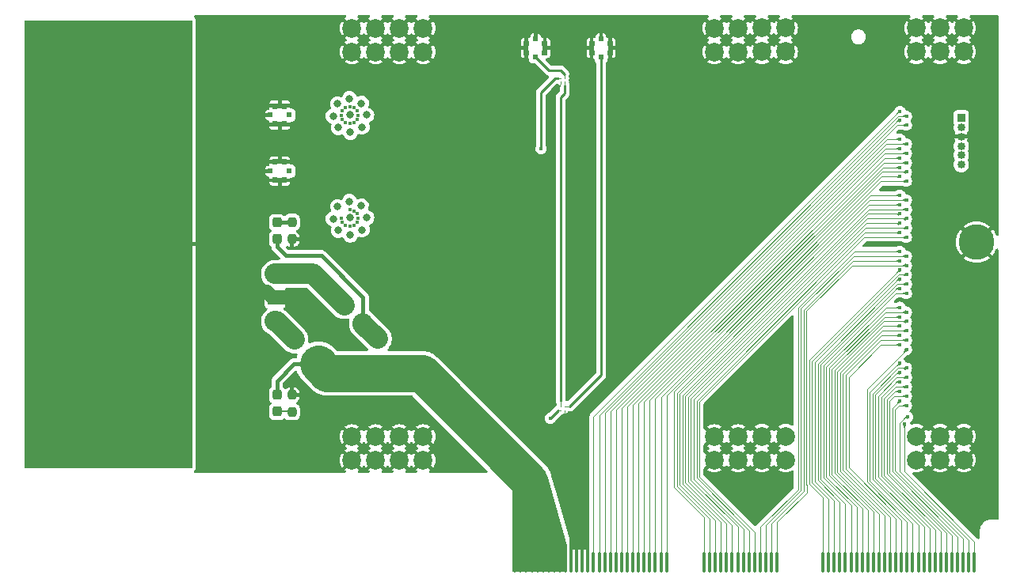
<source format=gbr>
%TF.GenerationSoftware,KiCad,Pcbnew,8.0.2*%
%TF.CreationDate,2024-07-11T13:13:48+02:00*%
%TF.ProjectId,HYDRA_VMM3_CARD,48594452-415f-4564-9d4d-335f43415244,rev?*%
%TF.SameCoordinates,Original*%
%TF.FileFunction,Copper,L6,Bot*%
%TF.FilePolarity,Positive*%
%FSLAX46Y46*%
G04 Gerber Fmt 4.6, Leading zero omitted, Abs format (unit mm)*
G04 Created by KiCad (PCBNEW 8.0.2) date 2024-07-11 13:13:48*
%MOMM*%
%LPD*%
G01*
G04 APERTURE LIST*
G04 Aperture macros list*
%AMRoundRect*
0 Rectangle with rounded corners*
0 $1 Rounding radius*
0 $2 $3 $4 $5 $6 $7 $8 $9 X,Y pos of 4 corners*
0 Add a 4 corners polygon primitive as box body*
4,1,4,$2,$3,$4,$5,$6,$7,$8,$9,$2,$3,0*
0 Add four circle primitives for the rounded corners*
1,1,$1+$1,$2,$3*
1,1,$1+$1,$4,$5*
1,1,$1+$1,$6,$7*
1,1,$1+$1,$8,$9*
0 Add four rect primitives between the rounded corners*
20,1,$1+$1,$2,$3,$4,$5,0*
20,1,$1+$1,$4,$5,$6,$7,0*
20,1,$1+$1,$6,$7,$8,$9,0*
20,1,$1+$1,$8,$9,$2,$3,0*%
%AMFreePoly0*
4,1,21,-0.249646,0.790354,-0.249500,0.790000,0.250000,0.790000,0.250000,-0.790000,-0.249500,-0.790000,-0.249646,-0.790354,-0.250000,-0.790500,-0.330000,-0.790500,-0.330354,-0.790354,-0.330500,-0.790000,-0.330500,-0.270000,-0.330354,-0.269646,-0.250500,-0.189792,-0.250500,0.189792,-0.330354,0.269646,-0.330500,0.270000,-0.330500,0.790000,-0.330354,0.790354,-0.330000,0.790500,-0.250000,0.790500,
-0.249646,0.790354,-0.249646,0.790354,$1*%
%AMFreePoly1*
4,1,21,0.330354,0.790354,0.330500,0.790000,0.330500,0.270000,0.330354,0.269646,0.250500,0.189792,0.250500,-0.189792,0.330354,-0.269646,0.330500,-0.270000,0.330500,-0.790000,0.330354,-0.790354,0.330000,-0.790500,0.250000,-0.790500,0.249646,-0.790354,0.249500,-0.790000,-0.250000,-0.790000,-0.250000,0.790000,0.249500,0.790000,0.249646,0.790354,0.250000,0.790500,0.330000,0.790500,
0.330354,0.790354,0.330354,0.790354,$1*%
G04 Aperture macros list end*
%TA.AperFunction,Conductor*%
%ADD10C,0.200000*%
%TD*%
%TA.AperFunction,ComponentPad*%
%ADD11C,2.000000*%
%TD*%
%TA.AperFunction,ComponentPad*%
%ADD12C,3.800000*%
%TD*%
%TA.AperFunction,SMDPad,CuDef*%
%ADD13RoundRect,0.095000X-0.095000X-0.965000X0.095000X-0.965000X0.095000X0.965000X-0.095000X0.965000X0*%
%TD*%
%TA.AperFunction,ComponentPad*%
%ADD14R,0.850000X0.850000*%
%TD*%
%TA.AperFunction,ComponentPad*%
%ADD15O,0.850000X0.850000*%
%TD*%
%TA.AperFunction,ComponentPad*%
%ADD16C,1.600000*%
%TD*%
%TA.AperFunction,ComponentPad*%
%ADD17R,1.600000X1.600000*%
%TD*%
%TA.AperFunction,SMDPad,CuDef*%
%ADD18C,0.800000*%
%TD*%
%TA.AperFunction,SMDPad,CuDef*%
%ADD19RoundRect,0.237500X0.237500X-0.250000X0.237500X0.250000X-0.237500X0.250000X-0.237500X-0.250000X0*%
%TD*%
%TA.AperFunction,SMDPad,CuDef*%
%ADD20RoundRect,0.237500X-0.237500X0.250000X-0.237500X-0.250000X0.237500X-0.250000X0.237500X0.250000X0*%
%TD*%
%TA.AperFunction,SMDPad,CuDef*%
%ADD21RoundRect,0.237500X-0.237500X0.287500X-0.237500X-0.287500X0.237500X-0.287500X0.237500X0.287500X0*%
%TD*%
%TA.AperFunction,SMDPad,CuDef*%
%ADD22R,0.600000X0.550000*%
%TD*%
%TA.AperFunction,SMDPad,CuDef*%
%ADD23FreePoly0,180.000000*%
%TD*%
%TA.AperFunction,SMDPad,CuDef*%
%ADD24FreePoly1,180.000000*%
%TD*%
%TA.AperFunction,SMDPad,CuDef*%
%ADD25R,0.500000X0.500000*%
%TD*%
%TA.AperFunction,SMDPad,CuDef*%
%ADD26R,0.550000X0.600000*%
%TD*%
%TA.AperFunction,SMDPad,CuDef*%
%ADD27FreePoly0,270.000000*%
%TD*%
%TA.AperFunction,SMDPad,CuDef*%
%ADD28FreePoly1,270.000000*%
%TD*%
%TA.AperFunction,SMDPad,CuDef*%
%ADD29C,0.150000*%
%TD*%
%TA.AperFunction,SMDPad,CuDef*%
%ADD30RoundRect,0.237500X0.371231X-0.035355X-0.035355X0.371231X-0.371231X0.035355X0.035355X-0.371231X0*%
%TD*%
%TA.AperFunction,SMDPad,CuDef*%
%ADD31R,18.000000X48.000000*%
%TD*%
%TA.AperFunction,SMDPad,CuDef*%
%ADD32RoundRect,0.237500X0.237500X-0.287500X0.237500X0.287500X-0.237500X0.287500X-0.237500X-0.287500X0*%
%TD*%
%TA.AperFunction,ViaPad*%
%ADD33C,0.400000*%
%TD*%
%TA.AperFunction,ViaPad*%
%ADD34C,0.600000*%
%TD*%
%TA.AperFunction,Conductor*%
%ADD35C,4.000000*%
%TD*%
%TA.AperFunction,Conductor*%
%ADD36C,2.000000*%
%TD*%
%TA.AperFunction,Conductor*%
%ADD37C,0.400000*%
%TD*%
%TA.AperFunction,Conductor*%
%ADD38C,0.250000*%
%TD*%
%TA.AperFunction,Conductor*%
%ADD39C,2.200000*%
%TD*%
%TA.AperFunction,Conductor*%
%ADD40C,0.100000*%
%TD*%
%TA.AperFunction,Conductor*%
%ADD41C,0.300000*%
%TD*%
%TA.AperFunction,Conductor*%
%ADD42C,1.500000*%
%TD*%
G04 APERTURE END LIST*
D10*
%TO.N,P2*%
X95600000Y-90060000D02*
X95600000Y-92800000D01*
X89900000Y-92800000D01*
X89928000Y-83580000D01*
X93426000Y-82510000D01*
X95600000Y-90060000D01*
%TA.AperFunction,Conductor*%
G36*
X95600000Y-90060000D02*
G01*
X95600000Y-92800000D01*
X89900000Y-92800000D01*
X89928000Y-83580000D01*
X93426000Y-82510000D01*
X95600000Y-90060000D01*
G37*
%TD.AperFunction*%
%TD*%
D11*
%TO.P,15,1*%
%TO.N,GND*%
X77748000Y-78380000D03*
%TD*%
%TO.P,,1*%
%TO.N,GND*%
X138083000Y-34660000D03*
%TD*%
%TO.P,16,1*%
%TO.N,GND*%
X111423000Y-78380000D03*
%TD*%
%TO.P,,1*%
%TO.N,GND*%
X135543000Y-78360000D03*
%TD*%
%TO.P,,1*%
%TO.N,GND*%
X135543000Y-34660000D03*
%TD*%
%TO.P,,1*%
%TO.N,GND*%
X72668000Y-34680000D03*
%TD*%
%TO.P,,1*%
%TO.N,GND*%
X133003000Y-34660000D03*
%TD*%
%TO.P,11,1*%
%TO.N,GND*%
X72668000Y-78380000D03*
%TD*%
%TO.P,,1*%
%TO.N,GND*%
X75208000Y-37220000D03*
%TD*%
%TO.P,,1*%
%TO.N,GND*%
X138083000Y-37200000D03*
%TD*%
D12*
%TO.P,,1*%
%TO.N,GND*%
X139450000Y-57580000D03*
%TD*%
D13*
%TO.P,J1,A1,A1*%
%TO.N,P2*%
X90100000Y-91840000D03*
%TO.P,J1,A2,A2*%
X90700000Y-91840000D03*
%TO.P,J1,A3,A3*%
X91300000Y-91840000D03*
%TO.P,J1,A4,A4*%
X91900000Y-91840000D03*
%TO.P,J1,A5,A5*%
X92500000Y-91840000D03*
%TO.P,J1,A6,A6*%
X93100000Y-91840000D03*
%TO.P,J1,A7,A7*%
X93700000Y-91840000D03*
%TO.P,J1,A8,A8*%
X94300000Y-91840000D03*
%TO.P,J1,A9,A9*%
X94900000Y-91840000D03*
%TO.P,J1,A10,A10*%
X95500000Y-91840000D03*
%TO.P,J1,A11,A11*%
%TO.N,GND*%
X96100000Y-91840000D03*
%TO.P,J1,A12,A12*%
X96700000Y-91840000D03*
%TO.P,J1,A13,A13*%
X97300000Y-91840000D03*
%TO.P,J1,A14,A14*%
X97900000Y-91840000D03*
%TO.P,J1,A15,A15*%
%TO.N,Ch_17*%
X98500000Y-91840000D03*
%TO.P,J1,A16,A16*%
%TO.N,Ch_19*%
X99100000Y-91840000D03*
%TO.P,J1,A17,A17*%
%TO.N,Ch_21*%
X99700000Y-91840000D03*
%TO.P,J1,A18,A18*%
%TO.N,Ch_23*%
X100300000Y-91840000D03*
%TO.P,J1,A19,A19*%
%TO.N,Ch_25*%
X100900000Y-91840000D03*
%TO.P,J1,A20,A20*%
%TO.N,Ch_27*%
X101500000Y-91840000D03*
%TO.P,J1,A21,A21*%
%TO.N,Ch_29*%
X102100000Y-91840000D03*
%TO.P,J1,A22,A22*%
%TO.N,Ch_31*%
X102700000Y-91840000D03*
%TO.P,J1,A23,A23*%
%TO.N,Ch_33*%
X103300000Y-91840000D03*
%TO.P,J1,A24,A24*%
%TO.N,Ch_35*%
X103900000Y-91840000D03*
%TO.P,J1,A25,A25*%
%TO.N,Ch_37*%
X104500000Y-91840000D03*
%TO.P,J1,A26,A26*%
%TO.N,Ch_39*%
X105100000Y-91840000D03*
%TO.P,J1,A27,A27*%
%TO.N,Ch_41*%
X105700000Y-91840000D03*
%TO.P,J1,A28,A28*%
%TO.N,Ch_43*%
X106300000Y-91840000D03*
%TO.P,J1,A29,A29*%
%TO.N,Ch_45*%
X110310000Y-91840000D03*
%TO.P,J1,A30,A30*%
%TO.N,Ch_47*%
X110910000Y-91840000D03*
%TO.P,J1,A31,A31*%
%TO.N,Ch_49*%
X111510000Y-91840000D03*
%TO.P,J1,A32,A32*%
%TO.N,Ch_51*%
X112110000Y-91840000D03*
%TO.P,J1,A33,A33*%
%TO.N,Ch_53*%
X112710000Y-91840000D03*
%TO.P,J1,A34,A34*%
%TO.N,Ch_55*%
X113310000Y-91840000D03*
%TO.P,J1,A35,A35*%
%TO.N,Ch_57*%
X113910000Y-91840000D03*
%TO.P,J1,A36,A36*%
%TO.N,Ch_59*%
X114510000Y-91840000D03*
%TO.P,J1,A37,A37*%
%TO.N,Ch_61*%
X115110000Y-91840000D03*
%TO.P,J1,A38,A38*%
%TO.N,Ch_63*%
X115710000Y-91840000D03*
%TO.P,J1,A39,A39*%
%TO.N,Ch_65*%
X116310000Y-91840000D03*
%TO.P,J1,A40,A40*%
%TO.N,Ch_67*%
X116910000Y-91840000D03*
%TO.P,J1,A41,A41*%
%TO.N,Ch_69*%
X117510000Y-91840000D03*
%TO.P,J1,A42,A42*%
%TO.N,Ch_71*%
X118110000Y-91840000D03*
%TO.P,J1,A43,A43*%
%TO.N,Ch_73*%
X123020000Y-91840000D03*
%TO.P,J1,A44,A44*%
%TO.N,Ch_75*%
X123620000Y-91840000D03*
%TO.P,J1,A45,A45*%
%TO.N,Ch_77*%
X124220000Y-91840000D03*
%TO.P,J1,A46,A46*%
%TO.N,Ch_79*%
X124820000Y-91840000D03*
%TO.P,J1,A47,A47*%
%TO.N,Ch_81*%
X125420000Y-91840000D03*
%TO.P,J1,A48,A48*%
%TO.N,Ch_83*%
X126020000Y-91840000D03*
%TO.P,J1,A49,A49*%
%TO.N,Ch_85*%
X126620000Y-91840000D03*
%TO.P,J1,A50,A50*%
%TO.N,Ch_87*%
X127220000Y-91840000D03*
%TO.P,J1,A51,A51*%
%TO.N,Ch_89*%
X127820000Y-91840000D03*
%TO.P,J1,A52,A52*%
%TO.N,Ch_91*%
X128420000Y-91840000D03*
%TO.P,J1,A53,A53*%
%TO.N,Ch_93*%
X129020000Y-91840000D03*
%TO.P,J1,A54,A54*%
%TO.N,Ch_95*%
X129620000Y-91840000D03*
%TO.P,J1,A55,A55*%
%TO.N,Ch_97*%
X130220000Y-91840000D03*
%TO.P,J1,A56,A56*%
%TO.N,Ch_99*%
X130820000Y-91840000D03*
%TO.P,J1,A57,A57*%
%TO.N,Ch_101*%
X131420000Y-91840000D03*
%TO.P,J1,A58,A58*%
%TO.N,Ch_103*%
X132020000Y-91840000D03*
%TO.P,J1,A59,A59*%
%TO.N,Ch_105*%
X132620000Y-91840000D03*
%TO.P,J1,A60,A60*%
%TO.N,Ch_107*%
X133220000Y-91840000D03*
%TO.P,J1,A61,A61*%
%TO.N,Ch_109*%
X133820000Y-91840000D03*
%TO.P,J1,A62,A62*%
%TO.N,Ch_111*%
X134420000Y-91840000D03*
%TO.P,J1,A63,A63*%
%TO.N,Ch_113*%
X135020000Y-91840000D03*
%TO.P,J1,A64,A64*%
%TO.N,Ch_115*%
X135620000Y-91840000D03*
%TO.P,J1,A65,A65*%
%TO.N,Ch_117*%
X136220000Y-91840000D03*
%TO.P,J1,A66,A66*%
%TO.N,Ch_119*%
X136820000Y-91840000D03*
%TO.P,J1,A67,A67*%
%TO.N,Ch_121*%
X137420000Y-91840000D03*
%TO.P,J1,A68,A68*%
%TO.N,Ch_123*%
X138020000Y-91840000D03*
%TO.P,J1,A69,A69*%
%TO.N,Ch_125*%
X138620000Y-91840000D03*
%TO.P,J1,A70,A70*%
%TO.N,Ch_127*%
X139220000Y-91840000D03*
%TD*%
D11*
%TO.P,,1*%
%TO.N,GND*%
X133003000Y-78360000D03*
%TD*%
%TO.P,18,1*%
%TO.N,GND*%
X116503000Y-80900000D03*
%TD*%
%TO.P,,1*%
%TO.N,GND*%
X135543000Y-80900000D03*
%TD*%
%TO.P,,1*%
%TO.N,GND*%
X135543000Y-37200000D03*
%TD*%
%TO.P,22,1*%
%TO.N,GND*%
X119043000Y-78360000D03*
%TD*%
%TO.P,17,1*%
%TO.N,GND*%
X113963000Y-80920000D03*
%TD*%
D14*
%TO.P,J2,1,Pin_1*%
%TO.N,I2C_VCC*%
X137800000Y-44280000D03*
D15*
%TO.P,J2,2,Pin_2*%
%TO.N,Signal_Out*%
X137800000Y-45280000D03*
%TO.P,J2,3,Pin_3*%
%TO.N,GND*%
X137800000Y-46280000D03*
%TO.P,J2,4,Pin_4*%
%TO.N,SCL*%
X137800000Y-47280000D03*
%TO.P,J2,5,Pin_5*%
%TO.N,SDA*%
X137800000Y-48280000D03*
%TO.P,J2,6,Pin_6*%
%TO.N,Signal_In*%
X137800000Y-49280000D03*
%TD*%
D11*
%TO.P,13,1*%
%TO.N,GND*%
X80288000Y-37220000D03*
%TD*%
D12*
%TO.P,REF\u002A\u002A3,1*%
%TO.N,GND*%
X53050000Y-57580000D03*
%TD*%
D16*
%TO.P,3.3V1,1,1*%
%TO.N,Net-(3.3V1-Pad1)*%
X64450000Y-60970000D03*
%TD*%
D11*
%TO.P,,1*%
%TO.N,GND*%
X72668000Y-37220000D03*
%TD*%
%TO.P,,1*%
%TO.N,GND*%
X133003000Y-80900000D03*
%TD*%
%TO.P,6,1*%
%TO.N,GND*%
X119043000Y-34660000D03*
%TD*%
%TO.P,,1*%
%TO.N,GND*%
X111423000Y-37220000D03*
%TD*%
%TO.P,,1*%
%TO.N,GND*%
X77748000Y-37220000D03*
%TD*%
%TO.P,10,1*%
%TO.N,GND*%
X111423000Y-80920000D03*
%TD*%
%TO.P,24,1*%
%TO.N,GND*%
X80288000Y-78380000D03*
%TD*%
%TO.P,9,1*%
%TO.N,GND*%
X77748000Y-80920000D03*
%TD*%
%TO.P,1,1*%
%TO.N,GND*%
X113963000Y-37220000D03*
%TD*%
%TO.P,12,1*%
%TO.N,GND*%
X75208000Y-78380000D03*
%TD*%
D12*
%TO.P,REF\u002A\u002A,1*%
%TO.N,GND*%
X39650000Y-35780000D03*
%TD*%
D11*
%TO.P,2,1*%
%TO.N,GND*%
X116503000Y-37200000D03*
%TD*%
D17*
%TO.P,GND1,1,1*%
%TO.N,GND*%
X64450000Y-63510000D03*
%TD*%
D12*
%TO.P,,1*%
%TO.N,GND*%
X53050000Y-79380000D03*
%TD*%
%TO.P,25,1*%
%TO.N,GND*%
X39650000Y-79380000D03*
%TD*%
D11*
%TO.P,,1*%
%TO.N,GND*%
X138083000Y-80900000D03*
%TD*%
%TO.P,19,1*%
%TO.N,GND*%
X119043000Y-80900000D03*
%TD*%
D12*
%TO.P,REF\u002A\u002A2,1*%
%TO.N,GND*%
X39650000Y-57580000D03*
%TD*%
D11*
%TO.P,5,1*%
%TO.N,GND*%
X116503000Y-34660000D03*
%TD*%
%TO.P,20,1*%
%TO.N,GND*%
X113963000Y-78380000D03*
%TD*%
%TO.P,,1*%
%TO.N,GND*%
X111423000Y-34680000D03*
%TD*%
%TO.P,,1*%
%TO.N,GND*%
X77748000Y-34680000D03*
%TD*%
%TO.P,,1*%
%TO.N,GND*%
X133003000Y-37200000D03*
%TD*%
%TO.P,3,1*%
%TO.N,GND*%
X119043000Y-37200000D03*
%TD*%
D16*
%TO.P,1.8V1,1,1*%
%TO.N,Net-(1.8V1-Pad1)*%
X64450000Y-66050000D03*
%TD*%
D11*
%TO.P,4,1*%
%TO.N,GND*%
X113963000Y-34680000D03*
%TD*%
D12*
%TO.P,REF\u002A\u002A1,1*%
%TO.N,GND*%
X53050000Y-35780000D03*
%TD*%
D11*
%TO.P,,1*%
%TO.N,GND*%
X138083000Y-78360000D03*
%TD*%
%TO.P,,1*%
%TO.N,GND*%
X75208000Y-34680000D03*
%TD*%
%TO.P,8,1*%
%TO.N,GND*%
X75208000Y-80920000D03*
%TD*%
%TO.P,7,1*%
%TO.N,GND*%
X72668000Y-80920000D03*
%TD*%
%TO.P,23,1*%
%TO.N,GND*%
X80288000Y-80920000D03*
%TD*%
%TO.P,14,1*%
%TO.N,GND*%
X80288000Y-34680000D03*
%TD*%
%TO.P,21,1*%
%TO.N,GND*%
X116503000Y-78360000D03*
%TD*%
D18*
%TO.P,Ch5,1,1*%
%TO.N,Ch_13*%
X72400000Y-42220000D03*
%TD*%
D19*
%TO.P,R2,1*%
%TO.N,Net-(1.8_On1-K)*%
X66260000Y-75755000D03*
%TO.P,R2,2*%
%TO.N,GND*%
X66260000Y-73930000D03*
%TD*%
D18*
%TO.P,Ch13,1,1*%
%TO.N,Ch_5*%
X72500000Y-45820000D03*
%TD*%
%TO.P,Ch3,1,1*%
%TO.N,Ch_15*%
X73687437Y-42711852D03*
%TD*%
%TO.P,Ch15,1,1*%
%TO.N,Ch_3*%
X73758148Y-45257437D03*
%TD*%
D20*
%TO.P,R1,1*%
%TO.N,Net-(3.3V_On1-K)*%
X66260000Y-55425000D03*
%TO.P,R1,2*%
%TO.N,GND*%
X66260000Y-57250000D03*
%TD*%
D18*
%TO.P,Ch1,1,1*%
%TO.N,Ch_1*%
X74250000Y-43970000D03*
%TD*%
D21*
%TO.P,3.3V_On1,1,K*%
%TO.N,Net-(3.3V_On1-K)*%
X64670000Y-55485000D03*
%TO.P,3.3V_On1,2,A*%
%TO.N,P1*%
X64670000Y-57235000D03*
%TD*%
D22*
%TO.P,Temp_TX1,1*%
%TO.N,TX*%
X92300000Y-37755000D03*
D23*
%TO.P,Temp_TX1,2*%
%TO.N,GND*%
X91300000Y-36780000D03*
D24*
%TO.P,Temp_TX1,3*%
X93300000Y-36780000D03*
D25*
%TO.P,Temp_TX1,4*%
X92300000Y-35780000D03*
%TD*%
D18*
%TO.P,Ch11,1,1*%
%TO.N,Ch_7*%
X71212563Y-45328148D03*
%TD*%
%TO.P,Sig1_selector,1,1*%
%TO.N,Sig1*%
X72450000Y-43970000D03*
%TD*%
%TO.P,Ch9,1,1*%
%TO.N,Ch_9*%
X70650000Y-44070000D03*
%TD*%
D26*
%TO.P,Sig2,1*%
%TO.N,Sig2*%
X65925000Y-49970000D03*
D27*
%TO.P,Sig2,2*%
%TO.N,GND*%
X64950000Y-50970000D03*
D28*
%TO.P,Sig2,3*%
X64950000Y-48970000D03*
D25*
%TO.P,Sig2,4*%
X63950000Y-49970000D03*
%TD*%
D18*
%TO.P,Sig2_selector,1,1*%
%TO.N,Sig2*%
X72450000Y-54970000D03*
%TD*%
D26*
%TO.P,Sig1,1*%
%TO.N,Sig1*%
X65925000Y-43970000D03*
D27*
%TO.P,Sig1,2*%
%TO.N,GND*%
X64950000Y-44970000D03*
D28*
%TO.P,Sig1,3*%
X64950000Y-42970000D03*
D25*
%TO.P,Sig1,4*%
X63950000Y-43970000D03*
%TD*%
D18*
%TO.P,Ch16,1,1*%
%TO.N,Ch_16*%
X73687437Y-53711852D03*
%TD*%
%TO.P,Ch14,1,1*%
%TO.N,Ch_14*%
X72400000Y-53220000D03*
%TD*%
%TO.P,Ch4,1,1*%
%TO.N,Ch_4*%
X73758148Y-56257437D03*
%TD*%
D29*
%TO.P,Temp_1,1,V+*%
%TO.N,P1*%
X95006000Y-40000000D03*
%TO.P,Temp_1,2,GND*%
%TO.N,GND*%
X95006000Y-40400000D03*
%TO.P,Temp_1,3,TX*%
%TO.N,TX*%
X95406000Y-40000000D03*
%TO.P,Temp_1,4,RX*%
%TO.N,Net-(Temp_1-RX)*%
X95406000Y-40400000D03*
%TD*%
D18*
%TO.P,Ch2,1,1*%
%TO.N,Ch_2*%
X74250000Y-54970000D03*
%TD*%
%TO.P,Ch7,1,1*%
%TO.N,Ch_11*%
X71141852Y-42782563D03*
%TD*%
D30*
%TO.P,3.3V_0.5A1,1*%
%TO.N,P1*%
X73468718Y-65928718D03*
%TO.P,3.3V_0.5A1,2*%
%TO.N,Net-(3.3V1-Pad1)*%
X72231282Y-64691282D03*
%TD*%
D29*
%TO.P,Temp_2,1,V+*%
%TO.N,P1*%
X95006000Y-75560000D03*
%TO.P,Temp_2,2,GND*%
%TO.N,GND*%
X95406000Y-75560000D03*
%TO.P,Temp_2,3,TX*%
%TO.N,Net-(Temp_1-RX)*%
X95006000Y-75160000D03*
%TO.P,Temp_2,4,RX*%
%TO.N,RX*%
X95406000Y-75160000D03*
%TD*%
D18*
%TO.P,Ch12,1,1*%
%TO.N,Ch_12*%
X71141852Y-53782563D03*
%TD*%
D30*
%TO.P,1.8V_2.5A1,1*%
%TO.N,P2*%
X68068718Y-69638718D03*
%TO.P,1.8V_2.5A1,2*%
%TO.N,Net-(1.8V1-Pad1)*%
X66831282Y-68401282D03*
%TD*%
D18*
%TO.P,Ch10,1,1*%
%TO.N,Ch_10*%
X70650000Y-55070000D03*
%TD*%
D31*
%TO.P,REF\u002A\u002A,1*%
%TO.N,GND*%
X46650000Y-57780000D03*
%TD*%
D32*
%TO.P,1.8_On1,1,K*%
%TO.N,Net-(1.8_On1-K)*%
X64670000Y-75695000D03*
%TO.P,1.8_On1,2,A*%
%TO.N,P2*%
X64670000Y-73945000D03*
%TD*%
D18*
%TO.P,Ch6,1,1*%
%TO.N,Ch_6*%
X72500000Y-56820000D03*
%TD*%
%TO.P,Ch8,1,1*%
%TO.N,Ch_8*%
X71212563Y-56328148D03*
%TD*%
D22*
%TO.P,Temp_RX1,1*%
%TO.N,RX*%
X99300000Y-37755000D03*
D23*
%TO.P,Temp_RX1,2*%
%TO.N,GND*%
X98300000Y-36780000D03*
D24*
%TO.P,Temp_RX1,3*%
X100300000Y-36780000D03*
D25*
%TO.P,Temp_RX1,4*%
X99300000Y-35780000D03*
%TD*%
D33*
%TO.N,P1*%
X74720000Y-66410000D03*
X75460000Y-68700000D03*
X92886000Y-47570000D03*
X74320000Y-67570000D03*
X74700000Y-67920000D03*
X75440000Y-67210000D03*
X75030000Y-68300000D03*
X75440000Y-67910000D03*
X75860000Y-68310000D03*
X73960000Y-67160000D03*
X76260000Y-67910000D03*
X74350000Y-66750000D03*
X75060000Y-66860000D03*
X93876000Y-76440000D03*
X74720000Y-67190000D03*
X75820000Y-67550000D03*
X75090000Y-67550000D03*
%TO.N,Ch_1*%
X74250000Y-43970000D03*
%TO.N,Ch_25*%
X131250000Y-46556000D03*
%TO.N,Ch_13*%
X72400000Y-42220000D03*
%TO.N,Ch_93*%
X131250000Y-66556000D03*
%TO.N,Ch_39*%
X131950000Y-50070000D03*
%TO.N,Ch_119*%
X131950000Y-74070000D03*
%TO.N,Ch_123*%
X131950000Y-75070000D03*
%TO.N,Ch_107*%
X131946000Y-71066000D03*
%TO.N,Ch_73*%
X131250000Y-60556000D03*
%TO.N,Ch_5*%
X72500000Y-45820000D03*
%TO.N,Ch_61*%
X131250000Y-56570000D03*
%TO.N,Ch_127*%
X131761416Y-77055999D03*
%TO.N,Ch_103*%
X131950000Y-69070000D03*
%TO.N,Ch_75*%
X131946000Y-61066000D03*
%TO.N,Ch_21*%
X131250000Y-44556000D03*
%TO.N,Ch_117*%
X131250000Y-73570000D03*
%TO.N,Ch_31*%
X131950000Y-48070000D03*
%TO.N,Ch_79*%
X131950000Y-62070000D03*
%TO.N,Ch_49*%
X131250000Y-53570000D03*
%TO.N,Ch_59*%
X131950000Y-56070000D03*
%TO.N,Ch_41*%
X131250000Y-50570000D03*
%TO.N,Ch_77*%
X131250000Y-61570000D03*
%TO.N,Ch_47*%
X131946000Y-53066000D03*
%TO.N,Ch_53*%
X131250000Y-54556000D03*
%TO.N,Ch_111*%
X131950000Y-72070000D03*
%TO.N,Ch_125*%
X132048000Y-76310000D03*
%TO.N,Ch_11*%
X71141852Y-42782563D03*
%TO.N,Ch_19*%
X131950000Y-44080000D03*
%TO.N,Ch_15*%
X73687437Y-42711852D03*
%TO.N,Ch_121*%
X131250000Y-74570000D03*
%TO.N,Ch_45*%
X131250000Y-52556000D03*
%TO.N,Ch_95*%
X131946000Y-67066000D03*
%TO.N,Ch_9*%
X70650000Y-44070000D03*
%TO.N,Ch_87*%
X131946000Y-65066000D03*
%TO.N,Ch_97*%
X131250000Y-67570000D03*
%TO.N,Ch_67*%
X131946000Y-59066000D03*
%TO.N,Ch_83*%
X131950000Y-63070000D03*
%TO.N,Ch_63*%
X131950000Y-57070000D03*
%TO.N,Ch_99*%
X131950000Y-68070000D03*
%TO.N,Ch_85*%
X131250000Y-64556000D03*
%TO.N,Ch_23*%
X131950000Y-45056000D03*
%TO.N,Ch_69*%
X131250000Y-59570000D03*
%TO.N,Ch_113*%
X131250000Y-72556000D03*
%TO.N,Ch_89*%
X131250000Y-65570000D03*
%TO.N,Ch_37*%
X131250000Y-49570000D03*
%TO.N,Ch_81*%
X131250000Y-62570000D03*
%TO.N,Ch_7*%
X71212563Y-45328148D03*
%TO.N,Ch_43*%
X131950000Y-51070000D03*
%TO.N,Ch_29*%
X131250000Y-47570000D03*
%TO.N,Ch_71*%
X131950000Y-60070000D03*
%TO.N,Ch_33*%
X131250000Y-48556000D03*
%TO.N,Ch_57*%
X131250000Y-55570000D03*
%TO.N,Ch_3*%
X73758148Y-45257437D03*
%TO.N,Ch_27*%
X131946000Y-47066000D03*
%TO.N,Ch_105*%
X131250000Y-70556000D03*
%TO.N,Ch_51*%
X131950000Y-54070000D03*
%TO.N,Ch_17*%
X131250000Y-43580000D03*
%TO.N,Ch_115*%
X131946000Y-73066000D03*
%TO.N,Ch_65*%
X131250000Y-58556000D03*
%TO.N,Ch_55*%
X131946000Y-55066000D03*
%TO.N,Ch_91*%
X131950000Y-66070000D03*
%TO.N,Ch_109*%
X131250000Y-71570000D03*
%TO.N,Ch_35*%
X131946000Y-49066000D03*
%TO.N,Ch_101*%
X131250000Y-68570000D03*
%TO.N,Ch_14*%
X72400000Y-53220000D03*
%TO.N,Ch_16*%
X73687437Y-53711852D03*
D34*
%TO.N,GND*%
X50650000Y-35280000D03*
X51650000Y-55280000D03*
X41650000Y-47280000D03*
X46150000Y-68280000D03*
X42650000Y-65280000D03*
X45650000Y-77280000D03*
X40150000Y-52280000D03*
X49650000Y-59280000D03*
X42150000Y-48280000D03*
X48150000Y-68280000D03*
X49650000Y-61280000D03*
X42150000Y-42280000D03*
X45650000Y-75280000D03*
X49150000Y-38280000D03*
X39650000Y-49280000D03*
D33*
X97386000Y-78740000D03*
D34*
X39150000Y-40280000D03*
X39650000Y-53280000D03*
X44150000Y-42280000D03*
X48650000Y-79280000D03*
X51150000Y-46280000D03*
X48150000Y-64280000D03*
X49650000Y-55280000D03*
D33*
X71540000Y-54999423D03*
D34*
X44150000Y-46280000D03*
X43650000Y-47280000D03*
X43150000Y-36280000D03*
X53150000Y-52280000D03*
X43150000Y-60280000D03*
X38650000Y-43280000D03*
X42150000Y-36280000D03*
X50650000Y-61280000D03*
X49650000Y-77280000D03*
D33*
X103950000Y-44780000D03*
D34*
X54150000Y-66280000D03*
D33*
X104996666Y-50780000D03*
D34*
X54150000Y-42280000D03*
D33*
X85950000Y-57780000D03*
X96862666Y-83740000D03*
D34*
X45650000Y-37280000D03*
X48150000Y-70280000D03*
X51150000Y-42280000D03*
X41150000Y-66280000D03*
X47150000Y-70280000D03*
X44650000Y-49280000D03*
X44650000Y-67280000D03*
D33*
X97386000Y-80740000D03*
D34*
X47150000Y-76280000D03*
X48150000Y-80280000D03*
X41150000Y-70280000D03*
X45650000Y-41280000D03*
X52650000Y-47280000D03*
X51150000Y-66280000D03*
D33*
X85950000Y-59780000D03*
D34*
X42650000Y-61280000D03*
X53650000Y-75280000D03*
X45650000Y-47280000D03*
X43650000Y-39280000D03*
D33*
X74590446Y-53922446D03*
X105520000Y-47780000D03*
D34*
X46150000Y-58280000D03*
X47150000Y-56280000D03*
D33*
X86996666Y-64780000D03*
D34*
X50650000Y-75280000D03*
D33*
X73340000Y-54999423D03*
X87520000Y-61780000D03*
D34*
X46650000Y-63280000D03*
X47150000Y-46280000D03*
X47650000Y-45280000D03*
X43150000Y-40280000D03*
X43650000Y-75280000D03*
X39650000Y-41280000D03*
X47650000Y-43280000D03*
X46150000Y-56280000D03*
X44150000Y-78280000D03*
X47650000Y-65280000D03*
X46650000Y-43280000D03*
X53650000Y-61280000D03*
X46150000Y-40280000D03*
X43650000Y-77280000D03*
X51650000Y-45280000D03*
D33*
X95816000Y-80740000D03*
D34*
X41150000Y-38280000D03*
X53150000Y-54280000D03*
X41650000Y-41280000D03*
X47650000Y-51280000D03*
X50150000Y-66280000D03*
X45150000Y-68280000D03*
X44650000Y-69280000D03*
X46650000Y-75280000D03*
X39150000Y-68280000D03*
X49150000Y-48280000D03*
X44650000Y-51280000D03*
X49650000Y-43280000D03*
X39150000Y-72280000D03*
D33*
X97386000Y-81740000D03*
D34*
X39650000Y-39280000D03*
X46650000Y-51280000D03*
X41150000Y-72280000D03*
D33*
X86996666Y-57780000D03*
D34*
X45650000Y-43280000D03*
X43150000Y-38280000D03*
X53150000Y-50280000D03*
X51650000Y-73280000D03*
X49650000Y-73280000D03*
X47650000Y-61280000D03*
X46150000Y-76280000D03*
X45650000Y-39280000D03*
X45650000Y-71280000D03*
X43650000Y-63280000D03*
X52650000Y-71280000D03*
X53150000Y-74280000D03*
X48150000Y-56280000D03*
X51650000Y-65280000D03*
X47150000Y-58280000D03*
X47650000Y-63280000D03*
X48150000Y-60280000D03*
X38650000Y-55280000D03*
X50650000Y-45280000D03*
X50650000Y-71280000D03*
X51150000Y-70280000D03*
D33*
X85950000Y-64780000D03*
D34*
X46150000Y-54280000D03*
X48650000Y-75280000D03*
D33*
X72890000Y-54220000D03*
D34*
X48650000Y-45280000D03*
X38650000Y-61280000D03*
X41150000Y-40280000D03*
X47150000Y-68280000D03*
X43150000Y-72280000D03*
X44650000Y-59280000D03*
X54150000Y-62280000D03*
X39650000Y-71280000D03*
X53650000Y-63280000D03*
X47650000Y-79280000D03*
X41150000Y-42280000D03*
X44650000Y-73280000D03*
X54150000Y-60280000D03*
X43650000Y-51280000D03*
X41650000Y-63280000D03*
X53650000Y-39280000D03*
X50150000Y-44280000D03*
X40650000Y-53280000D03*
X41650000Y-53280000D03*
X48650000Y-37280000D03*
X39150000Y-74280000D03*
X51150000Y-62280000D03*
X46650000Y-53280000D03*
X42150000Y-38280000D03*
X40150000Y-40280000D03*
X41650000Y-37280000D03*
X53150000Y-70280000D03*
X46650000Y-79280000D03*
D33*
X97386000Y-85740000D03*
D34*
X51650000Y-43280000D03*
D33*
X96862666Y-81740000D03*
D34*
X39150000Y-42280000D03*
X49650000Y-79280000D03*
X47650000Y-57280000D03*
X44150000Y-74280000D03*
X52650000Y-53280000D03*
X53650000Y-41280000D03*
D33*
X104473333Y-51780000D03*
D34*
X42150000Y-80280000D03*
D33*
X72440000Y-55899423D03*
D34*
X44650000Y-61280000D03*
D33*
X85950000Y-60780000D03*
D34*
X40150000Y-76280000D03*
X54150000Y-54280000D03*
X46150000Y-46280000D03*
X47650000Y-67280000D03*
X48150000Y-40280000D03*
X50650000Y-37280000D03*
X42650000Y-37280000D03*
X44650000Y-37280000D03*
D33*
X86996666Y-56780000D03*
D34*
X47650000Y-35280000D03*
D33*
X103950000Y-53780000D03*
D34*
X54150000Y-68280000D03*
X41650000Y-65280000D03*
X51650000Y-53280000D03*
X40150000Y-46280000D03*
X42150000Y-68280000D03*
X49150000Y-36280000D03*
X44150000Y-80280000D03*
X52650000Y-45280000D03*
X45150000Y-60280000D03*
D33*
X72440000Y-54099423D03*
D34*
X48150000Y-74280000D03*
X45150000Y-72280000D03*
D33*
X103950000Y-49780000D03*
X97386000Y-84740000D03*
D34*
X54150000Y-38280000D03*
X53650000Y-67280000D03*
X42650000Y-67280000D03*
X45650000Y-79280000D03*
X43150000Y-50280000D03*
X52150000Y-44280000D03*
D33*
X86473333Y-64780000D03*
D34*
X53150000Y-72280000D03*
X49150000Y-80280000D03*
X48150000Y-76280000D03*
X47650000Y-55280000D03*
X46150000Y-38280000D03*
X48650000Y-57280000D03*
X42150000Y-50280000D03*
X44650000Y-65280000D03*
X46650000Y-65280000D03*
D33*
X96862666Y-77740000D03*
D34*
X41150000Y-76280000D03*
X53650000Y-73280000D03*
X44150000Y-48280000D03*
X40650000Y-41280000D03*
X46650000Y-39280000D03*
X39150000Y-54280000D03*
X45150000Y-36280000D03*
X53150000Y-62280000D03*
X43650000Y-41280000D03*
X51650000Y-49280000D03*
X52650000Y-75280000D03*
X52150000Y-68280000D03*
X52150000Y-50280000D03*
X51150000Y-76280000D03*
X44650000Y-53280000D03*
X48650000Y-63280000D03*
X43150000Y-62280000D03*
X44650000Y-41280000D03*
D33*
X96862666Y-78740000D03*
D34*
X52650000Y-63280000D03*
X46650000Y-45280000D03*
X39650000Y-65280000D03*
X53150000Y-42280000D03*
X46650000Y-59280000D03*
X45650000Y-45280000D03*
X44150000Y-60280000D03*
X48150000Y-58280000D03*
D33*
X105520000Y-51780000D03*
D34*
X42650000Y-75280000D03*
D33*
X105520000Y-46780000D03*
X71990000Y-55778846D03*
D34*
X44150000Y-54280000D03*
X49650000Y-53280000D03*
X42650000Y-35280000D03*
X39650000Y-47280000D03*
D33*
X104473333Y-52780000D03*
X103950000Y-46780000D03*
D34*
X51650000Y-51280000D03*
D33*
X86996666Y-61780000D03*
D34*
X49150000Y-60280000D03*
X48650000Y-67280000D03*
X42150000Y-76280000D03*
X42150000Y-52280000D03*
X40650000Y-55280000D03*
X50650000Y-67280000D03*
X52150000Y-46280000D03*
X48150000Y-62280000D03*
X52150000Y-48280000D03*
D33*
X85950000Y-55780000D03*
X104996666Y-49780000D03*
D34*
X45150000Y-52280000D03*
X48650000Y-61280000D03*
X52650000Y-65280000D03*
X45150000Y-66280000D03*
X48650000Y-77280000D03*
X50650000Y-55280000D03*
X46150000Y-78280000D03*
X51650000Y-71280000D03*
D33*
X87520000Y-63780000D03*
D34*
X44650000Y-43280000D03*
X47150000Y-66280000D03*
X39650000Y-51280000D03*
X46150000Y-42280000D03*
X50150000Y-50280000D03*
X54150000Y-50280000D03*
X48150000Y-52280000D03*
D33*
X86996666Y-59780000D03*
D34*
X47150000Y-52280000D03*
X42150000Y-40280000D03*
X47150000Y-50280000D03*
D33*
X95816000Y-77740000D03*
X86996666Y-55780000D03*
X85950000Y-61780000D03*
D34*
X51150000Y-52280000D03*
D33*
X96339333Y-77740000D03*
D34*
X40650000Y-75280000D03*
D33*
X96339333Y-86740000D03*
X86473333Y-63780000D03*
X104473333Y-48780000D03*
D34*
X50150000Y-42280000D03*
X48650000Y-73280000D03*
X42650000Y-79280000D03*
X52150000Y-62280000D03*
X42650000Y-77280000D03*
X51150000Y-44280000D03*
X53150000Y-44280000D03*
X40150000Y-74280000D03*
X38650000Y-69280000D03*
X52650000Y-61280000D03*
X38650000Y-67280000D03*
D33*
X86473333Y-61780000D03*
X86473333Y-57780000D03*
D34*
X39150000Y-66280000D03*
X40650000Y-65280000D03*
X42150000Y-74280000D03*
D33*
X95816000Y-86740000D03*
X104996666Y-52780000D03*
D34*
X47650000Y-75280000D03*
X49150000Y-78280000D03*
X50650000Y-57280000D03*
X52650000Y-67280000D03*
X49150000Y-56280000D03*
X46150000Y-74280000D03*
X40650000Y-63280000D03*
X40650000Y-43280000D03*
D33*
X96339333Y-78740000D03*
D34*
X50650000Y-51280000D03*
X46650000Y-69280000D03*
X50150000Y-70280000D03*
D33*
X103950000Y-45780000D03*
X104996666Y-47780000D03*
D34*
X42650000Y-43280000D03*
X38650000Y-45280000D03*
X52150000Y-40280000D03*
X51150000Y-74280000D03*
D33*
X97386000Y-77740000D03*
X86996666Y-58780000D03*
D34*
X49150000Y-46280000D03*
X40650000Y-71280000D03*
D33*
X86996666Y-63780000D03*
D34*
X38650000Y-49280000D03*
D33*
X104473333Y-53780000D03*
D34*
X54150000Y-70280000D03*
X46150000Y-50280000D03*
X52150000Y-60280000D03*
X50650000Y-53280000D03*
X42150000Y-64280000D03*
X51650000Y-63280000D03*
X42650000Y-69280000D03*
D33*
X85950000Y-58780000D03*
D34*
X51150000Y-54280000D03*
D33*
X85950000Y-62780000D03*
X105520000Y-45780000D03*
D34*
X53650000Y-65280000D03*
X41150000Y-74280000D03*
X53650000Y-53280000D03*
X47650000Y-73280000D03*
X44650000Y-63280000D03*
X43650000Y-55280000D03*
X50650000Y-73280000D03*
X44650000Y-71280000D03*
D33*
X95816000Y-83740000D03*
D34*
X47150000Y-40280000D03*
X53150000Y-60280000D03*
X49650000Y-63280000D03*
X54150000Y-46280000D03*
X52650000Y-43280000D03*
X54150000Y-48280000D03*
X42150000Y-66280000D03*
X50650000Y-49280000D03*
X53650000Y-69280000D03*
X42650000Y-49280000D03*
X51650000Y-61280000D03*
X44150000Y-50280000D03*
X39650000Y-69280000D03*
X39650000Y-61280000D03*
D33*
X95816000Y-81740000D03*
D34*
X48650000Y-65280000D03*
X44150000Y-58280000D03*
X42650000Y-47280000D03*
X43150000Y-52280000D03*
X42150000Y-58280000D03*
X44150000Y-68280000D03*
X48150000Y-72280000D03*
X47150000Y-38280000D03*
X52150000Y-70280000D03*
X45650000Y-55280000D03*
X47650000Y-49280000D03*
D33*
X96862666Y-85740000D03*
D34*
X40150000Y-62280000D03*
X45650000Y-67280000D03*
D33*
X96339333Y-84740000D03*
X104473333Y-47780000D03*
D34*
X52150000Y-66280000D03*
X53650000Y-47280000D03*
X48150000Y-48280000D03*
X45150000Y-58280000D03*
X41650000Y-49280000D03*
X44150000Y-66280000D03*
D33*
X97386000Y-86740000D03*
D34*
X50650000Y-41280000D03*
X43150000Y-54280000D03*
X50150000Y-78280000D03*
X50150000Y-74280000D03*
X41150000Y-50280000D03*
X42150000Y-56280000D03*
X43150000Y-56280000D03*
X39150000Y-70280000D03*
X53150000Y-48280000D03*
X43650000Y-65280000D03*
X39150000Y-44280000D03*
X46650000Y-37280000D03*
X43150000Y-78280000D03*
X39650000Y-67280000D03*
X49650000Y-51280000D03*
X50150000Y-76280000D03*
X43650000Y-79280000D03*
D33*
X95816000Y-78740000D03*
D34*
X39150000Y-60280000D03*
X41150000Y-48280000D03*
X52150000Y-42280000D03*
X47650000Y-37280000D03*
D33*
X86996666Y-60780000D03*
D34*
X49150000Y-62280000D03*
D33*
X86473333Y-60780000D03*
X86473333Y-55780000D03*
D34*
X54150000Y-44280000D03*
X45650000Y-49280000D03*
X45150000Y-76280000D03*
D33*
X103950000Y-51780000D03*
D34*
X45650000Y-59280000D03*
X44150000Y-38280000D03*
X44150000Y-40280000D03*
D33*
X103950000Y-50780000D03*
D34*
X41650000Y-69280000D03*
D33*
X96862666Y-79740000D03*
D34*
X47150000Y-80280000D03*
X42150000Y-54280000D03*
X41650000Y-67280000D03*
X53150000Y-68280000D03*
X52650000Y-41280000D03*
X42150000Y-44280000D03*
X53650000Y-51280000D03*
X47150000Y-60280000D03*
X43150000Y-80280000D03*
X52150000Y-52280000D03*
X38650000Y-71280000D03*
X45650000Y-69280000D03*
X43150000Y-70280000D03*
D33*
X104996666Y-48780000D03*
D34*
X49650000Y-49280000D03*
X47650000Y-41280000D03*
X47650000Y-71280000D03*
D33*
X104996666Y-51780000D03*
D34*
X42650000Y-71280000D03*
X38650000Y-51280000D03*
X49150000Y-58280000D03*
D33*
X105520000Y-48780000D03*
D34*
X42150000Y-70280000D03*
X50650000Y-47280000D03*
X41650000Y-51280000D03*
X46150000Y-72280000D03*
X49150000Y-66280000D03*
X43650000Y-57280000D03*
X43650000Y-69280000D03*
X53650000Y-45280000D03*
X45650000Y-61280000D03*
X42150000Y-72280000D03*
D33*
X104996666Y-53780000D03*
D34*
X39150000Y-62280000D03*
X42650000Y-59280000D03*
X43650000Y-37280000D03*
X45650000Y-53280000D03*
X42650000Y-57280000D03*
X46650000Y-77280000D03*
D33*
X96862666Y-80740000D03*
D34*
X47650000Y-59280000D03*
X45150000Y-50280000D03*
D33*
X87520000Y-60780000D03*
D34*
X39650000Y-73280000D03*
X52150000Y-76280000D03*
X53150000Y-46280000D03*
D33*
X85950000Y-63780000D03*
D34*
X40650000Y-51280000D03*
X50650000Y-43280000D03*
X43650000Y-73280000D03*
X43650000Y-49280000D03*
D33*
X87520000Y-59780000D03*
X97386000Y-83740000D03*
D34*
X48150000Y-54280000D03*
X46150000Y-64280000D03*
D33*
X104996666Y-46780000D03*
D34*
X45150000Y-38280000D03*
X46650000Y-57280000D03*
X41650000Y-55280000D03*
X40150000Y-60280000D03*
D33*
X71660577Y-55449423D03*
D34*
X50150000Y-68280000D03*
X43150000Y-58280000D03*
X43650000Y-43280000D03*
X42650000Y-63280000D03*
X52150000Y-72280000D03*
X53150000Y-38280000D03*
X47150000Y-36280000D03*
X53650000Y-43280000D03*
D33*
X87520000Y-57780000D03*
D34*
X48650000Y-71280000D03*
X46650000Y-67280000D03*
X48150000Y-78280000D03*
D33*
X96339333Y-82740000D03*
D34*
X44650000Y-57280000D03*
X47650000Y-69280000D03*
X45150000Y-42280000D03*
X51150000Y-68280000D03*
D33*
X87520000Y-64780000D03*
D34*
X39150000Y-38280000D03*
D33*
X87520000Y-58780000D03*
D34*
X41650000Y-73280000D03*
D33*
X95816000Y-79740000D03*
D34*
X40650000Y-69280000D03*
X49650000Y-45280000D03*
X43150000Y-48280000D03*
D33*
X105520000Y-49780000D03*
X96339333Y-81740000D03*
D34*
X39150000Y-52280000D03*
X45650000Y-35280000D03*
D33*
X86473333Y-56780000D03*
D34*
X46650000Y-61280000D03*
X48650000Y-49280000D03*
X40150000Y-44280000D03*
X38650000Y-47280000D03*
X40650000Y-61280000D03*
X40150000Y-66280000D03*
X39650000Y-75280000D03*
D33*
X105520000Y-44780000D03*
X105520000Y-52780000D03*
D34*
X39150000Y-64280000D03*
X40150000Y-68280000D03*
X39650000Y-63280000D03*
X47150000Y-48280000D03*
X44150000Y-64280000D03*
X45650000Y-63280000D03*
X50150000Y-56280000D03*
X52150000Y-38280000D03*
X48650000Y-55280000D03*
X41650000Y-59280000D03*
X51650000Y-41280000D03*
D33*
X103950000Y-52780000D03*
D34*
X41650000Y-43280000D03*
X41150000Y-44280000D03*
X50150000Y-48280000D03*
D33*
X86473333Y-58780000D03*
D34*
X40150000Y-38280000D03*
X54150000Y-40280000D03*
X46650000Y-41280000D03*
X46150000Y-44280000D03*
D33*
X73219423Y-54549423D03*
D34*
X42650000Y-41280000D03*
D33*
X97386000Y-82740000D03*
D34*
X48150000Y-36280000D03*
X50650000Y-63280000D03*
X40650000Y-39280000D03*
D33*
X85950000Y-56780000D03*
D34*
X42650000Y-53280000D03*
X44150000Y-56280000D03*
D33*
X96862666Y-86740000D03*
D34*
X48150000Y-38280000D03*
X51650000Y-77280000D03*
X46150000Y-62280000D03*
X41650000Y-71280000D03*
X44150000Y-72280000D03*
X50650000Y-65280000D03*
X41650000Y-61280000D03*
X43650000Y-35280000D03*
X52150000Y-74280000D03*
X48650000Y-69280000D03*
X40150000Y-48280000D03*
X43650000Y-59280000D03*
X39150000Y-50280000D03*
X43650000Y-67280000D03*
X44150000Y-62280000D03*
X49650000Y-71280000D03*
X49650000Y-39280000D03*
X54150000Y-76280000D03*
X46150000Y-60280000D03*
X51150000Y-48280000D03*
X40150000Y-64280000D03*
X43150000Y-46280000D03*
X48650000Y-47280000D03*
X39150000Y-48280000D03*
D33*
X97386000Y-79740000D03*
D34*
X41150000Y-46280000D03*
X49150000Y-40280000D03*
X47150000Y-64280000D03*
X41150000Y-68280000D03*
X48150000Y-44280000D03*
X42650000Y-45280000D03*
D33*
X86473333Y-59780000D03*
D34*
X45150000Y-70280000D03*
X44150000Y-76280000D03*
X38650000Y-63280000D03*
D33*
X96862666Y-82740000D03*
D34*
X41150000Y-52280000D03*
X45150000Y-40280000D03*
X43650000Y-61280000D03*
X49150000Y-52280000D03*
X49150000Y-68280000D03*
X40650000Y-45280000D03*
X50650000Y-79280000D03*
X40150000Y-72280000D03*
D33*
X104996666Y-45780000D03*
D34*
X52150000Y-54280000D03*
X53650000Y-49280000D03*
X45650000Y-65280000D03*
X42150000Y-60280000D03*
X49150000Y-50280000D03*
X38650000Y-53280000D03*
X43150000Y-44280000D03*
X41650000Y-75280000D03*
X45650000Y-51280000D03*
D33*
X87520000Y-62780000D03*
D34*
X51650000Y-67280000D03*
X48150000Y-50280000D03*
X40650000Y-73280000D03*
X42650000Y-51280000D03*
X46150000Y-52280000D03*
X43150000Y-66280000D03*
D33*
X86473333Y-62780000D03*
D34*
X48150000Y-46280000D03*
X53150000Y-66280000D03*
X50150000Y-36280000D03*
D33*
X87520000Y-56780000D03*
D34*
X42150000Y-62280000D03*
X51150000Y-40280000D03*
X47150000Y-62280000D03*
X44150000Y-44280000D03*
X41150000Y-54280000D03*
D33*
X87520000Y-55780000D03*
D34*
X52650000Y-49280000D03*
X42650000Y-55280000D03*
X50150000Y-46280000D03*
X42650000Y-39280000D03*
X41650000Y-39280000D03*
X41150000Y-60280000D03*
X51150000Y-72280000D03*
X48650000Y-51280000D03*
X39650000Y-45280000D03*
X43150000Y-68280000D03*
X41150000Y-64280000D03*
X49650000Y-57280000D03*
X47150000Y-42280000D03*
X52650000Y-39280000D03*
X40650000Y-47280000D03*
X49150000Y-74280000D03*
D33*
X104473333Y-46780000D03*
D34*
X50150000Y-80280000D03*
D33*
X105520000Y-53780000D03*
D34*
X41650000Y-77280000D03*
X53150000Y-64280000D03*
X52650000Y-73280000D03*
D33*
X96339333Y-85740000D03*
D34*
X39150000Y-76280000D03*
X44150000Y-52280000D03*
X50150000Y-64280000D03*
D33*
X96339333Y-80740000D03*
D34*
X48650000Y-41280000D03*
X50650000Y-77280000D03*
D33*
X96339333Y-83740000D03*
D34*
X49650000Y-67280000D03*
X44650000Y-55280000D03*
X43150000Y-64280000D03*
X46150000Y-48280000D03*
X49650000Y-69280000D03*
X50150000Y-40280000D03*
X38650000Y-73280000D03*
X49150000Y-54280000D03*
X47650000Y-47280000D03*
X49650000Y-37280000D03*
D33*
X104473333Y-44780000D03*
X103950000Y-47780000D03*
D34*
X45150000Y-44280000D03*
X51150000Y-60280000D03*
X45150000Y-64280000D03*
X45650000Y-57280000D03*
X47650000Y-77280000D03*
X50150000Y-54280000D03*
X44650000Y-47280000D03*
D33*
X104473333Y-49780000D03*
D34*
X41650000Y-45280000D03*
X44650000Y-45280000D03*
D33*
X72890000Y-55778846D03*
D34*
X45150000Y-78280000D03*
X53150000Y-40280000D03*
D33*
X104473333Y-50780000D03*
D34*
X51650000Y-47280000D03*
X47150000Y-72280000D03*
X48650000Y-43280000D03*
X44650000Y-77280000D03*
X46150000Y-36280000D03*
X46150000Y-66280000D03*
D33*
X103950000Y-48780000D03*
D34*
X51650000Y-39280000D03*
X54150000Y-52280000D03*
X42650000Y-73280000D03*
X48650000Y-53280000D03*
X46650000Y-49280000D03*
X47150000Y-78280000D03*
X45150000Y-74280000D03*
X47650000Y-53280000D03*
X44650000Y-35280000D03*
X40150000Y-42280000D03*
X49150000Y-76280000D03*
X46650000Y-71280000D03*
D33*
X104473333Y-45780000D03*
D34*
X50650000Y-59280000D03*
X48150000Y-66280000D03*
X51150000Y-38280000D03*
X47150000Y-74280000D03*
X50150000Y-60280000D03*
X45150000Y-62280000D03*
D33*
X96339333Y-79740000D03*
D34*
X39150000Y-46280000D03*
X43650000Y-53280000D03*
X50150000Y-72280000D03*
X38650000Y-41280000D03*
X51650000Y-75280000D03*
X40150000Y-70280000D03*
X44650000Y-79280000D03*
X50150000Y-62280000D03*
X39650000Y-43280000D03*
X49650000Y-75280000D03*
X42150000Y-46280000D03*
X46650000Y-55280000D03*
D33*
X95816000Y-84740000D03*
D34*
X44650000Y-75280000D03*
X46150000Y-70280000D03*
X43650000Y-71280000D03*
X40150000Y-50280000D03*
X42150000Y-78280000D03*
X40150000Y-54280000D03*
X40650000Y-67280000D03*
X47650000Y-39280000D03*
X49650000Y-41280000D03*
X38650000Y-39280000D03*
X54150000Y-74280000D03*
X38650000Y-75280000D03*
X47150000Y-54280000D03*
X45150000Y-48280000D03*
X50650000Y-39280000D03*
X54150000Y-64280000D03*
X43150000Y-42280000D03*
X44150000Y-70280000D03*
X49150000Y-42280000D03*
X50650000Y-69280000D03*
D33*
X86996666Y-62780000D03*
D34*
X43150000Y-74280000D03*
X52150000Y-64280000D03*
X51150000Y-50280000D03*
X48650000Y-59280000D03*
D33*
X105520000Y-50780000D03*
D34*
X53650000Y-71280000D03*
D33*
X95816000Y-82740000D03*
D34*
X48650000Y-39280000D03*
X40650000Y-49280000D03*
D33*
X95816000Y-85740000D03*
D34*
X46650000Y-47280000D03*
X48150000Y-42280000D03*
X50150000Y-38280000D03*
X45150000Y-54280000D03*
X54150000Y-72280000D03*
X49150000Y-44280000D03*
X45150000Y-56280000D03*
X43150000Y-76280000D03*
X49150000Y-70280000D03*
X50150000Y-58280000D03*
X50150000Y-52280000D03*
D33*
X96862666Y-84740000D03*
X104996666Y-44780000D03*
D34*
X49650000Y-35280000D03*
X52650000Y-69280000D03*
X47150000Y-44280000D03*
X46650000Y-73280000D03*
X51150000Y-64280000D03*
X44650000Y-39280000D03*
X38650000Y-65280000D03*
X48650000Y-35280000D03*
X41150000Y-62280000D03*
X43650000Y-45280000D03*
X49150000Y-72280000D03*
X45150000Y-80280000D03*
X52650000Y-51280000D03*
X45650000Y-73280000D03*
X46650000Y-35280000D03*
X45150000Y-46280000D03*
X46150000Y-80280000D03*
X49650000Y-65280000D03*
X53150000Y-76280000D03*
X51650000Y-69280000D03*
X49650000Y-47280000D03*
D33*
X73219423Y-55449423D03*
D34*
X44150000Y-36280000D03*
X49150000Y-64280000D03*
D33*
X71660000Y-44430000D03*
X73218846Y-44430000D03*
X71660000Y-43530000D03*
X72439423Y-43080000D03*
X72889423Y-43200577D03*
X71539423Y-43980000D03*
X73218846Y-43530000D03*
X72889423Y-44759423D03*
X72439423Y-44880000D03*
X73339423Y-43980000D03*
X71989423Y-43200577D03*
X71989423Y-44759423D03*
X94126000Y-42140000D03*
X95410000Y-76450000D03*
%TO.N,Ch_2*%
X74250000Y-54970000D03*
%TO.N,Ch_10*%
X70650000Y-55070000D03*
%TO.N,Ch_6*%
X72500000Y-56820000D03*
%TO.N,Ch_4*%
X73758148Y-56257437D03*
%TO.N,Ch_8*%
X71212563Y-56328148D03*
%TO.N,Ch_12*%
X71141852Y-53782563D03*
%TO.N,Sig1*%
X65925000Y-43970000D03*
X72450000Y-43970000D03*
%TO.N,Sig2*%
X72450000Y-54970000D03*
X65925000Y-49970000D03*
%TD*%
D35*
%TO.N,P2*%
X70050000Y-71610000D02*
X80128000Y-71610000D01*
D36*
X92846000Y-88430000D02*
X92810000Y-88466000D01*
D37*
X64670000Y-72428000D02*
X66488000Y-70610000D01*
D36*
X92810000Y-88466000D02*
X92810000Y-89070000D01*
D35*
X80128000Y-71610000D02*
X91638000Y-83120000D01*
X69050000Y-70610000D02*
X70050000Y-71610000D01*
D37*
X66488000Y-70610000D02*
X69050000Y-70610000D01*
X64670000Y-73945000D02*
X64670000Y-72428000D01*
%TO.N,P1*%
X64670000Y-58102000D02*
X65598000Y-59030000D01*
X69418000Y-59030000D02*
X73860000Y-63472000D01*
D38*
X94769603Y-40000000D02*
X94416000Y-40000000D01*
X94416000Y-40000000D02*
X92886000Y-41530000D01*
X94756000Y-75560000D02*
X93876000Y-76440000D01*
D39*
X73860000Y-66330000D02*
X75440000Y-67910000D01*
D40*
X95006000Y-40000000D02*
X94769603Y-40000000D01*
D39*
X73860000Y-66290000D02*
X73860000Y-66330000D01*
D37*
X64670000Y-57235000D02*
X64670000Y-58102000D01*
D38*
X92886000Y-41530000D02*
X92886000Y-47570000D01*
D37*
X73860000Y-63472000D02*
X73860000Y-66290000D01*
D40*
X95006000Y-75560000D02*
X94756000Y-75560000D01*
D37*
X65598000Y-59030000D02*
X69418000Y-59030000D01*
D40*
%TO.N,Ch_25*%
X100900000Y-91840000D02*
X100900000Y-75542395D01*
X100900000Y-75542395D02*
X129886395Y-46556000D01*
X129886395Y-46556000D02*
X131250000Y-46556000D01*
%TO.N,Ch_93*%
X129445979Y-66556000D02*
X131250000Y-66556000D01*
X129020000Y-91840000D02*
X129020000Y-86652488D01*
X129020000Y-86652488D02*
X124568000Y-82200488D01*
X124568000Y-82200488D02*
X124568000Y-71433979D01*
X124568000Y-71433979D02*
X129445979Y-66556000D01*
%TO.N,Ch_39*%
X105100000Y-74312243D02*
X129342243Y-50070000D01*
X105100000Y-91840000D02*
X105100000Y-74312243D01*
X129342243Y-50070000D02*
X131950000Y-50070000D01*
%TO.N,Ch_119*%
X130618627Y-74070000D02*
X131950000Y-74070000D01*
X130138000Y-74550627D02*
X130618627Y-74070000D01*
X136820000Y-91840000D02*
X136820000Y-88937056D01*
X130138000Y-82255056D02*
X130138000Y-74550627D01*
X136820000Y-88937056D02*
X130138000Y-82255056D01*
%TO.N,Ch_123*%
X138020000Y-91840000D02*
X138020000Y-89288528D01*
X131174264Y-75070000D02*
X131950000Y-75070000D01*
X130738000Y-75506264D02*
X131174264Y-75070000D01*
X138020000Y-89288528D02*
X130738000Y-82006528D01*
X130738000Y-82006528D02*
X130738000Y-75506264D01*
%TO.N,Ch_107*%
X128338000Y-73805043D02*
X131077043Y-71066000D01*
X128338000Y-83000640D02*
X128338000Y-73805043D01*
X131077043Y-71066000D02*
X131946000Y-71066000D01*
X133220000Y-91840000D02*
X133220000Y-87882640D01*
X133220000Y-87882640D02*
X128338000Y-83000640D01*
%TO.N,Ch_73*%
X131203339Y-60556000D02*
X131250000Y-60556000D01*
X121568000Y-83443128D02*
X121568000Y-70191339D01*
X123020000Y-91840000D02*
X123020000Y-84895128D01*
X123020000Y-84895128D02*
X121568000Y-83443128D01*
X121568000Y-70191339D02*
X131203339Y-60556000D01*
%TO.N,Ch_61*%
X115110000Y-88437888D02*
X109508000Y-82835888D01*
X127509147Y-56570000D02*
X131250000Y-56570000D01*
X109508000Y-82835888D02*
X109508000Y-74571147D01*
X109508000Y-74571147D02*
X127509147Y-56570000D01*
X115110000Y-91840000D02*
X115110000Y-88437888D01*
%TO.N,Ch_127*%
X131718000Y-77099415D02*
X131718000Y-82138000D01*
X131761416Y-77055999D02*
X131718000Y-77099415D01*
X139220000Y-89640000D02*
X139220000Y-91840000D01*
X131718000Y-82138000D02*
X139220000Y-89640000D01*
%TO.N,Ch_103*%
X127738000Y-83249168D02*
X127738000Y-73282000D01*
X132020000Y-87531168D02*
X127738000Y-83249168D01*
X132020000Y-91840000D02*
X132020000Y-87531168D01*
X127738000Y-73282000D02*
X131950000Y-69070000D01*
%TO.N,Ch_75*%
X123620000Y-91840000D02*
X123620000Y-85070864D01*
X121868000Y-83318864D02*
X121868000Y-70315603D01*
X131117603Y-61066000D02*
X131946000Y-61066000D01*
X123620000Y-85070864D02*
X121868000Y-83318864D01*
X121868000Y-70315603D02*
X131117603Y-61066000D01*
%TO.N,Ch_21*%
X99700000Y-75893867D02*
X131037867Y-44556000D01*
X131037867Y-44556000D02*
X131250000Y-44556000D01*
X99700000Y-91840000D02*
X99700000Y-75893867D01*
%TO.N,Ch_117*%
X130694363Y-73570000D02*
X131250000Y-73570000D01*
X136220000Y-91840000D02*
X136220000Y-88761320D01*
X136220000Y-88761320D02*
X129838000Y-82379320D01*
X129838000Y-74426363D02*
X130694363Y-73570000D01*
X129838000Y-82379320D02*
X129838000Y-74426363D01*
%TO.N,Ch_31*%
X102700000Y-91840000D02*
X102700000Y-75015187D01*
X129645187Y-48070000D02*
X131950000Y-48070000D01*
X102700000Y-75015187D02*
X129645187Y-48070000D01*
%TO.N,Ch_79*%
X122468000Y-83070336D02*
X122468000Y-70564131D01*
X130962131Y-62070000D02*
X131950000Y-62070000D01*
X122468000Y-70564131D02*
X130962131Y-62070000D01*
X124820000Y-85422336D02*
X122468000Y-83070336D01*
X124820000Y-91840000D02*
X124820000Y-85422336D01*
%TO.N,Ch_49*%
X127963563Y-53570000D02*
X131250000Y-53570000D01*
X111510000Y-87383472D02*
X107708000Y-83581472D01*
X107708000Y-83581472D02*
X107708000Y-73825563D01*
X107708000Y-73825563D02*
X127963563Y-53570000D01*
X111510000Y-91840000D02*
X111510000Y-87383472D01*
%TO.N,Ch_59*%
X109208000Y-74446883D02*
X127584883Y-56070000D01*
X114510000Y-88262152D02*
X109208000Y-82960152D01*
X127584883Y-56070000D02*
X131950000Y-56070000D01*
X109208000Y-82960152D02*
X109208000Y-74446883D01*
X114510000Y-91840000D02*
X114510000Y-88262152D01*
%TO.N,Ch_41*%
X129266507Y-50570000D02*
X131250000Y-50570000D01*
X105700000Y-74136507D02*
X129266507Y-50570000D01*
X105700000Y-91840000D02*
X105700000Y-74136507D01*
%TO.N,Ch_77*%
X131037867Y-61570000D02*
X131250000Y-61570000D01*
X122168000Y-83194600D02*
X122168000Y-70439867D01*
X124220000Y-85246600D02*
X122168000Y-83194600D01*
X122168000Y-70439867D02*
X131037867Y-61570000D01*
X124220000Y-91840000D02*
X124220000Y-85246600D01*
%TO.N,Ch_47*%
X110910000Y-87207736D02*
X107408000Y-83705736D01*
X128043299Y-53066000D02*
X131946000Y-53066000D01*
X107408000Y-73701299D02*
X128043299Y-53066000D01*
X110910000Y-91840000D02*
X110910000Y-87207736D01*
X107408000Y-83705736D02*
X107408000Y-73701299D01*
%TO.N,Ch_53*%
X108308000Y-74074091D02*
X127826091Y-54556000D01*
X112710000Y-87734944D02*
X108308000Y-83332944D01*
X108308000Y-83332944D02*
X108308000Y-74074091D01*
X112710000Y-91840000D02*
X112710000Y-87734944D01*
X127826091Y-54556000D02*
X131250000Y-54556000D01*
%TO.N,Ch_111*%
X128938000Y-82752112D02*
X128938000Y-74053571D01*
X128938000Y-74053571D02*
X130921571Y-72070000D01*
X134420000Y-91840000D02*
X134420000Y-88234112D01*
X134420000Y-88234112D02*
X128938000Y-82752112D01*
X130921571Y-72070000D02*
X131950000Y-72070000D01*
%TO.N,Ch_125*%
X131238000Y-82082264D02*
X138620000Y-89464264D01*
X132048000Y-76310000D02*
X131871018Y-76310000D01*
X138620000Y-89464264D02*
X138620000Y-91840000D01*
X131871018Y-76310000D02*
X131238000Y-76943018D01*
X131238000Y-76943018D02*
X131238000Y-82082264D01*
%TO.N,Ch_19*%
X99100000Y-76069603D02*
X131089603Y-44080000D01*
X131089603Y-44080000D02*
X131950000Y-44080000D01*
X99100000Y-91840000D02*
X99100000Y-76069603D01*
%TO.N,Ch_121*%
X130438000Y-82130792D02*
X130438000Y-75382000D01*
X137420000Y-91840000D02*
X137420000Y-89112792D01*
X130438000Y-75382000D02*
X131250000Y-74570000D01*
X137420000Y-89112792D02*
X130438000Y-82130792D01*
%TO.N,Ch_45*%
X107108000Y-83830000D02*
X107108000Y-73577035D01*
X110310000Y-91840000D02*
X110310000Y-87032000D01*
X107108000Y-73577035D02*
X128129035Y-52556000D01*
X110310000Y-87032000D02*
X107108000Y-83830000D01*
X128129035Y-52556000D02*
X131250000Y-52556000D01*
%TO.N,Ch_95*%
X129620000Y-91840000D02*
X129620000Y-86828224D01*
X124868000Y-82076224D02*
X124868000Y-71558243D01*
X129620000Y-86828224D02*
X124868000Y-82076224D01*
X124868000Y-71558243D02*
X129360243Y-67066000D01*
X129360243Y-67066000D02*
X131946000Y-67066000D01*
%TO.N,Ch_87*%
X123668000Y-82573280D02*
X123668000Y-71061187D01*
X127220000Y-91840000D02*
X127220000Y-86125280D01*
X127220000Y-86125280D02*
X123668000Y-82573280D01*
X129663187Y-65066000D02*
X131946000Y-65066000D01*
X123668000Y-71061187D02*
X129663187Y-65066000D01*
%TO.N,Ch_97*%
X125168000Y-81951960D02*
X125168000Y-71682507D01*
X129280507Y-67570000D02*
X131250000Y-67570000D01*
X130220000Y-87003960D02*
X125168000Y-81951960D01*
X130220000Y-91840000D02*
X130220000Y-87003960D01*
X125168000Y-71682507D02*
X129280507Y-67570000D01*
%TO.N,Ch_67*%
X126285939Y-59066000D02*
X131946000Y-59066000D01*
X116910000Y-87909472D02*
X120668000Y-84151472D01*
X120668000Y-84151472D02*
X120668000Y-64683939D01*
X120668000Y-64683939D02*
X126285939Y-59066000D01*
X116910000Y-91840000D02*
X116910000Y-87909472D01*
%TO.N,Ch_83*%
X130810659Y-63070000D02*
X131950000Y-63070000D01*
X123068000Y-70812659D02*
X130810659Y-63070000D01*
X123068000Y-82821808D02*
X123068000Y-70812659D01*
X126020000Y-85773808D02*
X123068000Y-82821808D01*
X126020000Y-91840000D02*
X126020000Y-85773808D01*
%TO.N,Ch_63*%
X127433411Y-57070000D02*
X131950000Y-57070000D01*
X115710000Y-88613624D02*
X109808000Y-82711624D01*
X115710000Y-91840000D02*
X115710000Y-88613624D01*
X109808000Y-74695411D02*
X127433411Y-57070000D01*
X109808000Y-82711624D02*
X109808000Y-74695411D01*
%TO.N,Ch_99*%
X129204771Y-68070000D02*
X131950000Y-68070000D01*
X125468000Y-81827696D02*
X125468000Y-71806771D01*
X125468000Y-71806771D02*
X129204771Y-68070000D01*
X130820000Y-87179696D02*
X125468000Y-81827696D01*
X130820000Y-91840000D02*
X130820000Y-87179696D01*
%TO.N,Ch_85*%
X126620000Y-85949544D02*
X123368000Y-82697544D01*
X129748923Y-64556000D02*
X131250000Y-64556000D01*
X126620000Y-91840000D02*
X126620000Y-85949544D01*
X123368000Y-70936923D02*
X129748923Y-64556000D01*
X123368000Y-82697544D02*
X123368000Y-70936923D01*
%TO.N,Ch_23*%
X100300000Y-75718131D02*
X130962131Y-45056000D01*
X130962131Y-45056000D02*
X131950000Y-45056000D01*
X100300000Y-91840000D02*
X100300000Y-75718131D01*
%TO.N,Ch_69*%
X120968000Y-64808203D02*
X126206203Y-59570000D01*
X117510000Y-91840000D02*
X117510000Y-87733736D01*
X120968000Y-84275736D02*
X120968000Y-64808203D01*
X126206203Y-59570000D02*
X131250000Y-59570000D01*
X117510000Y-87733736D02*
X120968000Y-84275736D01*
%TO.N,Ch_113*%
X135020000Y-88409848D02*
X129238000Y-82627848D01*
X129238000Y-74177835D02*
X130859835Y-72556000D01*
X130859835Y-72556000D02*
X131250000Y-72556000D01*
X129238000Y-82627848D02*
X129238000Y-74177835D01*
X135020000Y-91840000D02*
X135020000Y-88409848D01*
%TO.N,Ch_89*%
X129583451Y-65570000D02*
X131250000Y-65570000D01*
X127820000Y-86301016D02*
X123968000Y-82449016D01*
X123968000Y-82449016D02*
X123968000Y-71185451D01*
X127820000Y-91840000D02*
X127820000Y-86301016D01*
X123968000Y-71185451D02*
X129583451Y-65570000D01*
%TO.N,Ch_37*%
X104500000Y-74487979D02*
X129417979Y-49570000D01*
X104500000Y-91840000D02*
X104500000Y-74487979D01*
X129417979Y-49570000D02*
X131250000Y-49570000D01*
%TO.N,Ch_81*%
X130886395Y-62570000D02*
X131250000Y-62570000D01*
X125420000Y-85598072D02*
X122768000Y-82946072D01*
X125420000Y-91840000D02*
X125420000Y-85598072D01*
X122768000Y-70688395D02*
X130886395Y-62570000D01*
X122768000Y-82946072D02*
X122768000Y-70688395D01*
%TO.N,Ch_43*%
X106300000Y-73960771D02*
X129190771Y-51070000D01*
X129190771Y-51070000D02*
X131950000Y-51070000D01*
X106300000Y-91840000D02*
X106300000Y-73960771D01*
%TO.N,Ch_29*%
X129720923Y-47570000D02*
X131250000Y-47570000D01*
X102100000Y-91840000D02*
X102100000Y-75190923D01*
X102100000Y-75190923D02*
X129720923Y-47570000D01*
%TO.N,Ch_71*%
X121268000Y-64932467D02*
X126130467Y-60070000D01*
X126130467Y-60070000D02*
X131950000Y-60070000D01*
X121268000Y-83567392D02*
X121268000Y-64932467D01*
X118110000Y-87558000D02*
X121278000Y-84390000D01*
X118110000Y-91840000D02*
X118110000Y-87558000D01*
X121278000Y-83577392D02*
X121268000Y-83567392D01*
X121278000Y-84390000D02*
X121278000Y-83577392D01*
%TO.N,Ch_33*%
X103300000Y-74839451D02*
X129583451Y-48556000D01*
X129583451Y-48556000D02*
X131250000Y-48556000D01*
X103300000Y-91840000D02*
X103300000Y-74839451D01*
%TO.N,Ch_57*%
X113910000Y-91840000D02*
X113910000Y-88086416D01*
X127660619Y-55570000D02*
X131250000Y-55570000D01*
X108908000Y-74322619D02*
X127660619Y-55570000D01*
X113910000Y-88086416D02*
X108908000Y-83084416D01*
X108908000Y-83084416D02*
X108908000Y-74322619D01*
%TO.N,Ch_27*%
X101500000Y-75366659D02*
X129800659Y-47066000D01*
X129800659Y-47066000D02*
X131946000Y-47066000D01*
X101500000Y-91840000D02*
X101500000Y-75366659D01*
%TO.N,Ch_105*%
X128038000Y-73680779D02*
X131162779Y-70556000D01*
X132620000Y-91840000D02*
X132620000Y-87706904D01*
X128038000Y-83124904D02*
X128038000Y-73680779D01*
X131162779Y-70556000D02*
X131250000Y-70556000D01*
X132620000Y-87706904D02*
X128038000Y-83124904D01*
%TO.N,Ch_51*%
X108008000Y-83457208D02*
X108008000Y-73949827D01*
X108008000Y-73949827D02*
X127887827Y-54070000D01*
X112110000Y-87559208D02*
X108008000Y-83457208D01*
X112110000Y-91840000D02*
X112110000Y-87559208D01*
X127887827Y-54070000D02*
X131950000Y-54070000D01*
%TO.N,Ch_17*%
X98500000Y-91840000D02*
X98500000Y-76245339D01*
X131165339Y-43580000D02*
X131250000Y-43580000D01*
X98500000Y-76245339D02*
X131165339Y-43580000D01*
%TO.N,Ch_115*%
X129538000Y-74302099D02*
X130774099Y-73066000D01*
X130774099Y-73066000D02*
X131946000Y-73066000D01*
X129538000Y-82503584D02*
X129538000Y-74302099D01*
X135620000Y-91840000D02*
X135620000Y-88585584D01*
X135620000Y-88585584D02*
X129538000Y-82503584D01*
%TO.N,Ch_65*%
X126371675Y-58556000D02*
X131250000Y-58556000D01*
X120368000Y-64559675D02*
X126371675Y-58556000D01*
X120368000Y-84027208D02*
X120368000Y-64559675D01*
X116310000Y-88085208D02*
X120368000Y-84027208D01*
X116310000Y-91840000D02*
X116310000Y-88085208D01*
%TO.N,Ch_55*%
X113310000Y-91840000D02*
X113310000Y-87910680D01*
X113310000Y-87910680D02*
X108608000Y-83208680D01*
X127740355Y-55066000D02*
X131946000Y-55066000D01*
X108608000Y-83208680D02*
X108608000Y-74198355D01*
X108608000Y-74198355D02*
X127740355Y-55066000D01*
%TO.N,Ch_91*%
X128420000Y-86476752D02*
X124268000Y-82324752D01*
X129507715Y-66070000D02*
X131950000Y-66070000D01*
X124268000Y-82324752D02*
X124268000Y-71309715D01*
X124268000Y-71309715D02*
X129507715Y-66070000D01*
X128420000Y-91840000D02*
X128420000Y-86476752D01*
%TO.N,Ch_109*%
X128638000Y-82876376D02*
X128638000Y-73929307D01*
X133820000Y-88058376D02*
X128638000Y-82876376D01*
X128638000Y-73929307D02*
X130997307Y-71570000D01*
X133820000Y-91840000D02*
X133820000Y-88058376D01*
X130997307Y-71570000D02*
X131250000Y-71570000D01*
%TO.N,Ch_35*%
X103900000Y-74663715D02*
X129497715Y-49066000D01*
X103900000Y-91840000D02*
X103900000Y-74663715D01*
X129497715Y-49066000D02*
X131946000Y-49066000D01*
%TO.N,Ch_101*%
X131420000Y-87355432D02*
X125768000Y-81703432D01*
X125768000Y-72032000D02*
X129230000Y-68570000D01*
X129230000Y-68570000D02*
X131250000Y-68570000D01*
X131420000Y-91840000D02*
X131420000Y-87355432D01*
X125768000Y-81703432D02*
X125768000Y-72032000D01*
D41*
%TO.N,GND*%
X96100000Y-91840000D02*
X96100000Y-88146000D01*
X97900000Y-91840000D02*
X97900000Y-88850000D01*
D42*
X66350000Y-63510000D02*
X66360000Y-63520000D01*
D41*
X96100000Y-88146000D02*
X96806000Y-87440000D01*
X96700000Y-91840000D02*
X96700000Y-89570000D01*
D42*
X64140000Y-63510000D02*
X63550000Y-62920000D01*
D40*
X94806000Y-40860000D02*
X95006000Y-40660000D01*
X95006000Y-40660000D02*
X95006000Y-40400000D01*
D38*
X94806000Y-40860000D02*
X94126000Y-41540000D01*
D40*
X95410000Y-76450000D02*
X95410000Y-75564000D01*
D42*
X64450000Y-63510000D02*
X66350000Y-63510000D01*
X64450000Y-63510000D02*
X64140000Y-63510000D01*
D40*
X95410000Y-75564000D02*
X95406000Y-75560000D01*
D38*
X94126000Y-41540000D02*
X94126000Y-42140000D01*
D41*
X97300000Y-91840000D02*
X97300000Y-89570000D01*
D39*
%TO.N,Net-(1.8V1-Pad1)*%
X64570000Y-66050000D02*
X64450000Y-66050000D01*
X66500000Y-67980000D02*
X64570000Y-66050000D01*
%TO.N,Net-(3.3V1-Pad1)*%
X64450000Y-60970000D02*
X68510000Y-60970000D01*
X68510000Y-60970000D02*
X71840000Y-64300000D01*
D10*
%TO.N,Net-(1.8_On1-K)*%
X66200000Y-75695000D02*
X66260000Y-75755000D01*
X64670000Y-75695000D02*
X66200000Y-75695000D01*
%TO.N,Net-(3.3V_On1-K)*%
X66200000Y-55485000D02*
X66260000Y-55425000D01*
D37*
X64670000Y-55485000D02*
X66200000Y-55485000D01*
D40*
%TO.N,TX*%
X95406000Y-39620000D02*
X95406000Y-40000000D01*
D38*
X94986000Y-39200000D02*
X93745000Y-39200000D01*
X93745000Y-39200000D02*
X92300000Y-37755000D01*
D40*
X95371000Y-39585000D02*
X95406000Y-39620000D01*
D38*
X95371000Y-39585000D02*
X94986000Y-39200000D01*
%TO.N,RX*%
X95946000Y-75160000D02*
X99300000Y-71806000D01*
X99300000Y-71806000D02*
X99300000Y-37755000D01*
D40*
X95946000Y-75160000D02*
X95406000Y-75160000D01*
%TO.N,Net-(Temp_1-RX)*%
X95406000Y-40400000D02*
X95406000Y-40790000D01*
D38*
X95006000Y-42050000D02*
X95006000Y-74560000D01*
D40*
X95006000Y-75160000D02*
X95006000Y-74560000D01*
D38*
X95406000Y-40790000D02*
X95406000Y-41650000D01*
X95406000Y-41650000D02*
X95006000Y-42050000D01*
%TD*%
%TA.AperFunction,Conductor*%
%TO.N,GND*%
G36*
X72002144Y-33300462D02*
G01*
X72056682Y-33355000D01*
X72076644Y-33429500D01*
X72056682Y-33504000D01*
X72013107Y-33551554D01*
X71900938Y-33630095D01*
X72370512Y-34099669D01*
X72360110Y-34103978D01*
X72253649Y-34175112D01*
X72163112Y-34265649D01*
X72091978Y-34372110D01*
X72087669Y-34382512D01*
X71618095Y-33912938D01*
X71537865Y-34027517D01*
X71537862Y-34027522D01*
X71441733Y-34233674D01*
X71441732Y-34233676D01*
X71382859Y-34453393D01*
X71363034Y-34680000D01*
X71382859Y-34906606D01*
X71441732Y-35126323D01*
X71441733Y-35126325D01*
X71537866Y-35332483D01*
X71537872Y-35332492D01*
X71618094Y-35447060D01*
X72087668Y-34977486D01*
X72091978Y-34987890D01*
X72163112Y-35094351D01*
X72253649Y-35184888D01*
X72360110Y-35256022D01*
X72370511Y-35260330D01*
X71900938Y-35729904D01*
X72015507Y-35810127D01*
X72015520Y-35810135D01*
X72025865Y-35814959D01*
X72084949Y-35864535D01*
X72111329Y-35937012D01*
X72097936Y-36012968D01*
X72048360Y-36072052D01*
X72025872Y-36085036D01*
X72015527Y-36089860D01*
X72015517Y-36089865D01*
X71900938Y-36170095D01*
X72370512Y-36639669D01*
X72360110Y-36643978D01*
X72253649Y-36715112D01*
X72163112Y-36805649D01*
X72091978Y-36912110D01*
X72087669Y-36922512D01*
X71618095Y-36452938D01*
X71537865Y-36567517D01*
X71537862Y-36567522D01*
X71441733Y-36773674D01*
X71441732Y-36773676D01*
X71382859Y-36993393D01*
X71363034Y-37220000D01*
X71382859Y-37446606D01*
X71441732Y-37666323D01*
X71441733Y-37666325D01*
X71537866Y-37872483D01*
X71537872Y-37872492D01*
X71618094Y-37987060D01*
X72087668Y-37517486D01*
X72091978Y-37527890D01*
X72163112Y-37634351D01*
X72253649Y-37724888D01*
X72360110Y-37796022D01*
X72370511Y-37800330D01*
X71900938Y-38269904D01*
X72015507Y-38350127D01*
X72015516Y-38350133D01*
X72221674Y-38446266D01*
X72221676Y-38446267D01*
X72441394Y-38505140D01*
X72441393Y-38505140D01*
X72668000Y-38524965D01*
X72894606Y-38505140D01*
X73114323Y-38446267D01*
X73114325Y-38446266D01*
X73320478Y-38350135D01*
X73320488Y-38350129D01*
X73435061Y-38269904D01*
X72965487Y-37800330D01*
X72975890Y-37796022D01*
X73082351Y-37724888D01*
X73172888Y-37634351D01*
X73244022Y-37527890D01*
X73248330Y-37517487D01*
X73717904Y-37987061D01*
X73798129Y-37872488D01*
X73798137Y-37872474D01*
X73802960Y-37862133D01*
X73852536Y-37803049D01*
X73925013Y-37776669D01*
X74000969Y-37790062D01*
X74060053Y-37839638D01*
X74073040Y-37862133D01*
X74077864Y-37872479D01*
X74077872Y-37872492D01*
X74158094Y-37987060D01*
X74627668Y-37517486D01*
X74631978Y-37527890D01*
X74703112Y-37634351D01*
X74793649Y-37724888D01*
X74900110Y-37796022D01*
X74910511Y-37800330D01*
X74440938Y-38269904D01*
X74555507Y-38350127D01*
X74555516Y-38350133D01*
X74761674Y-38446266D01*
X74761676Y-38446267D01*
X74981394Y-38505140D01*
X74981393Y-38505140D01*
X75208000Y-38524965D01*
X75434606Y-38505140D01*
X75654323Y-38446267D01*
X75654325Y-38446266D01*
X75860478Y-38350135D01*
X75860488Y-38350129D01*
X75975061Y-38269904D01*
X75505487Y-37800330D01*
X75515890Y-37796022D01*
X75622351Y-37724888D01*
X75712888Y-37634351D01*
X75784022Y-37527890D01*
X75788330Y-37517487D01*
X76257904Y-37987061D01*
X76338129Y-37872488D01*
X76338137Y-37872474D01*
X76342960Y-37862133D01*
X76392536Y-37803049D01*
X76465013Y-37776669D01*
X76540969Y-37790062D01*
X76600053Y-37839638D01*
X76613040Y-37862133D01*
X76617864Y-37872479D01*
X76617872Y-37872492D01*
X76698094Y-37987060D01*
X77167668Y-37517486D01*
X77171978Y-37527890D01*
X77243112Y-37634351D01*
X77333649Y-37724888D01*
X77440110Y-37796022D01*
X77450511Y-37800330D01*
X76980938Y-38269904D01*
X77095507Y-38350127D01*
X77095516Y-38350133D01*
X77301674Y-38446266D01*
X77301676Y-38446267D01*
X77521394Y-38505140D01*
X77521393Y-38505140D01*
X77748000Y-38524965D01*
X77974606Y-38505140D01*
X78194323Y-38446267D01*
X78194325Y-38446266D01*
X78400478Y-38350135D01*
X78400488Y-38350129D01*
X78515061Y-38269904D01*
X78045487Y-37800330D01*
X78055890Y-37796022D01*
X78162351Y-37724888D01*
X78252888Y-37634351D01*
X78324022Y-37527890D01*
X78328330Y-37517487D01*
X78797904Y-37987061D01*
X78878129Y-37872488D01*
X78878137Y-37872474D01*
X78882960Y-37862133D01*
X78932536Y-37803049D01*
X79005013Y-37776669D01*
X79080969Y-37790062D01*
X79140053Y-37839638D01*
X79153040Y-37862133D01*
X79157864Y-37872479D01*
X79157872Y-37872492D01*
X79238094Y-37987060D01*
X79707668Y-37517486D01*
X79711978Y-37527890D01*
X79783112Y-37634351D01*
X79873649Y-37724888D01*
X79980110Y-37796022D01*
X79990511Y-37800330D01*
X79520938Y-38269904D01*
X79635507Y-38350127D01*
X79635516Y-38350133D01*
X79841674Y-38446266D01*
X79841676Y-38446267D01*
X80061394Y-38505140D01*
X80061393Y-38505140D01*
X80288000Y-38524965D01*
X80514606Y-38505140D01*
X80734323Y-38446267D01*
X80734325Y-38446266D01*
X80940478Y-38350135D01*
X80940488Y-38350129D01*
X81055061Y-38269904D01*
X80585487Y-37800330D01*
X80595890Y-37796022D01*
X80702351Y-37724888D01*
X80792888Y-37634351D01*
X80864022Y-37527890D01*
X80868330Y-37517487D01*
X81337904Y-37987061D01*
X81418129Y-37872488D01*
X81418135Y-37872478D01*
X81514266Y-37666325D01*
X81514267Y-37666323D01*
X81540073Y-37570015D01*
X90745000Y-37570015D01*
X90746301Y-37598140D01*
X90746301Y-37598142D01*
X90776973Y-37705947D01*
X90844522Y-37795397D01*
X90844523Y-37795398D01*
X90939819Y-37854403D01*
X91049995Y-37874999D01*
X91050003Y-37875000D01*
X91100000Y-37875000D01*
X91100000Y-36980000D01*
X90745000Y-36980000D01*
X90745000Y-37570015D01*
X81540073Y-37570015D01*
X81573140Y-37446606D01*
X81592965Y-37220000D01*
X81573140Y-36993393D01*
X81514267Y-36773676D01*
X81514266Y-36773674D01*
X81418133Y-36567516D01*
X81418127Y-36567507D01*
X81337904Y-36452938D01*
X80868330Y-36922511D01*
X80864022Y-36912110D01*
X80792888Y-36805649D01*
X80702351Y-36715112D01*
X80595890Y-36643978D01*
X80585486Y-36639668D01*
X81055060Y-36170094D01*
X80940492Y-36089872D01*
X80940479Y-36089864D01*
X80930133Y-36085040D01*
X80871049Y-36035464D01*
X80854499Y-35989995D01*
X90745000Y-35989995D01*
X90745000Y-36580000D01*
X91100000Y-36580000D01*
X91100000Y-35685000D01*
X91500000Y-35685000D01*
X91500000Y-37875000D01*
X91518117Y-37893117D01*
X91525001Y-37894962D01*
X91579539Y-37949500D01*
X91599500Y-38023999D01*
X91599501Y-38061518D01*
X91614354Y-38155304D01*
X91671950Y-38268342D01*
X91761658Y-38358050D01*
X91874696Y-38415646D01*
X91968481Y-38430500D01*
X92170611Y-38430499D01*
X92245111Y-38450461D01*
X92275970Y-38474139D01*
X93422335Y-39620505D01*
X93542165Y-39689689D01*
X93640669Y-39716083D01*
X93707464Y-39754647D01*
X93746028Y-39821442D01*
X93746028Y-39898570D01*
X93707464Y-39965365D01*
X92563337Y-41109493D01*
X92465495Y-41207334D01*
X92396312Y-41327164D01*
X92360499Y-41460816D01*
X92360499Y-41611187D01*
X92360500Y-41611200D01*
X92360500Y-47239848D01*
X92349158Y-47296867D01*
X92300954Y-47413240D01*
X92280318Y-47569997D01*
X92280318Y-47570002D01*
X92300954Y-47726757D01*
X92361463Y-47872840D01*
X92414835Y-47942395D01*
X92457718Y-47998282D01*
X92583159Y-48094536D01*
X92729238Y-48155044D01*
X92729241Y-48155044D01*
X92729243Y-48155045D01*
X92729240Y-48155045D01*
X92885997Y-48175682D01*
X92886000Y-48175682D01*
X92886003Y-48175682D01*
X93042757Y-48155045D01*
X93042758Y-48155044D01*
X93042762Y-48155044D01*
X93188841Y-48094536D01*
X93314282Y-47998282D01*
X93410536Y-47872841D01*
X93471044Y-47726762D01*
X93473844Y-47705500D01*
X93491682Y-47570002D01*
X93491682Y-47569997D01*
X93471045Y-47413240D01*
X93422842Y-47296867D01*
X93411500Y-47239848D01*
X93411500Y-41809387D01*
X93431462Y-41734887D01*
X93455141Y-41704028D01*
X93951835Y-41207334D01*
X94512064Y-40647105D01*
X94578855Y-40608544D01*
X94655983Y-40608544D01*
X94722778Y-40647108D01*
X94782832Y-40707162D01*
X94799143Y-40715473D01*
X94856461Y-40767081D01*
X94880296Y-40840434D01*
X94880500Y-40848234D01*
X94880500Y-41370612D01*
X94860538Y-41445112D01*
X94836859Y-41475971D01*
X94585495Y-41727334D01*
X94516311Y-41847166D01*
X94514792Y-41852832D01*
X94514792Y-41852836D01*
X94500470Y-41906287D01*
X94480499Y-41980816D01*
X94480499Y-42131187D01*
X94480500Y-42131200D01*
X94480500Y-74629184D01*
X94516313Y-74762839D01*
X94535536Y-74796132D01*
X94555500Y-74870632D01*
X94555500Y-74969404D01*
X94545846Y-75013790D01*
X94548069Y-75014443D01*
X94544077Y-75028035D01*
X94541883Y-75031633D01*
X94540648Y-75034339D01*
X94540324Y-75034191D01*
X94503929Y-75093891D01*
X94475618Y-75115083D01*
X94433339Y-75139493D01*
X94433334Y-75139497D01*
X93737868Y-75834961D01*
X93689531Y-75867259D01*
X93573159Y-75915463D01*
X93573154Y-75915466D01*
X93447719Y-76011716D01*
X93447717Y-76011718D01*
X93351463Y-76137159D01*
X93290954Y-76283242D01*
X93270318Y-76439997D01*
X93270318Y-76440002D01*
X93290954Y-76596757D01*
X93290955Y-76596761D01*
X93290956Y-76596762D01*
X93297501Y-76612563D01*
X93351463Y-76742840D01*
X93388537Y-76791155D01*
X93447718Y-76868282D01*
X93573159Y-76964536D01*
X93719238Y-77025044D01*
X93719241Y-77025044D01*
X93719243Y-77025045D01*
X93719240Y-77025045D01*
X93875997Y-77045682D01*
X93876000Y-77045682D01*
X93876003Y-77045682D01*
X94032757Y-77025045D01*
X94032758Y-77025044D01*
X94032762Y-77025044D01*
X94178841Y-76964536D01*
X94304282Y-76868282D01*
X94400536Y-76742841D01*
X94448739Y-76626467D01*
X94481033Y-76578134D01*
X94980090Y-76079078D01*
X95046883Y-76040516D01*
X95064244Y-76036955D01*
X95074359Y-76035500D01*
X95074367Y-76035500D01*
X95205561Y-75996978D01*
X95268959Y-75956235D01*
X95342418Y-75932752D01*
X95372823Y-75934418D01*
X95406002Y-75939674D01*
X95406003Y-75939674D01*
X95523323Y-75921091D01*
X95523329Y-75921089D01*
X95629165Y-75867164D01*
X95713163Y-75783166D01*
X95722276Y-75765280D01*
X95773883Y-75707960D01*
X95847235Y-75684124D01*
X95874495Y-75685195D01*
X95876816Y-75685500D01*
X95876817Y-75685501D01*
X95876818Y-75685501D01*
X96015180Y-75685501D01*
X96015183Y-75685501D01*
X96148835Y-75649688D01*
X96268665Y-75580504D01*
X99610397Y-72238770D01*
X99610402Y-72238767D01*
X99622663Y-72226505D01*
X99622665Y-72226505D01*
X99720505Y-72128665D01*
X99789688Y-72008836D01*
X99811470Y-71927543D01*
X99825500Y-71875184D01*
X99825500Y-71736817D01*
X99825500Y-38432609D01*
X99845462Y-38358109D01*
X99869138Y-38327253D01*
X99928050Y-38268342D01*
X99985646Y-38155304D01*
X100000500Y-38061519D01*
X100000500Y-38024000D01*
X100020462Y-37949500D01*
X100075000Y-37894962D01*
X100081882Y-37893117D01*
X100100000Y-37875000D01*
X100500000Y-37875000D01*
X100550000Y-37875000D01*
X100550015Y-37874999D01*
X100578140Y-37873698D01*
X100578142Y-37873698D01*
X100685947Y-37843026D01*
X100775397Y-37775477D01*
X100775398Y-37775476D01*
X100834403Y-37680180D01*
X100854999Y-37570004D01*
X100855000Y-37569996D01*
X100855000Y-36980000D01*
X100500000Y-36980000D01*
X100500000Y-37875000D01*
X100100000Y-37875000D01*
X100100000Y-36580000D01*
X100500000Y-36580000D01*
X100855000Y-36580000D01*
X100855000Y-35990000D01*
X100854999Y-35989984D01*
X100853698Y-35961859D01*
X100853698Y-35961857D01*
X100823026Y-35854052D01*
X100755477Y-35764602D01*
X100755476Y-35764601D01*
X100660180Y-35705596D01*
X100550004Y-35685000D01*
X100500000Y-35685000D01*
X100500000Y-36580000D01*
X100100000Y-36580000D01*
X100100000Y-35685000D01*
X100093230Y-35685000D01*
X100065850Y-35682463D01*
X100050002Y-35679500D01*
X99998999Y-35679500D01*
X99924499Y-35659538D01*
X99869961Y-35605000D01*
X99849999Y-35530500D01*
X99849999Y-35485205D01*
X99847090Y-35460125D01*
X99801787Y-35357522D01*
X99722478Y-35278213D01*
X99619871Y-35232908D01*
X99594796Y-35230000D01*
X99500000Y-35230000D01*
X99500000Y-35831000D01*
X99480038Y-35905500D01*
X99425500Y-35960038D01*
X99351000Y-35980000D01*
X99249000Y-35980000D01*
X99174500Y-35960038D01*
X99119962Y-35905500D01*
X99100000Y-35831000D01*
X99100000Y-35230000D01*
X99099999Y-35229999D01*
X99005205Y-35230000D01*
X98980125Y-35232909D01*
X98877522Y-35278212D01*
X98877522Y-35278213D01*
X98798213Y-35357521D01*
X98752908Y-35460128D01*
X98750000Y-35485204D01*
X98750000Y-35530500D01*
X98730038Y-35605000D01*
X98675500Y-35659538D01*
X98601000Y-35679500D01*
X98550004Y-35679500D01*
X98542952Y-35679581D01*
X98542941Y-35679583D01*
X98532476Y-35681791D01*
X98501720Y-35685000D01*
X98500000Y-35685000D01*
X98500000Y-37875000D01*
X98518117Y-37893117D01*
X98525001Y-37894962D01*
X98579539Y-37949500D01*
X98599500Y-38023999D01*
X98599501Y-38061518D01*
X98614354Y-38155304D01*
X98671950Y-38268342D01*
X98730859Y-38327251D01*
X98769423Y-38394044D01*
X98774500Y-38432609D01*
X98774500Y-71526613D01*
X98754538Y-71601113D01*
X98730859Y-71631972D01*
X95785859Y-74576972D01*
X95719064Y-74615536D01*
X95641936Y-74615536D01*
X95575141Y-74576972D01*
X95536577Y-74510177D01*
X95531500Y-74471613D01*
X95531500Y-42329386D01*
X95551462Y-42254886D01*
X95575138Y-42224030D01*
X95716397Y-42082770D01*
X95716402Y-42082767D01*
X95728663Y-42070505D01*
X95728665Y-42070505D01*
X95826505Y-41972665D01*
X95895688Y-41852836D01*
X95931500Y-41719183D01*
X95931500Y-40720817D01*
X95895688Y-40587164D01*
X95892482Y-40581611D01*
X95872521Y-40507114D01*
X95874038Y-40485908D01*
X95886390Y-40400001D01*
X95886390Y-40399996D01*
X95866931Y-40264659D01*
X95865672Y-40261901D01*
X95865068Y-40258312D01*
X95863929Y-40254432D01*
X95864392Y-40254295D01*
X95852879Y-40185841D01*
X95865672Y-40138099D01*
X95865805Y-40137805D01*
X95866931Y-40135342D01*
X95886390Y-40000000D01*
X95886390Y-39999996D01*
X95866931Y-39864660D01*
X95866931Y-39864658D01*
X95866929Y-39864654D01*
X95864690Y-39857026D01*
X95862852Y-39779920D01*
X95863713Y-39776544D01*
X95896500Y-39654183D01*
X95896500Y-39515817D01*
X95860688Y-39382165D01*
X95791504Y-39262335D01*
X95415000Y-38885831D01*
X95414998Y-38885828D01*
X95308665Y-38779495D01*
X95188834Y-38710311D01*
X95160592Y-38702743D01*
X95160591Y-38702743D01*
X95055183Y-38674499D01*
X94916817Y-38674499D01*
X94907688Y-38674499D01*
X94907672Y-38674500D01*
X94024388Y-38674500D01*
X93949888Y-38654538D01*
X93919029Y-38630859D01*
X93682214Y-38394044D01*
X93417527Y-38129357D01*
X93378964Y-38062564D01*
X93378964Y-37985436D01*
X93417528Y-37918641D01*
X93484323Y-37880077D01*
X93522887Y-37875000D01*
X93550000Y-37875000D01*
X93550015Y-37874999D01*
X93578140Y-37873698D01*
X93578142Y-37873698D01*
X93685947Y-37843026D01*
X93775397Y-37775477D01*
X93775398Y-37775476D01*
X93834403Y-37680180D01*
X93854997Y-37570015D01*
X97745000Y-37570015D01*
X97746301Y-37598140D01*
X97746301Y-37598142D01*
X97776973Y-37705947D01*
X97844522Y-37795397D01*
X97844523Y-37795398D01*
X97939819Y-37854403D01*
X98049995Y-37874999D01*
X98050003Y-37875000D01*
X98100000Y-37875000D01*
X98100000Y-36980000D01*
X97745000Y-36980000D01*
X97745000Y-37570015D01*
X93854997Y-37570015D01*
X93854999Y-37570004D01*
X93855000Y-37569996D01*
X93855000Y-36980000D01*
X93249000Y-36980000D01*
X93174500Y-36960038D01*
X93119962Y-36905500D01*
X93100000Y-36831000D01*
X93100000Y-36580000D01*
X93500000Y-36580000D01*
X93855000Y-36580000D01*
X93855000Y-35990000D01*
X93855000Y-35989995D01*
X97745000Y-35989995D01*
X97745000Y-36580000D01*
X98100000Y-36580000D01*
X98100000Y-35685000D01*
X98049984Y-35685000D01*
X98021859Y-35686301D01*
X98021857Y-35686301D01*
X97914052Y-35716973D01*
X97824602Y-35784522D01*
X97824601Y-35784523D01*
X97765596Y-35879819D01*
X97745000Y-35989995D01*
X93855000Y-35989995D01*
X93854999Y-35989984D01*
X93853698Y-35961859D01*
X93853698Y-35961857D01*
X93823026Y-35854052D01*
X93755477Y-35764602D01*
X93755476Y-35764601D01*
X93660180Y-35705596D01*
X93550004Y-35685000D01*
X93500000Y-35685000D01*
X93500000Y-36580000D01*
X93100000Y-36580000D01*
X93100000Y-35685000D01*
X93093230Y-35685000D01*
X93065850Y-35682463D01*
X93050002Y-35679500D01*
X92998999Y-35679500D01*
X92924499Y-35659538D01*
X92869961Y-35605000D01*
X92849999Y-35530500D01*
X92849999Y-35485205D01*
X92847090Y-35460125D01*
X92801787Y-35357522D01*
X92722478Y-35278213D01*
X92619871Y-35232908D01*
X92594796Y-35230000D01*
X92500000Y-35230000D01*
X92500000Y-35831000D01*
X92480038Y-35905500D01*
X92425500Y-35960038D01*
X92351000Y-35980000D01*
X92249000Y-35980000D01*
X92174500Y-35960038D01*
X92119962Y-35905500D01*
X92100000Y-35831000D01*
X92100000Y-35230000D01*
X92099999Y-35229999D01*
X92005205Y-35230000D01*
X91980125Y-35232909D01*
X91877522Y-35278212D01*
X91877522Y-35278213D01*
X91798213Y-35357521D01*
X91752908Y-35460128D01*
X91750000Y-35485204D01*
X91750000Y-35530500D01*
X91730038Y-35605000D01*
X91675500Y-35659538D01*
X91601000Y-35679500D01*
X91550004Y-35679500D01*
X91542952Y-35679581D01*
X91542941Y-35679583D01*
X91532476Y-35681791D01*
X91501720Y-35685000D01*
X91500000Y-35685000D01*
X91100000Y-35685000D01*
X91049984Y-35685000D01*
X91021859Y-35686301D01*
X91021857Y-35686301D01*
X90914052Y-35716973D01*
X90824602Y-35784522D01*
X90824601Y-35784523D01*
X90765596Y-35879819D01*
X90745000Y-35989995D01*
X80854499Y-35989995D01*
X80844669Y-35962987D01*
X80858062Y-35887031D01*
X80907638Y-35827947D01*
X80930133Y-35814960D01*
X80940474Y-35810137D01*
X80940488Y-35810129D01*
X81055061Y-35729904D01*
X80585487Y-35260330D01*
X80595890Y-35256022D01*
X80702351Y-35184888D01*
X80792888Y-35094351D01*
X80864022Y-34987890D01*
X80868330Y-34977487D01*
X81337904Y-35447061D01*
X81418129Y-35332488D01*
X81418135Y-35332478D01*
X81514266Y-35126325D01*
X81514267Y-35126323D01*
X81573140Y-34906606D01*
X81592965Y-34680000D01*
X81573140Y-34453393D01*
X81514267Y-34233676D01*
X81514266Y-34233674D01*
X81418133Y-34027516D01*
X81418127Y-34027507D01*
X81337904Y-33912938D01*
X80868330Y-34382511D01*
X80864022Y-34372110D01*
X80792888Y-34265649D01*
X80702351Y-34175112D01*
X80595890Y-34103978D01*
X80585486Y-34099668D01*
X81055061Y-33630094D01*
X80942893Y-33551553D01*
X80893316Y-33492470D01*
X80879923Y-33416513D01*
X80906303Y-33344037D01*
X80965386Y-33294460D01*
X81028356Y-33280500D01*
X110682644Y-33280500D01*
X110757144Y-33300462D01*
X110811682Y-33355000D01*
X110831644Y-33429500D01*
X110811682Y-33504000D01*
X110768107Y-33551554D01*
X110655938Y-33630095D01*
X111125512Y-34099669D01*
X111115110Y-34103978D01*
X111008649Y-34175112D01*
X110918112Y-34265649D01*
X110846978Y-34372110D01*
X110842669Y-34382512D01*
X110373095Y-33912938D01*
X110292865Y-34027517D01*
X110292862Y-34027522D01*
X110196733Y-34233674D01*
X110196732Y-34233676D01*
X110137859Y-34453393D01*
X110118034Y-34680000D01*
X110137859Y-34906606D01*
X110196732Y-35126323D01*
X110196733Y-35126325D01*
X110292866Y-35332483D01*
X110292872Y-35332492D01*
X110373094Y-35447060D01*
X110842668Y-34977486D01*
X110846978Y-34987890D01*
X110918112Y-35094351D01*
X111008649Y-35184888D01*
X111115110Y-35256022D01*
X111125511Y-35260330D01*
X110655938Y-35729904D01*
X110770507Y-35810127D01*
X110770520Y-35810135D01*
X110780865Y-35814959D01*
X110839949Y-35864535D01*
X110866329Y-35937012D01*
X110852936Y-36012968D01*
X110803360Y-36072052D01*
X110780872Y-36085036D01*
X110770527Y-36089860D01*
X110770517Y-36089865D01*
X110655938Y-36170095D01*
X111125512Y-36639669D01*
X111115110Y-36643978D01*
X111008649Y-36715112D01*
X110918112Y-36805649D01*
X110846978Y-36912110D01*
X110842669Y-36922512D01*
X110373095Y-36452938D01*
X110292865Y-36567517D01*
X110292862Y-36567522D01*
X110196733Y-36773674D01*
X110196732Y-36773676D01*
X110137859Y-36993393D01*
X110118034Y-37220000D01*
X110137859Y-37446606D01*
X110196732Y-37666323D01*
X110196733Y-37666325D01*
X110292866Y-37872483D01*
X110292872Y-37872492D01*
X110373094Y-37987060D01*
X110842668Y-37517486D01*
X110846978Y-37527890D01*
X110918112Y-37634351D01*
X111008649Y-37724888D01*
X111115110Y-37796022D01*
X111125511Y-37800330D01*
X110655938Y-38269904D01*
X110770507Y-38350127D01*
X110770516Y-38350133D01*
X110976674Y-38446266D01*
X110976676Y-38446267D01*
X111196394Y-38505140D01*
X111196393Y-38505140D01*
X111423000Y-38524965D01*
X111649606Y-38505140D01*
X111869323Y-38446267D01*
X111869325Y-38446266D01*
X112075478Y-38350135D01*
X112075488Y-38350129D01*
X112190061Y-38269904D01*
X111720487Y-37800330D01*
X111730890Y-37796022D01*
X111837351Y-37724888D01*
X111927888Y-37634351D01*
X111999022Y-37527890D01*
X112003330Y-37517487D01*
X112472904Y-37987061D01*
X112553129Y-37872488D01*
X112553137Y-37872474D01*
X112557960Y-37862133D01*
X112607536Y-37803049D01*
X112680013Y-37776669D01*
X112755969Y-37790062D01*
X112815053Y-37839638D01*
X112828040Y-37862133D01*
X112832864Y-37872479D01*
X112832872Y-37872492D01*
X112913094Y-37987060D01*
X113382668Y-37517486D01*
X113386978Y-37527890D01*
X113458112Y-37634351D01*
X113548649Y-37724888D01*
X113655110Y-37796022D01*
X113665511Y-37800330D01*
X113195938Y-38269904D01*
X113310507Y-38350127D01*
X113310516Y-38350133D01*
X113516674Y-38446266D01*
X113516676Y-38446267D01*
X113736394Y-38505140D01*
X113736393Y-38505140D01*
X113963000Y-38524965D01*
X114189606Y-38505140D01*
X114409323Y-38446267D01*
X114409325Y-38446266D01*
X114615478Y-38350135D01*
X114615488Y-38350129D01*
X114730061Y-38269904D01*
X114260487Y-37800330D01*
X114270890Y-37796022D01*
X114377351Y-37724888D01*
X114467888Y-37634351D01*
X114539022Y-37527890D01*
X114543330Y-37517487D01*
X115012904Y-37987061D01*
X115093129Y-37872488D01*
X115093137Y-37872474D01*
X115102623Y-37852133D01*
X115152199Y-37793049D01*
X115224676Y-37766669D01*
X115300632Y-37780062D01*
X115359716Y-37829638D01*
X115372703Y-37852132D01*
X115372866Y-37852483D01*
X115372872Y-37852492D01*
X115453094Y-37967060D01*
X115922668Y-37497486D01*
X115926978Y-37507890D01*
X115998112Y-37614351D01*
X116088649Y-37704888D01*
X116195110Y-37776022D01*
X116205511Y-37780330D01*
X115735938Y-38249904D01*
X115850507Y-38330127D01*
X115850516Y-38330133D01*
X116056674Y-38426266D01*
X116056676Y-38426267D01*
X116276394Y-38485140D01*
X116276393Y-38485140D01*
X116503000Y-38504965D01*
X116729606Y-38485140D01*
X116949323Y-38426267D01*
X116949325Y-38426266D01*
X117155478Y-38330135D01*
X117155488Y-38330129D01*
X117270061Y-38249904D01*
X116800487Y-37780330D01*
X116810890Y-37776022D01*
X116917351Y-37704888D01*
X117007888Y-37614351D01*
X117079022Y-37507890D01*
X117083330Y-37497487D01*
X117552904Y-37967061D01*
X117633129Y-37852488D01*
X117633137Y-37852474D01*
X117637960Y-37842133D01*
X117687536Y-37783049D01*
X117760013Y-37756669D01*
X117835969Y-37770062D01*
X117895053Y-37819638D01*
X117908040Y-37842133D01*
X117912864Y-37852479D01*
X117912872Y-37852492D01*
X117993094Y-37967060D01*
X118462668Y-37497486D01*
X118466978Y-37507890D01*
X118538112Y-37614351D01*
X118628649Y-37704888D01*
X118735110Y-37776022D01*
X118745511Y-37780330D01*
X118275938Y-38249904D01*
X118390507Y-38330127D01*
X118390516Y-38330133D01*
X118596674Y-38426266D01*
X118596676Y-38426267D01*
X118816394Y-38485140D01*
X118816393Y-38485140D01*
X119043000Y-38504965D01*
X119269606Y-38485140D01*
X119489323Y-38426267D01*
X119489325Y-38426266D01*
X119695478Y-38330135D01*
X119695488Y-38330129D01*
X119810061Y-38249904D01*
X119340487Y-37780330D01*
X119350890Y-37776022D01*
X119457351Y-37704888D01*
X119547888Y-37614351D01*
X119619022Y-37507890D01*
X119623330Y-37497487D01*
X120092904Y-37967061D01*
X120173129Y-37852488D01*
X120173135Y-37852478D01*
X120269266Y-37646325D01*
X120269267Y-37646323D01*
X120328140Y-37426606D01*
X120347965Y-37200000D01*
X120328140Y-36973393D01*
X120269267Y-36753676D01*
X120269266Y-36753674D01*
X120173133Y-36547516D01*
X120173127Y-36547507D01*
X120092904Y-36432938D01*
X119623330Y-36902511D01*
X119619022Y-36892110D01*
X119547888Y-36785649D01*
X119457351Y-36695112D01*
X119350890Y-36623978D01*
X119340486Y-36619668D01*
X119810061Y-36150094D01*
X119695492Y-36069872D01*
X119695479Y-36069864D01*
X119685133Y-36065040D01*
X119626049Y-36015464D01*
X119599669Y-35942987D01*
X119613062Y-35867031D01*
X119662638Y-35807947D01*
X119685133Y-35794960D01*
X119695474Y-35790137D01*
X119695488Y-35790129D01*
X119810061Y-35709904D01*
X119627314Y-35527157D01*
X126017500Y-35527157D01*
X126017500Y-35684842D01*
X126048262Y-35839494D01*
X126048263Y-35839498D01*
X126108604Y-35985176D01*
X126108605Y-35985178D01*
X126108606Y-35985179D01*
X126196211Y-36116289D01*
X126307711Y-36227789D01*
X126438821Y-36315394D01*
X126584503Y-36375737D01*
X126739158Y-36406500D01*
X126896842Y-36406500D01*
X127051497Y-36375737D01*
X127197179Y-36315394D01*
X127328289Y-36227789D01*
X127439789Y-36116289D01*
X127527394Y-35985179D01*
X127587737Y-35839497D01*
X127618500Y-35684842D01*
X127618500Y-35527158D01*
X127587737Y-35372503D01*
X127529915Y-35232908D01*
X127527395Y-35226823D01*
X127527292Y-35226669D01*
X127439789Y-35095711D01*
X127328289Y-34984211D01*
X127197179Y-34896606D01*
X127197178Y-34896605D01*
X127197176Y-34896604D01*
X127051498Y-34836263D01*
X127051494Y-34836262D01*
X126896842Y-34805500D01*
X126739158Y-34805500D01*
X126584505Y-34836262D01*
X126584501Y-34836263D01*
X126438823Y-34896604D01*
X126351012Y-34955278D01*
X126339691Y-34962843D01*
X126307707Y-34984214D01*
X126196214Y-35095707D01*
X126196211Y-35095710D01*
X126196211Y-35095711D01*
X126189119Y-35106325D01*
X126108604Y-35226823D01*
X126048263Y-35372501D01*
X126048262Y-35372505D01*
X126017500Y-35527157D01*
X119627314Y-35527157D01*
X119340487Y-35240330D01*
X119350890Y-35236022D01*
X119457351Y-35164888D01*
X119547888Y-35074351D01*
X119619022Y-34967890D01*
X119623330Y-34957487D01*
X120092904Y-35427061D01*
X120173129Y-35312488D01*
X120173135Y-35312478D01*
X120269266Y-35106325D01*
X120269267Y-35106323D01*
X120328140Y-34886606D01*
X120347965Y-34660000D01*
X120328140Y-34433393D01*
X120269267Y-34213676D01*
X120269266Y-34213674D01*
X120173133Y-34007516D01*
X120173127Y-34007507D01*
X120092904Y-33892938D01*
X119623330Y-34362511D01*
X119619022Y-34352110D01*
X119547888Y-34245649D01*
X119457351Y-34155112D01*
X119350890Y-34083978D01*
X119340486Y-34079668D01*
X119810061Y-33610094D01*
X119726456Y-33551553D01*
X119676879Y-33492470D01*
X119663486Y-33416513D01*
X119689866Y-33344037D01*
X119748949Y-33294460D01*
X119811919Y-33280500D01*
X132234081Y-33280500D01*
X132308581Y-33300462D01*
X132363119Y-33355000D01*
X132383081Y-33429500D01*
X132363119Y-33504000D01*
X132319544Y-33551554D01*
X132235938Y-33610095D01*
X132705512Y-34079669D01*
X132695110Y-34083978D01*
X132588649Y-34155112D01*
X132498112Y-34245649D01*
X132426978Y-34352110D01*
X132422669Y-34362512D01*
X131953095Y-33892938D01*
X131872865Y-34007517D01*
X131872862Y-34007522D01*
X131776733Y-34213674D01*
X131776732Y-34213676D01*
X131717859Y-34433393D01*
X131698034Y-34660000D01*
X131717859Y-34886606D01*
X131776732Y-35106323D01*
X131776733Y-35106325D01*
X131872866Y-35312483D01*
X131872872Y-35312492D01*
X131953094Y-35427060D01*
X132422668Y-34957486D01*
X132426978Y-34967890D01*
X132498112Y-35074351D01*
X132588649Y-35164888D01*
X132695110Y-35236022D01*
X132705511Y-35240330D01*
X132235938Y-35709904D01*
X132350507Y-35790127D01*
X132350520Y-35790135D01*
X132360865Y-35794959D01*
X132419949Y-35844535D01*
X132446329Y-35917012D01*
X132432936Y-35992968D01*
X132383360Y-36052052D01*
X132360872Y-36065036D01*
X132350527Y-36069860D01*
X132350517Y-36069865D01*
X132235938Y-36150095D01*
X132705512Y-36619669D01*
X132695110Y-36623978D01*
X132588649Y-36695112D01*
X132498112Y-36785649D01*
X132426978Y-36892110D01*
X132422669Y-36902512D01*
X131953095Y-36432938D01*
X131872865Y-36547517D01*
X131872862Y-36547522D01*
X131776733Y-36753674D01*
X131776732Y-36753676D01*
X131717859Y-36973393D01*
X131698034Y-37200000D01*
X131717859Y-37426606D01*
X131776732Y-37646323D01*
X131776733Y-37646325D01*
X131872866Y-37852483D01*
X131872872Y-37852492D01*
X131953094Y-37967060D01*
X132422668Y-37497486D01*
X132426978Y-37507890D01*
X132498112Y-37614351D01*
X132588649Y-37704888D01*
X132695110Y-37776022D01*
X132705511Y-37780330D01*
X132235938Y-38249904D01*
X132350507Y-38330127D01*
X132350516Y-38330133D01*
X132556674Y-38426266D01*
X132556676Y-38426267D01*
X132776394Y-38485140D01*
X132776393Y-38485140D01*
X133003000Y-38504965D01*
X133229606Y-38485140D01*
X133449323Y-38426267D01*
X133449325Y-38426266D01*
X133655478Y-38330135D01*
X133655488Y-38330129D01*
X133770061Y-38249904D01*
X133300487Y-37780330D01*
X133310890Y-37776022D01*
X133417351Y-37704888D01*
X133507888Y-37614351D01*
X133579022Y-37507890D01*
X133583330Y-37497487D01*
X134052904Y-37967061D01*
X134133129Y-37852488D01*
X134133137Y-37852474D01*
X134137960Y-37842133D01*
X134187536Y-37783049D01*
X134260013Y-37756669D01*
X134335969Y-37770062D01*
X134395053Y-37819638D01*
X134408040Y-37842133D01*
X134412864Y-37852479D01*
X134412872Y-37852492D01*
X134493094Y-37967060D01*
X134962668Y-37497486D01*
X134966978Y-37507890D01*
X135038112Y-37614351D01*
X135128649Y-37704888D01*
X135235110Y-37776022D01*
X135245511Y-37780330D01*
X134775938Y-38249904D01*
X134890507Y-38330127D01*
X134890516Y-38330133D01*
X135096674Y-38426266D01*
X135096676Y-38426267D01*
X135316394Y-38485140D01*
X135316393Y-38485140D01*
X135543000Y-38504965D01*
X135769606Y-38485140D01*
X135989323Y-38426267D01*
X135989325Y-38426266D01*
X136195478Y-38330135D01*
X136195488Y-38330129D01*
X136310061Y-38249904D01*
X135840487Y-37780330D01*
X135850890Y-37776022D01*
X135957351Y-37704888D01*
X136047888Y-37614351D01*
X136119022Y-37507890D01*
X136123330Y-37497487D01*
X136592904Y-37967061D01*
X136673129Y-37852488D01*
X136673137Y-37852474D01*
X136677960Y-37842133D01*
X136727536Y-37783049D01*
X136800013Y-37756669D01*
X136875969Y-37770062D01*
X136935053Y-37819638D01*
X136948040Y-37842133D01*
X136952864Y-37852479D01*
X136952872Y-37852492D01*
X137033094Y-37967060D01*
X137502668Y-37497486D01*
X137506978Y-37507890D01*
X137578112Y-37614351D01*
X137668649Y-37704888D01*
X137775110Y-37776022D01*
X137785511Y-37780330D01*
X137315938Y-38249904D01*
X137430507Y-38330127D01*
X137430516Y-38330133D01*
X137636674Y-38426266D01*
X137636676Y-38426267D01*
X137856394Y-38485140D01*
X137856393Y-38485140D01*
X138083000Y-38504965D01*
X138309606Y-38485140D01*
X138529323Y-38426267D01*
X138529325Y-38426266D01*
X138735478Y-38330135D01*
X138735488Y-38330129D01*
X138850061Y-38249904D01*
X138380487Y-37780330D01*
X138390890Y-37776022D01*
X138497351Y-37704888D01*
X138587888Y-37614351D01*
X138659022Y-37507890D01*
X138663330Y-37497487D01*
X139132904Y-37967061D01*
X139213129Y-37852488D01*
X139213135Y-37852478D01*
X139309266Y-37646325D01*
X139309267Y-37646323D01*
X139368140Y-37426606D01*
X139387965Y-37200000D01*
X139368140Y-36973393D01*
X139309267Y-36753676D01*
X139309266Y-36753674D01*
X139213133Y-36547516D01*
X139213127Y-36547507D01*
X139132904Y-36432938D01*
X138663330Y-36902511D01*
X138659022Y-36892110D01*
X138587888Y-36785649D01*
X138497351Y-36695112D01*
X138390890Y-36623978D01*
X138380486Y-36619668D01*
X138850060Y-36150094D01*
X138735492Y-36069872D01*
X138735479Y-36069864D01*
X138725133Y-36065040D01*
X138666049Y-36015464D01*
X138639669Y-35942987D01*
X138653062Y-35867031D01*
X138702638Y-35807947D01*
X138725133Y-35794960D01*
X138735474Y-35790137D01*
X138735488Y-35790129D01*
X138850061Y-35709904D01*
X138380487Y-35240330D01*
X138390890Y-35236022D01*
X138497351Y-35164888D01*
X138587888Y-35074351D01*
X138659022Y-34967890D01*
X138663330Y-34957487D01*
X139132904Y-35427061D01*
X139213129Y-35312488D01*
X139213135Y-35312478D01*
X139309266Y-35106325D01*
X139309267Y-35106323D01*
X139368140Y-34886606D01*
X139387965Y-34660000D01*
X139368140Y-34433393D01*
X139309267Y-34213676D01*
X139309266Y-34213674D01*
X139213133Y-34007516D01*
X139213127Y-34007507D01*
X139132904Y-33892938D01*
X138663330Y-34362511D01*
X138659022Y-34352110D01*
X138587888Y-34245649D01*
X138497351Y-34155112D01*
X138390890Y-34083978D01*
X138380486Y-34079668D01*
X138850061Y-33610094D01*
X138766456Y-33551553D01*
X138716879Y-33492470D01*
X138703486Y-33416513D01*
X138729866Y-33344037D01*
X138788949Y-33294460D01*
X138851919Y-33280500D01*
X141650500Y-33280500D01*
X141725000Y-33300462D01*
X141779538Y-33355000D01*
X141799500Y-33429500D01*
X141799500Y-56754711D01*
X141779538Y-56829211D01*
X141725000Y-56883749D01*
X141650500Y-56903711D01*
X141576000Y-56883749D01*
X141521462Y-56829211D01*
X141509408Y-56802606D01*
X141486899Y-56736297D01*
X141359346Y-56477643D01*
X141199126Y-56237858D01*
X141199117Y-56237846D01*
X141141123Y-56171717D01*
X140356534Y-56956306D01*
X140289033Y-56863398D01*
X140166602Y-56740967D01*
X140073691Y-56673463D01*
X140858280Y-55888875D01*
X140792144Y-55830876D01*
X140792141Y-55830873D01*
X140552356Y-55670653D01*
X140293707Y-55543103D01*
X140020628Y-55450405D01*
X139737775Y-55394142D01*
X139450000Y-55375280D01*
X139162224Y-55394142D01*
X138879371Y-55450405D01*
X138606292Y-55543103D01*
X138347643Y-55670653D01*
X138107847Y-55830881D01*
X138041718Y-55888874D01*
X138041718Y-55888875D01*
X138826307Y-56673464D01*
X138733398Y-56740967D01*
X138610967Y-56863398D01*
X138543464Y-56956307D01*
X137758875Y-56171718D01*
X137758874Y-56171718D01*
X137700881Y-56237847D01*
X137540653Y-56477643D01*
X137413103Y-56736292D01*
X137320405Y-57009371D01*
X137264142Y-57292224D01*
X137245280Y-57580000D01*
X137264142Y-57867775D01*
X137320405Y-58150628D01*
X137413103Y-58423707D01*
X137540653Y-58682356D01*
X137700873Y-58922141D01*
X137700876Y-58922144D01*
X137758875Y-58988280D01*
X138543463Y-58203691D01*
X138610967Y-58296602D01*
X138733398Y-58419033D01*
X138826307Y-58486534D01*
X138041717Y-59271124D01*
X138107846Y-59329117D01*
X138107858Y-59329126D01*
X138347643Y-59489346D01*
X138606292Y-59616896D01*
X138879371Y-59709594D01*
X139162224Y-59765857D01*
X139450000Y-59784719D01*
X139737775Y-59765857D01*
X140020628Y-59709594D01*
X140293707Y-59616896D01*
X140552356Y-59489346D01*
X140792152Y-59329119D01*
X140858280Y-59271125D01*
X140858281Y-59271124D01*
X140073692Y-58486535D01*
X140166602Y-58419033D01*
X140289033Y-58296602D01*
X140356535Y-58203691D01*
X141141124Y-58988281D01*
X141141125Y-58988280D01*
X141199119Y-58922152D01*
X141359346Y-58682356D01*
X141486896Y-58423707D01*
X141509407Y-58357394D01*
X141552257Y-58293264D01*
X141621431Y-58259151D01*
X141698394Y-58264195D01*
X141762524Y-58307045D01*
X141796637Y-58376219D01*
X141799500Y-58405288D01*
X141799500Y-87130500D01*
X141779538Y-87205000D01*
X141725000Y-87259538D01*
X141650500Y-87279500D01*
X141115892Y-87279500D01*
X141050000Y-87279500D01*
X140951583Y-87279500D01*
X140757174Y-87310291D01*
X140569975Y-87371116D01*
X140569972Y-87371117D01*
X140569963Y-87371121D01*
X140394598Y-87460474D01*
X140394593Y-87460477D01*
X140235363Y-87576165D01*
X140235352Y-87576174D01*
X140096174Y-87715352D01*
X140096165Y-87715363D01*
X139980477Y-87874593D01*
X139980474Y-87874598D01*
X139891121Y-88049963D01*
X139891117Y-88049972D01*
X139891116Y-88049975D01*
X139830291Y-88237174D01*
X139799500Y-88431583D01*
X139799500Y-88431587D01*
X139799500Y-89222679D01*
X139779538Y-89297179D01*
X139725000Y-89351717D01*
X139650500Y-89371679D01*
X139576000Y-89351717D01*
X139545141Y-89328038D01*
X132655842Y-82438739D01*
X132617278Y-82371944D01*
X132617278Y-82294816D01*
X132655842Y-82228021D01*
X132722637Y-82189457D01*
X132774187Y-82184947D01*
X133003000Y-82204965D01*
X133229606Y-82185140D01*
X133449323Y-82126267D01*
X133449325Y-82126266D01*
X133655478Y-82030135D01*
X133655488Y-82030129D01*
X133770061Y-81949904D01*
X133300487Y-81480330D01*
X133310890Y-81476022D01*
X133417351Y-81404888D01*
X133507888Y-81314351D01*
X133579022Y-81207890D01*
X133583330Y-81197487D01*
X134052904Y-81667061D01*
X134133129Y-81552488D01*
X134133137Y-81552474D01*
X134137960Y-81542133D01*
X134187536Y-81483049D01*
X134260013Y-81456669D01*
X134335969Y-81470062D01*
X134395053Y-81519638D01*
X134408040Y-81542133D01*
X134412864Y-81552479D01*
X134412872Y-81552492D01*
X134493094Y-81667060D01*
X134962668Y-81197486D01*
X134966978Y-81207890D01*
X135038112Y-81314351D01*
X135128649Y-81404888D01*
X135235110Y-81476022D01*
X135245511Y-81480330D01*
X134775938Y-81949904D01*
X134890507Y-82030127D01*
X134890516Y-82030133D01*
X135096674Y-82126266D01*
X135096676Y-82126267D01*
X135316394Y-82185140D01*
X135316393Y-82185140D01*
X135543000Y-82204965D01*
X135769606Y-82185140D01*
X135989323Y-82126267D01*
X135989325Y-82126266D01*
X136195478Y-82030135D01*
X136195488Y-82030129D01*
X136310061Y-81949904D01*
X135840487Y-81480330D01*
X135850890Y-81476022D01*
X135957351Y-81404888D01*
X136047888Y-81314351D01*
X136119022Y-81207890D01*
X136123330Y-81197487D01*
X136592904Y-81667061D01*
X136673129Y-81552488D01*
X136673137Y-81552474D01*
X136677960Y-81542133D01*
X136727536Y-81483049D01*
X136800013Y-81456669D01*
X136875969Y-81470062D01*
X136935053Y-81519638D01*
X136948040Y-81542133D01*
X136952864Y-81552479D01*
X136952872Y-81552492D01*
X137033094Y-81667060D01*
X137502668Y-81197486D01*
X137506978Y-81207890D01*
X137578112Y-81314351D01*
X137668649Y-81404888D01*
X137775110Y-81476022D01*
X137785511Y-81480330D01*
X137315938Y-81949904D01*
X137430507Y-82030127D01*
X137430516Y-82030133D01*
X137636674Y-82126266D01*
X137636676Y-82126267D01*
X137856394Y-82185140D01*
X137856393Y-82185140D01*
X138083000Y-82204965D01*
X138309606Y-82185140D01*
X138529323Y-82126267D01*
X138529325Y-82126266D01*
X138735478Y-82030135D01*
X138735488Y-82030129D01*
X138850061Y-81949904D01*
X138380487Y-81480330D01*
X138390890Y-81476022D01*
X138497351Y-81404888D01*
X138587888Y-81314351D01*
X138659022Y-81207890D01*
X138663330Y-81197487D01*
X139132904Y-81667061D01*
X139213129Y-81552488D01*
X139213135Y-81552478D01*
X139309266Y-81346325D01*
X139309267Y-81346323D01*
X139368140Y-81126606D01*
X139387965Y-80900000D01*
X139368140Y-80673393D01*
X139309267Y-80453676D01*
X139309266Y-80453674D01*
X139213133Y-80247516D01*
X139213127Y-80247507D01*
X139132904Y-80132938D01*
X138663330Y-80602511D01*
X138659022Y-80592110D01*
X138587888Y-80485649D01*
X138497351Y-80395112D01*
X138390890Y-80323978D01*
X138380486Y-80319668D01*
X138850060Y-79850094D01*
X138735492Y-79769872D01*
X138735479Y-79769864D01*
X138725133Y-79765040D01*
X138666049Y-79715464D01*
X138639669Y-79642987D01*
X138653062Y-79567031D01*
X138702638Y-79507947D01*
X138725133Y-79494960D01*
X138735474Y-79490137D01*
X138735488Y-79490129D01*
X138850061Y-79409904D01*
X138380487Y-78940330D01*
X138390890Y-78936022D01*
X138497351Y-78864888D01*
X138587888Y-78774351D01*
X138659022Y-78667890D01*
X138663330Y-78657487D01*
X139132904Y-79127061D01*
X139213129Y-79012488D01*
X139213135Y-79012478D01*
X139309266Y-78806325D01*
X139309267Y-78806323D01*
X139368140Y-78586606D01*
X139387965Y-78360000D01*
X139368140Y-78133393D01*
X139309267Y-77913676D01*
X139309266Y-77913674D01*
X139213133Y-77707516D01*
X139213127Y-77707507D01*
X139132904Y-77592938D01*
X138663330Y-78062511D01*
X138659022Y-78052110D01*
X138587888Y-77945649D01*
X138497351Y-77855112D01*
X138390890Y-77783978D01*
X138380486Y-77779668D01*
X138850061Y-77310094D01*
X138735492Y-77229872D01*
X138735483Y-77229866D01*
X138529325Y-77133733D01*
X138529323Y-77133732D01*
X138309605Y-77074859D01*
X138309606Y-77074859D01*
X138083000Y-77055034D01*
X137856393Y-77074859D01*
X137636676Y-77133732D01*
X137636674Y-77133733D01*
X137430522Y-77229862D01*
X137430517Y-77229865D01*
X137315938Y-77310095D01*
X137785512Y-77779669D01*
X137775110Y-77783978D01*
X137668649Y-77855112D01*
X137578112Y-77945649D01*
X137506978Y-78052110D01*
X137502669Y-78062512D01*
X137033095Y-77592938D01*
X136952865Y-77707517D01*
X136952860Y-77707527D01*
X136948036Y-77717872D01*
X136898457Y-77776953D01*
X136825979Y-77803330D01*
X136750023Y-77789933D01*
X136690942Y-77740354D01*
X136677959Y-77717865D01*
X136673135Y-77707520D01*
X136673127Y-77707507D01*
X136592904Y-77592938D01*
X136123330Y-78062511D01*
X136119022Y-78052110D01*
X136047888Y-77945649D01*
X135957351Y-77855112D01*
X135850890Y-77783978D01*
X135840486Y-77779668D01*
X136310061Y-77310094D01*
X136195492Y-77229872D01*
X136195483Y-77229866D01*
X135989325Y-77133733D01*
X135989323Y-77133732D01*
X135769605Y-77074859D01*
X135769606Y-77074859D01*
X135543000Y-77055034D01*
X135316393Y-77074859D01*
X135096676Y-77133732D01*
X135096674Y-77133733D01*
X134890522Y-77229862D01*
X134890517Y-77229865D01*
X134775938Y-77310095D01*
X135245512Y-77779669D01*
X135235110Y-77783978D01*
X135128649Y-77855112D01*
X135038112Y-77945649D01*
X134966978Y-78052110D01*
X134962669Y-78062512D01*
X134493095Y-77592938D01*
X134412865Y-77707517D01*
X134412860Y-77707527D01*
X134408036Y-77717872D01*
X134358457Y-77776953D01*
X134285979Y-77803330D01*
X134210023Y-77789933D01*
X134150942Y-77740354D01*
X134137959Y-77717865D01*
X134133135Y-77707520D01*
X134133127Y-77707507D01*
X134052904Y-77592938D01*
X133583330Y-78062511D01*
X133579022Y-78052110D01*
X133507888Y-77945649D01*
X133417351Y-77855112D01*
X133310890Y-77783978D01*
X133300486Y-77779668D01*
X133770060Y-77310094D01*
X133655492Y-77229872D01*
X133655483Y-77229866D01*
X133449325Y-77133733D01*
X133449323Y-77133732D01*
X133229605Y-77074859D01*
X133229606Y-77074859D01*
X133003000Y-77055034D01*
X132776393Y-77074859D01*
X132550391Y-77135417D01*
X132549856Y-77133421D01*
X132483112Y-77139242D01*
X132413219Y-77106628D01*
X132368997Y-77043437D01*
X132361300Y-77011961D01*
X132350354Y-76928814D01*
X132360421Y-76852345D01*
X132407372Y-76791158D01*
X132476282Y-76738282D01*
X132572536Y-76612841D01*
X132633044Y-76466762D01*
X132636568Y-76440000D01*
X132653682Y-76310002D01*
X132653682Y-76309997D01*
X132633045Y-76153242D01*
X132633044Y-76153240D01*
X132633044Y-76153238D01*
X132572536Y-76007159D01*
X132476282Y-75881718D01*
X132350841Y-75785464D01*
X132350840Y-75785463D01*
X132350838Y-75785462D01*
X132346044Y-75782694D01*
X132291508Y-75728154D01*
X132271549Y-75653653D01*
X132291514Y-75579154D01*
X132329842Y-75535450D01*
X132378282Y-75498282D01*
X132474536Y-75372841D01*
X132535044Y-75226762D01*
X132550304Y-75110855D01*
X132555682Y-75070002D01*
X132555682Y-75069997D01*
X132535045Y-74913242D01*
X132535044Y-74913240D01*
X132535044Y-74913238D01*
X132474536Y-74767159D01*
X132392850Y-74660704D01*
X132363336Y-74589448D01*
X132373403Y-74512980D01*
X132392851Y-74479295D01*
X132418468Y-74445910D01*
X132474536Y-74372841D01*
X132535044Y-74226762D01*
X132535661Y-74222081D01*
X132555682Y-74070002D01*
X132555682Y-74069997D01*
X132535045Y-73913242D01*
X132535044Y-73913240D01*
X132535044Y-73913238D01*
X132474536Y-73767159D01*
X132389315Y-73656097D01*
X132359801Y-73584841D01*
X132369868Y-73508373D01*
X132389314Y-73474690D01*
X132470536Y-73368841D01*
X132531044Y-73222762D01*
X132531054Y-73222691D01*
X132551682Y-73066002D01*
X132551682Y-73065997D01*
X132531045Y-72909242D01*
X132531044Y-72909240D01*
X132531044Y-72909238D01*
X132470536Y-72763159D01*
X132392385Y-72661310D01*
X132362870Y-72590053D01*
X132372937Y-72513585D01*
X132392380Y-72479908D01*
X132474536Y-72372841D01*
X132535044Y-72226762D01*
X132536977Y-72212085D01*
X132555682Y-72070002D01*
X132555682Y-72069997D01*
X132535045Y-71913242D01*
X132535044Y-71913240D01*
X132535044Y-71913238D01*
X132474536Y-71767159D01*
X132389315Y-71656097D01*
X132359801Y-71584841D01*
X132369868Y-71508373D01*
X132389314Y-71474690D01*
X132470536Y-71368841D01*
X132531044Y-71222762D01*
X132551682Y-71066000D01*
X132531044Y-70909238D01*
X132470536Y-70763159D01*
X132374282Y-70637718D01*
X132248841Y-70541464D01*
X132248840Y-70541463D01*
X132102758Y-70480954D01*
X131940692Y-70459618D01*
X131869435Y-70430102D01*
X131822483Y-70368913D01*
X131774536Y-70253159D01*
X131693180Y-70147134D01*
X131663665Y-70075877D01*
X131673732Y-69999409D01*
X131706028Y-69951073D01*
X131932486Y-69724615D01*
X131950353Y-69709368D01*
X131954194Y-69706583D01*
X132002281Y-69683505D01*
X132010259Y-69681319D01*
X132086942Y-69659308D01*
X132104417Y-69655672D01*
X132106756Y-69655045D01*
X132106756Y-69655044D01*
X132106762Y-69655044D01*
X132110141Y-69653643D01*
X132123959Y-69648817D01*
X132123938Y-69648748D01*
X132125852Y-69648141D01*
X132125866Y-69648138D01*
X132146817Y-69641505D01*
X132148017Y-69641089D01*
X132197634Y-69620100D01*
X132197640Y-69620096D01*
X132204908Y-69616013D01*
X132205286Y-69616685D01*
X132222449Y-69607124D01*
X132252839Y-69594537D01*
X132252839Y-69594536D01*
X132252841Y-69594536D01*
X132378282Y-69498282D01*
X132474536Y-69372841D01*
X132535044Y-69226762D01*
X132547246Y-69134084D01*
X132555682Y-69070002D01*
X132555682Y-69069997D01*
X132535045Y-68913242D01*
X132535044Y-68913240D01*
X132535044Y-68913238D01*
X132474536Y-68767159D01*
X132392850Y-68660704D01*
X132363336Y-68589448D01*
X132373403Y-68512980D01*
X132392851Y-68479295D01*
X132474536Y-68372841D01*
X132535044Y-68226762D01*
X132537592Y-68207414D01*
X132555682Y-68070002D01*
X132555682Y-68069997D01*
X132535045Y-67913242D01*
X132535044Y-67913240D01*
X132535044Y-67913238D01*
X132474536Y-67767159D01*
X132389315Y-67656097D01*
X132359801Y-67584841D01*
X132369868Y-67508373D01*
X132389314Y-67474690D01*
X132470536Y-67368841D01*
X132531044Y-67222762D01*
X132534888Y-67193569D01*
X132551682Y-67066002D01*
X132551682Y-67065997D01*
X132531045Y-66909242D01*
X132531044Y-66909240D01*
X132531044Y-66909238D01*
X132470536Y-66763159D01*
X132392385Y-66661310D01*
X132362870Y-66590053D01*
X132372937Y-66513585D01*
X132392380Y-66479908D01*
X132474536Y-66372841D01*
X132535044Y-66226762D01*
X132555682Y-66070000D01*
X132555682Y-66069997D01*
X132535045Y-65913242D01*
X132535044Y-65913240D01*
X132535044Y-65913238D01*
X132474536Y-65767159D01*
X132389315Y-65656097D01*
X132359801Y-65584841D01*
X132369868Y-65508373D01*
X132389314Y-65474690D01*
X132470536Y-65368841D01*
X132531044Y-65222762D01*
X132544696Y-65119070D01*
X132551682Y-65066002D01*
X132551682Y-65065997D01*
X132531045Y-64909242D01*
X132531044Y-64909240D01*
X132531044Y-64909238D01*
X132470536Y-64763159D01*
X132374282Y-64637718D01*
X132369518Y-64634062D01*
X132248840Y-64541463D01*
X132102758Y-64480954D01*
X131940692Y-64459618D01*
X131869435Y-64430102D01*
X131822483Y-64368913D01*
X131774536Y-64253159D01*
X131678282Y-64127718D01*
X131678281Y-64127717D01*
X131552840Y-64031463D01*
X131472944Y-63998369D01*
X131406762Y-63970956D01*
X131406760Y-63970955D01*
X131406756Y-63970954D01*
X131406759Y-63970954D01*
X131250003Y-63950318D01*
X131249997Y-63950318D01*
X131093244Y-63970954D01*
X131093239Y-63970955D01*
X131093238Y-63970956D01*
X130988558Y-64014315D01*
X130982480Y-64016678D01*
X130965552Y-64022835D01*
X130965147Y-64023019D01*
X130950536Y-64030065D01*
X130947157Y-64031464D01*
X130945035Y-64032689D01*
X130930142Y-64042450D01*
X130860324Y-64081127D01*
X130853114Y-64085234D01*
X130802844Y-64102897D01*
X130798178Y-64103641D01*
X130774716Y-64105500D01*
X130771980Y-64105500D01*
X130697480Y-64085538D01*
X130642942Y-64031000D01*
X130622980Y-63956500D01*
X130642942Y-63882000D01*
X130666621Y-63851141D01*
X130953621Y-63564141D01*
X131020416Y-63525577D01*
X131058980Y-63520500D01*
X131474718Y-63520500D01*
X131498137Y-63522352D01*
X131500018Y-63522651D01*
X131502820Y-63523097D01*
X131553206Y-63540810D01*
X131560332Y-63544874D01*
X131560388Y-63544905D01*
X131560395Y-63544909D01*
X131630134Y-63583543D01*
X131645046Y-63593316D01*
X131647157Y-63594535D01*
X131647158Y-63594535D01*
X131647159Y-63594536D01*
X131650541Y-63595937D01*
X131663716Y-63602292D01*
X131663750Y-63602228D01*
X131665549Y-63603161D01*
X131665552Y-63603163D01*
X131685189Y-63613351D01*
X131686332Y-63613905D01*
X131736123Y-63634084D01*
X131736127Y-63634084D01*
X131736128Y-63634085D01*
X131744151Y-63636335D01*
X131743942Y-63637077D01*
X131762846Y-63642455D01*
X131773408Y-63646829D01*
X131793238Y-63655044D01*
X131818342Y-63658349D01*
X131949997Y-63675682D01*
X131950000Y-63675682D01*
X131950003Y-63675682D01*
X132106757Y-63655045D01*
X132106758Y-63655044D01*
X132106762Y-63655044D01*
X132252841Y-63594536D01*
X132378282Y-63498282D01*
X132474536Y-63372841D01*
X132535044Y-63226762D01*
X132538174Y-63202993D01*
X132555682Y-63070002D01*
X132555682Y-63069997D01*
X132535045Y-62913242D01*
X132535044Y-62913240D01*
X132535044Y-62913238D01*
X132474536Y-62767159D01*
X132392850Y-62660704D01*
X132363336Y-62589448D01*
X132373403Y-62512980D01*
X132392851Y-62479295D01*
X132474536Y-62372841D01*
X132535044Y-62226762D01*
X132541538Y-62177441D01*
X132555682Y-62070002D01*
X132555682Y-62069997D01*
X132535045Y-61913242D01*
X132535044Y-61913240D01*
X132535044Y-61913238D01*
X132474536Y-61767159D01*
X132389315Y-61656097D01*
X132359801Y-61584841D01*
X132369868Y-61508373D01*
X132389314Y-61474690D01*
X132470536Y-61368841D01*
X132531044Y-61222762D01*
X132551682Y-61066000D01*
X132531044Y-60909238D01*
X132470536Y-60763159D01*
X132392385Y-60661310D01*
X132362870Y-60590053D01*
X132372937Y-60513585D01*
X132392380Y-60479908D01*
X132474536Y-60372841D01*
X132535044Y-60226762D01*
X132555682Y-60070000D01*
X132545478Y-59992490D01*
X132535045Y-59913242D01*
X132535044Y-59913240D01*
X132535044Y-59913238D01*
X132474536Y-59767159D01*
X132389315Y-59656097D01*
X132359801Y-59584841D01*
X132369868Y-59508373D01*
X132389314Y-59474690D01*
X132470536Y-59368841D01*
X132531044Y-59222762D01*
X132532048Y-59215141D01*
X132551682Y-59066002D01*
X132551682Y-59065997D01*
X132531045Y-58909242D01*
X132531044Y-58909240D01*
X132531044Y-58909238D01*
X132470536Y-58763159D01*
X132374282Y-58637718D01*
X132313418Y-58591015D01*
X132248840Y-58541463D01*
X132102758Y-58480954D01*
X131940692Y-58459618D01*
X131869435Y-58430102D01*
X131822483Y-58368913D01*
X131774536Y-58253159D01*
X131678282Y-58127718D01*
X131678281Y-58127717D01*
X131552840Y-58031463D01*
X131470548Y-57997377D01*
X131406762Y-57970956D01*
X131406760Y-57970955D01*
X131406756Y-57970954D01*
X131406759Y-57970954D01*
X131250003Y-57950318D01*
X131249997Y-57950318D01*
X131093244Y-57970954D01*
X131093239Y-57970955D01*
X131093238Y-57970956D01*
X130988558Y-58014315D01*
X130982480Y-58016678D01*
X130965552Y-58022835D01*
X130965147Y-58023019D01*
X130950536Y-58030065D01*
X130947157Y-58031464D01*
X130945035Y-58032689D01*
X130930142Y-58042450D01*
X130860324Y-58081127D01*
X130853114Y-58085234D01*
X130802844Y-58102897D01*
X130798178Y-58103641D01*
X130774716Y-58105500D01*
X127394732Y-58105500D01*
X127320232Y-58085538D01*
X127265694Y-58031000D01*
X127245732Y-57956500D01*
X127265694Y-57882000D01*
X127289373Y-57851141D01*
X127576373Y-57564141D01*
X127643168Y-57525577D01*
X127681732Y-57520500D01*
X131474718Y-57520500D01*
X131498137Y-57522352D01*
X131500018Y-57522651D01*
X131502820Y-57523097D01*
X131553206Y-57540810D01*
X131560332Y-57544874D01*
X131560388Y-57544905D01*
X131560395Y-57544909D01*
X131630134Y-57583543D01*
X131645046Y-57593316D01*
X131647157Y-57594535D01*
X131647158Y-57594535D01*
X131647159Y-57594536D01*
X131650541Y-57595937D01*
X131663716Y-57602292D01*
X131663750Y-57602228D01*
X131665549Y-57603161D01*
X131665552Y-57603163D01*
X131685189Y-57613351D01*
X131686332Y-57613905D01*
X131736123Y-57634084D01*
X131736127Y-57634084D01*
X131736128Y-57634085D01*
X131744151Y-57636335D01*
X131743942Y-57637077D01*
X131762846Y-57642455D01*
X131773408Y-57646829D01*
X131793238Y-57655044D01*
X131832428Y-57660203D01*
X131949997Y-57675682D01*
X131950000Y-57675682D01*
X131950003Y-57675682D01*
X132106757Y-57655045D01*
X132106758Y-57655044D01*
X132106762Y-57655044D01*
X132252841Y-57594536D01*
X132378282Y-57498282D01*
X132474536Y-57372841D01*
X132535044Y-57226762D01*
X132555682Y-57070000D01*
X132554761Y-57063002D01*
X132535045Y-56913242D01*
X132535044Y-56913240D01*
X132535044Y-56913238D01*
X132474536Y-56767159D01*
X132392850Y-56660704D01*
X132363336Y-56589448D01*
X132373403Y-56512980D01*
X132392851Y-56479295D01*
X132400670Y-56469105D01*
X132474536Y-56372841D01*
X132535044Y-56226762D01*
X132540789Y-56183128D01*
X132555682Y-56070002D01*
X132555682Y-56069997D01*
X132535045Y-55913242D01*
X132535044Y-55913240D01*
X132535044Y-55913238D01*
X132474536Y-55767159D01*
X132389315Y-55656097D01*
X132359801Y-55584841D01*
X132369868Y-55508373D01*
X132389314Y-55474690D01*
X132470536Y-55368841D01*
X132531044Y-55222762D01*
X132540722Y-55149255D01*
X132551682Y-55066002D01*
X132551682Y-55065997D01*
X132531045Y-54909242D01*
X132531044Y-54909240D01*
X132531044Y-54909238D01*
X132470536Y-54763159D01*
X132396654Y-54666874D01*
X132392385Y-54661310D01*
X132362870Y-54590053D01*
X132372937Y-54513585D01*
X132392380Y-54479908D01*
X132474536Y-54372841D01*
X132535044Y-54226762D01*
X132537963Y-54204596D01*
X132555682Y-54070002D01*
X132555682Y-54069997D01*
X132535045Y-53913242D01*
X132535044Y-53913240D01*
X132535044Y-53913238D01*
X132474536Y-53767159D01*
X132389315Y-53656097D01*
X132359801Y-53584841D01*
X132369868Y-53508373D01*
X132389314Y-53474690D01*
X132470536Y-53368841D01*
X132531044Y-53222762D01*
X132532779Y-53209589D01*
X132551682Y-53066002D01*
X132551682Y-53065997D01*
X132531045Y-52909242D01*
X132531044Y-52909240D01*
X132531044Y-52909238D01*
X132470536Y-52763159D01*
X132374282Y-52637718D01*
X132312335Y-52590184D01*
X132248840Y-52541463D01*
X132102758Y-52480954D01*
X131940692Y-52459618D01*
X131869435Y-52430102D01*
X131822483Y-52368913D01*
X131774536Y-52253159D01*
X131678282Y-52127718D01*
X131678281Y-52127717D01*
X131552840Y-52031463D01*
X131472944Y-51998369D01*
X131406762Y-51970956D01*
X131406760Y-51970955D01*
X131406756Y-51970954D01*
X131406759Y-51970954D01*
X131250003Y-51950318D01*
X131249997Y-51950318D01*
X131093244Y-51970954D01*
X131093239Y-51970955D01*
X131093238Y-51970956D01*
X130988558Y-52014315D01*
X130982480Y-52016678D01*
X130965552Y-52022835D01*
X130965147Y-52023019D01*
X130950536Y-52030065D01*
X130947157Y-52031464D01*
X130945035Y-52032689D01*
X130930142Y-52042450D01*
X130860324Y-52081127D01*
X130853114Y-52085234D01*
X130802844Y-52102897D01*
X130798178Y-52103641D01*
X130774716Y-52105500D01*
X129152093Y-52105500D01*
X129077593Y-52085538D01*
X129023055Y-52031000D01*
X129003093Y-51956500D01*
X129023055Y-51882000D01*
X129046734Y-51851141D01*
X129333734Y-51564141D01*
X129400529Y-51525577D01*
X129439093Y-51520500D01*
X131474718Y-51520500D01*
X131498137Y-51522352D01*
X131500018Y-51522651D01*
X131502820Y-51523097D01*
X131553206Y-51540810D01*
X131560332Y-51544874D01*
X131560388Y-51544905D01*
X131560395Y-51544909D01*
X131630134Y-51583543D01*
X131645046Y-51593316D01*
X131647157Y-51594535D01*
X131647158Y-51594535D01*
X131647159Y-51594536D01*
X131650541Y-51595937D01*
X131663716Y-51602292D01*
X131663750Y-51602228D01*
X131665549Y-51603161D01*
X131665552Y-51603163D01*
X131685189Y-51613351D01*
X131686332Y-51613905D01*
X131736123Y-51634084D01*
X131736127Y-51634084D01*
X131736128Y-51634085D01*
X131744151Y-51636335D01*
X131743942Y-51637077D01*
X131762846Y-51642455D01*
X131773408Y-51646829D01*
X131793238Y-51655044D01*
X131832428Y-51660203D01*
X131949997Y-51675682D01*
X131950000Y-51675682D01*
X131950003Y-51675682D01*
X132106757Y-51655045D01*
X132106758Y-51655044D01*
X132106762Y-51655044D01*
X132252841Y-51594536D01*
X132378282Y-51498282D01*
X132474536Y-51372841D01*
X132535044Y-51226762D01*
X132535933Y-51220015D01*
X132555682Y-51070002D01*
X132555682Y-51069997D01*
X132535045Y-50913242D01*
X132535044Y-50913240D01*
X132535044Y-50913238D01*
X132474536Y-50767159D01*
X132392850Y-50660704D01*
X132363336Y-50589448D01*
X132373403Y-50512980D01*
X132392851Y-50479295D01*
X132398613Y-50471786D01*
X132474536Y-50372841D01*
X132535044Y-50226762D01*
X132535935Y-50220000D01*
X132555682Y-50070002D01*
X132555682Y-50069997D01*
X132535045Y-49913242D01*
X132535044Y-49913240D01*
X132535044Y-49913238D01*
X132474536Y-49767159D01*
X132389315Y-49656097D01*
X132359801Y-49584841D01*
X132369868Y-49508373D01*
X132389314Y-49474690D01*
X132470536Y-49368841D01*
X132531044Y-49222762D01*
X132531409Y-49219995D01*
X132551682Y-49066002D01*
X132551682Y-49065997D01*
X132531045Y-48909242D01*
X132531044Y-48909240D01*
X132531044Y-48909238D01*
X132470536Y-48763159D01*
X132392385Y-48661310D01*
X132362870Y-48590053D01*
X132372937Y-48513585D01*
X132392380Y-48479908D01*
X132474536Y-48372841D01*
X132535044Y-48226762D01*
X132550756Y-48107422D01*
X132555682Y-48070002D01*
X132555682Y-48069997D01*
X132535045Y-47913242D01*
X132535044Y-47913240D01*
X132535044Y-47913238D01*
X132474536Y-47767159D01*
X132389315Y-47656097D01*
X132359801Y-47584841D01*
X132369868Y-47508373D01*
X132389314Y-47474690D01*
X132470536Y-47368841D01*
X132531044Y-47222762D01*
X132546229Y-47107424D01*
X132551682Y-47066002D01*
X132551682Y-47065997D01*
X132531045Y-46909242D01*
X132531044Y-46909240D01*
X132531044Y-46909238D01*
X132470536Y-46763159D01*
X132374282Y-46637718D01*
X132320643Y-46596559D01*
X132248840Y-46541463D01*
X132102758Y-46480954D01*
X131940692Y-46459618D01*
X131869435Y-46430102D01*
X131822483Y-46368913D01*
X131774536Y-46253159D01*
X131678282Y-46127718D01*
X131678281Y-46127717D01*
X131552840Y-46031463D01*
X131436384Y-45983226D01*
X131406762Y-45970956D01*
X131406760Y-45970955D01*
X131406756Y-45970954D01*
X131406759Y-45970954D01*
X131250003Y-45950318D01*
X131249997Y-45950318D01*
X131093240Y-45970954D01*
X131087146Y-45973479D01*
X131010677Y-45983542D01*
X130939421Y-45954023D01*
X130892472Y-45892831D01*
X130882409Y-45816362D01*
X130911928Y-45745106D01*
X130924766Y-45730467D01*
X131105093Y-45550141D01*
X131171888Y-45511577D01*
X131210452Y-45506500D01*
X131474718Y-45506500D01*
X131498137Y-45508352D01*
X131500018Y-45508651D01*
X131502820Y-45509097D01*
X131553206Y-45526810D01*
X131560332Y-45530874D01*
X131560388Y-45530905D01*
X131560395Y-45530909D01*
X131630134Y-45569543D01*
X131645046Y-45579316D01*
X131647157Y-45580535D01*
X131647158Y-45580535D01*
X131647159Y-45580536D01*
X131650541Y-45581937D01*
X131663716Y-45588292D01*
X131663750Y-45588228D01*
X131665549Y-45589161D01*
X131665552Y-45589163D01*
X131685189Y-45599351D01*
X131686332Y-45599905D01*
X131736123Y-45620084D01*
X131736127Y-45620084D01*
X131736128Y-45620085D01*
X131744151Y-45622335D01*
X131743942Y-45623077D01*
X131762846Y-45628455D01*
X131773408Y-45632829D01*
X131793238Y-45641044D01*
X131832428Y-45646203D01*
X131949997Y-45661682D01*
X131950000Y-45661682D01*
X131950003Y-45661682D01*
X132106757Y-45641045D01*
X132106758Y-45641044D01*
X132106762Y-45641044D01*
X132252841Y-45580536D01*
X132378282Y-45484282D01*
X132474536Y-45358841D01*
X132507193Y-45280000D01*
X136969953Y-45280000D01*
X136988092Y-45452576D01*
X136988093Y-45452581D01*
X136988094Y-45452583D01*
X137041711Y-45617604D01*
X137041716Y-45617615D01*
X137044441Y-45622335D01*
X137123749Y-45759699D01*
X137128476Y-45767885D01*
X137128475Y-45767885D01*
X137128476Y-45767887D01*
X137128478Y-45767889D01*
X137133880Y-45773889D01*
X137168895Y-45842607D01*
X137164860Y-45919630D01*
X137149316Y-45952859D01*
X137142665Y-45963443D01*
X137101881Y-46080000D01*
X137577606Y-46080000D01*
X137608585Y-46083256D01*
X137637123Y-46089322D01*
X137588060Y-46138386D01*
X137550000Y-46230272D01*
X137550000Y-46329728D01*
X137588060Y-46421614D01*
X137637123Y-46470677D01*
X137608585Y-46476744D01*
X137577606Y-46480000D01*
X137101881Y-46480000D01*
X137142666Y-46596559D01*
X137149314Y-46607139D01*
X137172047Y-46680840D01*
X137154883Y-46756035D01*
X137133886Y-46786103D01*
X137128480Y-46792106D01*
X137128478Y-46792110D01*
X137041716Y-46942384D01*
X137041711Y-46942395D01*
X136988094Y-47107416D01*
X136988093Y-47107419D01*
X136988092Y-47107424D01*
X136969953Y-47280000D01*
X136988092Y-47452576D01*
X136988093Y-47452581D01*
X136988094Y-47452583D01*
X137041711Y-47617604D01*
X137041713Y-47617608D01*
X137041714Y-47617611D01*
X137063935Y-47656098D01*
X137092457Y-47705500D01*
X137112419Y-47780000D01*
X137092457Y-47854500D01*
X137041715Y-47942387D01*
X137041711Y-47942395D01*
X136988094Y-48107416D01*
X136988093Y-48107419D01*
X136988092Y-48107424D01*
X136969953Y-48280000D01*
X136988092Y-48452576D01*
X136988093Y-48452581D01*
X136988094Y-48452583D01*
X137041711Y-48617604D01*
X137041713Y-48617608D01*
X137041714Y-48617611D01*
X137053323Y-48637718D01*
X137092457Y-48705500D01*
X137112419Y-48780000D01*
X137092457Y-48854500D01*
X137041715Y-48942387D01*
X137041711Y-48942395D01*
X136988094Y-49107416D01*
X136988093Y-49107419D01*
X136988092Y-49107424D01*
X136969953Y-49280000D01*
X136988092Y-49452576D01*
X136988093Y-49452581D01*
X136988094Y-49452583D01*
X137041711Y-49617604D01*
X137041716Y-49617615D01*
X137128477Y-49767888D01*
X137244589Y-49896844D01*
X137244592Y-49896847D01*
X137384977Y-49998843D01*
X137498619Y-50049439D01*
X137543501Y-50069422D01*
X137610223Y-50083604D01*
X137713234Y-50105500D01*
X137713236Y-50105500D01*
X137886766Y-50105500D01*
X137965794Y-50088701D01*
X138056499Y-50069422D01*
X138215024Y-49998842D01*
X138355410Y-49896845D01*
X138471522Y-49767889D01*
X138558286Y-49617611D01*
X138611908Y-49452576D01*
X138630047Y-49280000D01*
X138611908Y-49107424D01*
X138558286Y-48942389D01*
X138507542Y-48854500D01*
X138487580Y-48780001D01*
X138507540Y-48705504D01*
X138558286Y-48617611D01*
X138611908Y-48452576D01*
X138630047Y-48280000D01*
X138611908Y-48107424D01*
X138558286Y-47942389D01*
X138507542Y-47854500D01*
X138487580Y-47780001D01*
X138507540Y-47705504D01*
X138558286Y-47617611D01*
X138611908Y-47452576D01*
X138630047Y-47280000D01*
X138611908Y-47107424D01*
X138558286Y-46942389D01*
X138471522Y-46792111D01*
X138466120Y-46786111D01*
X138431104Y-46717392D01*
X138435138Y-46640370D01*
X138450687Y-46607134D01*
X138457334Y-46596555D01*
X138457336Y-46596551D01*
X138498119Y-46480000D01*
X138022394Y-46480000D01*
X137991415Y-46476744D01*
X137962876Y-46470677D01*
X138011940Y-46421614D01*
X138050000Y-46329728D01*
X138050000Y-46230272D01*
X138011940Y-46138386D01*
X137962876Y-46089322D01*
X137991415Y-46083256D01*
X138022394Y-46080000D01*
X138498119Y-46080000D01*
X138457333Y-45963442D01*
X138450686Y-45952862D01*
X138427952Y-45879161D01*
X138445115Y-45803966D01*
X138466116Y-45773892D01*
X138471522Y-45767889D01*
X138558286Y-45617611D01*
X138611908Y-45452576D01*
X138630047Y-45280000D01*
X138611908Y-45107424D01*
X138575506Y-44995390D01*
X138571471Y-44918370D01*
X138584456Y-44881703D01*
X138591415Y-44868046D01*
X138610646Y-44830304D01*
X138625500Y-44736519D01*
X138625499Y-43823482D01*
X138610646Y-43729696D01*
X138553050Y-43616658D01*
X138463342Y-43526950D01*
X138445229Y-43517721D01*
X138350305Y-43469354D01*
X138322062Y-43464881D01*
X138256519Y-43454500D01*
X138256514Y-43454500D01*
X137343481Y-43454500D01*
X137249695Y-43469354D01*
X137249693Y-43469355D01*
X137136657Y-43526950D01*
X137046950Y-43616657D01*
X136989354Y-43729694D01*
X136989354Y-43729696D01*
X136974500Y-43823481D01*
X136974500Y-43823482D01*
X136974500Y-43823485D01*
X136974500Y-44736519D01*
X136989353Y-44830303D01*
X136989353Y-44830304D01*
X137015544Y-44881706D01*
X137031580Y-44957148D01*
X137024492Y-44995392D01*
X136988094Y-45107416D01*
X136988093Y-45107419D01*
X136988092Y-45107424D01*
X136969953Y-45280000D01*
X132507193Y-45280000D01*
X132535044Y-45212762D01*
X132543453Y-45148894D01*
X132555682Y-45056002D01*
X132555682Y-45055997D01*
X132535045Y-44899242D01*
X132535044Y-44899240D01*
X132535044Y-44899238D01*
X132474536Y-44753159D01*
X132402057Y-44658703D01*
X132372543Y-44587449D01*
X132382610Y-44510981D01*
X132402056Y-44477298D01*
X132474536Y-44382841D01*
X132535044Y-44236762D01*
X132543834Y-44170000D01*
X132555682Y-44080002D01*
X132555682Y-44079997D01*
X132535045Y-43923242D01*
X132535044Y-43923240D01*
X132535044Y-43923238D01*
X132474536Y-43777159D01*
X132378282Y-43651718D01*
X132361033Y-43638482D01*
X132252840Y-43555463D01*
X132149696Y-43512740D01*
X132106762Y-43494956D01*
X132106760Y-43494955D01*
X132106756Y-43494954D01*
X132106759Y-43494954D01*
X131940318Y-43473043D01*
X131940682Y-43470277D01*
X131881260Y-43454356D01*
X131826722Y-43399818D01*
X131818102Y-43382337D01*
X131774537Y-43277160D01*
X131678282Y-43151718D01*
X131678281Y-43151717D01*
X131552840Y-43055463D01*
X131472944Y-43022369D01*
X131406762Y-42994956D01*
X131406760Y-42994955D01*
X131406756Y-42994954D01*
X131406759Y-42994954D01*
X131250003Y-42974318D01*
X131249997Y-42974318D01*
X131093242Y-42994954D01*
X130947159Y-43055463D01*
X130821718Y-43151717D01*
X130821716Y-43151719D01*
X130725464Y-43277157D01*
X130706561Y-43322792D01*
X130696376Y-43342918D01*
X130685327Y-43361174D01*
X130660911Y-43421040D01*
X130633304Y-43464878D01*
X130624742Y-43474318D01*
X130605032Y-43496045D01*
X130590693Y-43512740D01*
X130586722Y-43518334D01*
X130585859Y-43517721D01*
X130570297Y-43537937D01*
X98139509Y-75968727D01*
X98139508Y-75968728D01*
X98080199Y-76071456D01*
X98077082Y-76083092D01*
X98077081Y-76083097D01*
X98049500Y-76186029D01*
X98049500Y-90331000D01*
X98029538Y-90405500D01*
X97975000Y-90460038D01*
X97900500Y-90480000D01*
X97773917Y-90480000D01*
X97681413Y-90494651D01*
X97667644Y-90501667D01*
X97592201Y-90517703D01*
X97532356Y-90501667D01*
X97518586Y-90494651D01*
X97426083Y-90480000D01*
X97173917Y-90480000D01*
X97081413Y-90494651D01*
X97067644Y-90501667D01*
X96992201Y-90517703D01*
X96932356Y-90501667D01*
X96918586Y-90494651D01*
X96826083Y-90480000D01*
X96573917Y-90480000D01*
X96481413Y-90494651D01*
X96467644Y-90501667D01*
X96392201Y-90517703D01*
X96332356Y-90501667D01*
X96318586Y-90494651D01*
X96231191Y-90480809D01*
X96160731Y-90449438D01*
X96115396Y-90387040D01*
X96105500Y-90333643D01*
X96105500Y-90060005D01*
X96105500Y-90060000D01*
X96085763Y-89920126D01*
X96085761Y-89920117D01*
X94543450Y-84563888D01*
X93996427Y-82664155D01*
X93994349Y-82656094D01*
X93987936Y-82627999D01*
X93948316Y-82454410D01*
X93859267Y-82199921D01*
X93742284Y-81957004D01*
X93598838Y-81728711D01*
X93579563Y-81704541D01*
X93430734Y-81517914D01*
X81730089Y-69817270D01*
X81730085Y-69817266D01*
X81519289Y-69649162D01*
X81519279Y-69649156D01*
X81519277Y-69649154D01*
X81458998Y-69611278D01*
X81458997Y-69611278D01*
X81290997Y-69505716D01*
X81048084Y-69388735D01*
X81048065Y-69388727D01*
X81004695Y-69373551D01*
X81004695Y-69373552D01*
X80906146Y-69339068D01*
X80793590Y-69299683D01*
X80793586Y-69299682D01*
X80793584Y-69299681D01*
X80530737Y-69239688D01*
X80262809Y-69209500D01*
X76622244Y-69209500D01*
X76547744Y-69189538D01*
X76493206Y-69135000D01*
X76473244Y-69060500D01*
X76493206Y-68986000D01*
X76516881Y-68955145D01*
X76584517Y-68887510D01*
X76723343Y-68696433D01*
X76830568Y-68485992D01*
X76891103Y-68299683D01*
X76903551Y-68261373D01*
X76903552Y-68261368D01*
X76940499Y-68028091D01*
X76940499Y-67791908D01*
X76903552Y-67558631D01*
X76903551Y-67558630D01*
X76903551Y-67558625D01*
X76830571Y-67334016D01*
X76830570Y-67334015D01*
X76830568Y-67334007D01*
X76723343Y-67123566D01*
X76635380Y-67002496D01*
X76584522Y-66932496D01*
X76584519Y-66932493D01*
X76584517Y-66932490D01*
X75119082Y-65467055D01*
X75103898Y-65449276D01*
X75096293Y-65438809D01*
X75004517Y-65312490D01*
X74837510Y-65145483D01*
X74646433Y-65006657D01*
X74646432Y-65006656D01*
X74646429Y-65006654D01*
X74541854Y-64953370D01*
X74484537Y-64901761D01*
X74460704Y-64828408D01*
X74460500Y-64820611D01*
X74460500Y-63563075D01*
X74460501Y-63563062D01*
X74460501Y-63392947D01*
X74460501Y-63392943D01*
X74419577Y-63240216D01*
X74340520Y-63103284D01*
X69907014Y-58669779D01*
X69907013Y-58669777D01*
X69786716Y-58549480D01*
X69668028Y-58480956D01*
X69668027Y-58480955D01*
X69649786Y-58470423D01*
X69497057Y-58429499D01*
X69338943Y-58429499D01*
X69329814Y-58429499D01*
X69329798Y-58429500D01*
X65908453Y-58429500D01*
X65833953Y-58409538D01*
X65803094Y-58385859D01*
X65658582Y-58241347D01*
X65620018Y-58174552D01*
X65620018Y-58097424D01*
X65658582Y-58030629D01*
X65725377Y-57992065D01*
X65802505Y-57992065D01*
X65818603Y-57997377D01*
X65894043Y-58027127D01*
X65980418Y-58037499D01*
X65980423Y-58037500D01*
X66060000Y-58037500D01*
X66460000Y-58037500D01*
X66539577Y-58037500D01*
X66539581Y-58037499D01*
X66625956Y-58027127D01*
X66625957Y-58027126D01*
X66763410Y-57972922D01*
X66763410Y-57972921D01*
X66881141Y-57883644D01*
X66881144Y-57883641D01*
X66970421Y-57765910D01*
X66970422Y-57765910D01*
X67024626Y-57628457D01*
X67024627Y-57628456D01*
X67034999Y-57542081D01*
X67035000Y-57542076D01*
X67035000Y-57450000D01*
X66460000Y-57450000D01*
X66460000Y-58037500D01*
X66060000Y-58037500D01*
X66060000Y-57199000D01*
X66079962Y-57124500D01*
X66134500Y-57069962D01*
X66209000Y-57050000D01*
X67035000Y-57050000D01*
X67035000Y-56957923D01*
X67034999Y-56957918D01*
X67024627Y-56871543D01*
X67024626Y-56871542D01*
X66970422Y-56734089D01*
X66881144Y-56616358D01*
X66881141Y-56616355D01*
X66763410Y-56527077D01*
X66756194Y-56523020D01*
X66701041Y-56469105D01*
X66680235Y-56394836D01*
X66699350Y-56320114D01*
X66753263Y-56264962D01*
X66891643Y-56183126D01*
X67005626Y-56069143D01*
X67087681Y-55930394D01*
X67114834Y-55836934D01*
X67132652Y-55775606D01*
X67132653Y-55775601D01*
X67132652Y-55775601D01*
X67132654Y-55775598D01*
X67135500Y-55739435D01*
X67135499Y-55110566D01*
X67132654Y-55074402D01*
X67131375Y-55069998D01*
X69844435Y-55069998D01*
X69844435Y-55070001D01*
X69864631Y-55249252D01*
X69864631Y-55249254D01*
X69864632Y-55249255D01*
X69924211Y-55419522D01*
X70020184Y-55572262D01*
X70147738Y-55699816D01*
X70300478Y-55795789D01*
X70382812Y-55824599D01*
X70446537Y-55868046D01*
X70480002Y-55937535D01*
X70474239Y-56014448D01*
X70427194Y-56148894D01*
X70406998Y-56328146D01*
X70406998Y-56328149D01*
X70427194Y-56507400D01*
X70427194Y-56507402D01*
X70427195Y-56507403D01*
X70486774Y-56677670D01*
X70582747Y-56830410D01*
X70710301Y-56957964D01*
X70863041Y-57053937D01*
X71033308Y-57113516D01*
X71122935Y-57123614D01*
X71212562Y-57133713D01*
X71212563Y-57133713D01*
X71212564Y-57133713D01*
X71257376Y-57128663D01*
X71391818Y-57113516D01*
X71562085Y-57053937D01*
X71562085Y-57053936D01*
X71569984Y-57051173D01*
X71570717Y-57053268D01*
X71634567Y-57041185D01*
X71707368Y-57066657D01*
X71757679Y-57125116D01*
X71764074Y-57140552D01*
X71774211Y-57169522D01*
X71870184Y-57322262D01*
X71997738Y-57449816D01*
X72150478Y-57545789D01*
X72320745Y-57605368D01*
X72391570Y-57613348D01*
X72499999Y-57625565D01*
X72500000Y-57625565D01*
X72500001Y-57625565D01*
X72544813Y-57620515D01*
X72679255Y-57605368D01*
X72849522Y-57545789D01*
X73002262Y-57449816D01*
X73129816Y-57322262D01*
X73225789Y-57169522D01*
X73254599Y-57087187D01*
X73298045Y-57023462D01*
X73367535Y-56989997D01*
X73444445Y-56995759D01*
X73578893Y-57042805D01*
X73642751Y-57050000D01*
X73758147Y-57063002D01*
X73758148Y-57063002D01*
X73758149Y-57063002D01*
X73802961Y-57057952D01*
X73937403Y-57042805D01*
X74107670Y-56983226D01*
X74260410Y-56887253D01*
X74387964Y-56759699D01*
X74483937Y-56606959D01*
X74543516Y-56436692D01*
X74561100Y-56280626D01*
X74563713Y-56257438D01*
X74563713Y-56257435D01*
X74545322Y-56094211D01*
X74543516Y-56078182D01*
X74483937Y-55907915D01*
X74483936Y-55907914D01*
X74481173Y-55900016D01*
X74483266Y-55899283D01*
X74471186Y-55835418D01*
X74496665Y-55762620D01*
X74555129Y-55712314D01*
X74570547Y-55705927D01*
X74599522Y-55695789D01*
X74752262Y-55599816D01*
X74879816Y-55472262D01*
X74975789Y-55319522D01*
X75035368Y-55149255D01*
X75055565Y-54970000D01*
X75035368Y-54790745D01*
X74975789Y-54620478D01*
X74879816Y-54467738D01*
X74752262Y-54340184D01*
X74599522Y-54244211D01*
X74517186Y-54215400D01*
X74453461Y-54171953D01*
X74419997Y-54102463D01*
X74425759Y-54025554D01*
X74472805Y-53891107D01*
X74493002Y-53711852D01*
X74472805Y-53532597D01*
X74413226Y-53362330D01*
X74317253Y-53209590D01*
X74189699Y-53082036D01*
X74036959Y-52986063D01*
X73866692Y-52926484D01*
X73866691Y-52926483D01*
X73866690Y-52926483D01*
X73687438Y-52906287D01*
X73687436Y-52906287D01*
X73508184Y-52926483D01*
X73432941Y-52952812D01*
X73337915Y-52986063D01*
X73337913Y-52986063D01*
X73330017Y-52988827D01*
X73329284Y-52986733D01*
X73265419Y-52998814D01*
X73192621Y-52973335D01*
X73142315Y-52914871D01*
X73135924Y-52899443D01*
X73125789Y-52870478D01*
X73029816Y-52717738D01*
X72902262Y-52590184D01*
X72749522Y-52494211D01*
X72579255Y-52434632D01*
X72579254Y-52434631D01*
X72579253Y-52434631D01*
X72400001Y-52414435D01*
X72399999Y-52414435D01*
X72220747Y-52434631D01*
X72050477Y-52494211D01*
X71897738Y-52590184D01*
X71770184Y-52717738D01*
X71674209Y-52870479D01*
X71645400Y-52952812D01*
X71601952Y-53016538D01*
X71532462Y-53050003D01*
X71455551Y-53044239D01*
X71321104Y-52997194D01*
X71321105Y-52997194D01*
X71141853Y-52976998D01*
X71141851Y-52976998D01*
X70962599Y-52997194D01*
X70792329Y-53056774D01*
X70639590Y-53152747D01*
X70512036Y-53280301D01*
X70416063Y-53433040D01*
X70356483Y-53603310D01*
X70336287Y-53782561D01*
X70336287Y-53782564D01*
X70356483Y-53961815D01*
X70356483Y-53961817D01*
X70356484Y-53961818D01*
X70394339Y-54070000D01*
X70418827Y-54139984D01*
X70416735Y-54140715D01*
X70428812Y-54204596D01*
X70403326Y-54277391D01*
X70344857Y-54327692D01*
X70329443Y-54334075D01*
X70300478Y-54344210D01*
X70147738Y-54440184D01*
X70020184Y-54567738D01*
X69924211Y-54720477D01*
X69864631Y-54890747D01*
X69844435Y-55069998D01*
X67131375Y-55069998D01*
X67087681Y-54919606D01*
X67005626Y-54780857D01*
X66891643Y-54666874D01*
X66790940Y-54607319D01*
X66752893Y-54584818D01*
X66598106Y-54539847D01*
X66598101Y-54539846D01*
X66588235Y-54539069D01*
X66561935Y-54537000D01*
X66561927Y-54537000D01*
X65958077Y-54537000D01*
X65958059Y-54537001D01*
X65921906Y-54539845D01*
X65921902Y-54539846D01*
X65767110Y-54584818D01*
X65767103Y-54584820D01*
X65628358Y-54666873D01*
X65628355Y-54666875D01*
X65559109Y-54736122D01*
X65492314Y-54774686D01*
X65415186Y-54774686D01*
X65348391Y-54736122D01*
X65301644Y-54689375D01*
X65301643Y-54689374D01*
X65254189Y-54661310D01*
X65162893Y-54607318D01*
X65008106Y-54562347D01*
X65008101Y-54562346D01*
X64998235Y-54561569D01*
X64971935Y-54559500D01*
X64971927Y-54559500D01*
X64368077Y-54559500D01*
X64368059Y-54559501D01*
X64331906Y-54562345D01*
X64331902Y-54562346D01*
X64177110Y-54607318D01*
X64177103Y-54607320D01*
X64038358Y-54689373D01*
X64038355Y-54689375D01*
X63924375Y-54803355D01*
X63924373Y-54803358D01*
X63842318Y-54942106D01*
X63797347Y-55096893D01*
X63797346Y-55096898D01*
X63797346Y-55096902D01*
X63794500Y-55133065D01*
X63794500Y-55133071D01*
X63794500Y-55133072D01*
X63794500Y-55836922D01*
X63794501Y-55836940D01*
X63797345Y-55873093D01*
X63797345Y-55873096D01*
X63797346Y-55873098D01*
X63842319Y-56027894D01*
X63913877Y-56148894D01*
X63924373Y-56166641D01*
X63924375Y-56166644D01*
X64012372Y-56254641D01*
X64050936Y-56321436D01*
X64050936Y-56398564D01*
X64012372Y-56465359D01*
X63924375Y-56553355D01*
X63924373Y-56553358D01*
X63842318Y-56692106D01*
X63797347Y-56846893D01*
X63797346Y-56846898D01*
X63797346Y-56846902D01*
X63794500Y-56883065D01*
X63794500Y-56883066D01*
X63794500Y-56883072D01*
X63794500Y-57586922D01*
X63794501Y-57586940D01*
X63797345Y-57623093D01*
X63797345Y-57623096D01*
X63797346Y-57623098D01*
X63842319Y-57777894D01*
X63903886Y-57882000D01*
X63924373Y-57916641D01*
X63924375Y-57916644D01*
X64025858Y-58018127D01*
X64064422Y-58084922D01*
X64069499Y-58123486D01*
X64069499Y-58181057D01*
X64110423Y-58333787D01*
X64138325Y-58382113D01*
X64138326Y-58382114D01*
X64189480Y-58470716D01*
X64309774Y-58591010D01*
X64309780Y-58591015D01*
X64933906Y-59215141D01*
X64972470Y-59281936D01*
X64972470Y-59359064D01*
X64933906Y-59425859D01*
X64867111Y-59464423D01*
X64828547Y-59469500D01*
X64331908Y-59469500D01*
X64098632Y-59506447D01*
X63874008Y-59579432D01*
X63874002Y-59579434D01*
X63874002Y-59579435D01*
X63663565Y-59686658D01*
X63472499Y-59825476D01*
X63472488Y-59825485D01*
X63305485Y-59992488D01*
X63305476Y-59992499D01*
X63166658Y-60183565D01*
X63059435Y-60394002D01*
X63059430Y-60394014D01*
X63015838Y-60528177D01*
X62986447Y-60618632D01*
X62949500Y-60851908D01*
X62949500Y-61088092D01*
X62986447Y-61321368D01*
X63059432Y-61545992D01*
X63166657Y-61756433D01*
X63305483Y-61947510D01*
X63472490Y-62114517D01*
X63559101Y-62177444D01*
X63607637Y-62237381D01*
X63619703Y-62313560D01*
X63592063Y-62385565D01*
X63532123Y-62434103D01*
X63531703Y-62434289D01*
X63477524Y-62458211D01*
X63477522Y-62458213D01*
X63398213Y-62537521D01*
X63352908Y-62640128D01*
X63350000Y-62665204D01*
X63350000Y-63310000D01*
X63988120Y-63310000D01*
X63984075Y-63317007D01*
X63950000Y-63444174D01*
X63950000Y-63575826D01*
X63984075Y-63702993D01*
X63988120Y-63710000D01*
X63350001Y-63710000D01*
X63350001Y-64354794D01*
X63352909Y-64379874D01*
X63398212Y-64482477D01*
X63477521Y-64561786D01*
X63531702Y-64585709D01*
X63591791Y-64634062D01*
X63619654Y-64705981D01*
X63607824Y-64782197D01*
X63559471Y-64842286D01*
X63559100Y-64842557D01*
X63472494Y-64905480D01*
X63472488Y-64905485D01*
X63305485Y-65072488D01*
X63305476Y-65072499D01*
X63166658Y-65263565D01*
X63141731Y-65312488D01*
X63059432Y-65474008D01*
X62986447Y-65698632D01*
X62949500Y-65931908D01*
X62949500Y-66168092D01*
X62986447Y-66401368D01*
X63059432Y-66625992D01*
X63166657Y-66836433D01*
X63305483Y-67027510D01*
X63472490Y-67194517D01*
X63663567Y-67333343D01*
X63780667Y-67393008D01*
X63818382Y-67420409D01*
X65522490Y-69124517D01*
X65522493Y-69124519D01*
X65522496Y-69124522D01*
X65611983Y-69189538D01*
X65713566Y-69263343D01*
X65924008Y-69370568D01*
X66148631Y-69443553D01*
X66381908Y-69480500D01*
X66381913Y-69480500D01*
X66618092Y-69480500D01*
X66674315Y-69471595D01*
X66751020Y-69479656D01*
X66813418Y-69524991D01*
X66844789Y-69595451D01*
X66836728Y-69672156D01*
X66831874Y-69683397D01*
X66828954Y-69689462D01*
X66828733Y-69689921D01*
X66751823Y-69909713D01*
X66708377Y-69973438D01*
X66638887Y-70006902D01*
X66611186Y-70009500D01*
X66408938Y-70009500D01*
X66256217Y-70050422D01*
X66256213Y-70050424D01*
X66207795Y-70078379D01*
X66207793Y-70078380D01*
X66119284Y-70129479D01*
X64189480Y-72059283D01*
X64146917Y-72133006D01*
X64146916Y-72133007D01*
X64110423Y-72196212D01*
X64069499Y-72348942D01*
X64069499Y-72519061D01*
X64069500Y-72519074D01*
X64069500Y-73056513D01*
X64049538Y-73131013D01*
X64025859Y-73161872D01*
X63924375Y-73263355D01*
X63924373Y-73263358D01*
X63842318Y-73402106D01*
X63797347Y-73556893D01*
X63797346Y-73556898D01*
X63797346Y-73556902D01*
X63794500Y-73593065D01*
X63794500Y-73593066D01*
X63794500Y-73593072D01*
X63794500Y-74296922D01*
X63794501Y-74296940D01*
X63797345Y-74333093D01*
X63797345Y-74333096D01*
X63797346Y-74333098D01*
X63842319Y-74487894D01*
X63917805Y-74615536D01*
X63924373Y-74626641D01*
X63924375Y-74626644D01*
X64012372Y-74714641D01*
X64050936Y-74781436D01*
X64050936Y-74858564D01*
X64012372Y-74925359D01*
X63924375Y-75013355D01*
X63924373Y-75013358D01*
X63842318Y-75152106D01*
X63797347Y-75306893D01*
X63797346Y-75306898D01*
X63797346Y-75306902D01*
X63794500Y-75343065D01*
X63794500Y-75343071D01*
X63794500Y-75343072D01*
X63794500Y-76046922D01*
X63794501Y-76046940D01*
X63797345Y-76083092D01*
X63797345Y-76083094D01*
X63797346Y-76083098D01*
X63842319Y-76237894D01*
X63924374Y-76376643D01*
X64038357Y-76490626D01*
X64177103Y-76572679D01*
X64177106Y-76572681D01*
X64331893Y-76617652D01*
X64331898Y-76617653D01*
X64331902Y-76617654D01*
X64368065Y-76620500D01*
X64971934Y-76620499D01*
X65008098Y-76617654D01*
X65162894Y-76572681D01*
X65301643Y-76490626D01*
X65348391Y-76443878D01*
X65415186Y-76405314D01*
X65492314Y-76405314D01*
X65559109Y-76443878D01*
X65628357Y-76513126D01*
X65729057Y-76572679D01*
X65767106Y-76595181D01*
X65921893Y-76640152D01*
X65921898Y-76640153D01*
X65921902Y-76640154D01*
X65958065Y-76643000D01*
X66561934Y-76642999D01*
X66598098Y-76640154D01*
X66752894Y-76595181D01*
X66891643Y-76513126D01*
X67005626Y-76399143D01*
X67087681Y-76260394D01*
X67132654Y-76105598D01*
X67135500Y-76069435D01*
X67135499Y-75440566D01*
X67132654Y-75404402D01*
X67087681Y-75249606D01*
X67005626Y-75110857D01*
X66891643Y-74996874D01*
X66801784Y-74943732D01*
X66753378Y-74915105D01*
X66699414Y-74859999D01*
X66680233Y-74785294D01*
X66700974Y-74711007D01*
X66756080Y-74657043D01*
X66756201Y-74656975D01*
X66763413Y-74652919D01*
X66881141Y-74563644D01*
X66881144Y-74563641D01*
X66970421Y-74445910D01*
X66970422Y-74445910D01*
X67024626Y-74308457D01*
X67024627Y-74308456D01*
X67034999Y-74222081D01*
X67035000Y-74222076D01*
X67035000Y-74130000D01*
X66209000Y-74130000D01*
X66134500Y-74110038D01*
X66079962Y-74055500D01*
X66060000Y-73981000D01*
X66060000Y-73730000D01*
X66460000Y-73730000D01*
X67035000Y-73730000D01*
X67035000Y-73637923D01*
X67034999Y-73637918D01*
X67024627Y-73551543D01*
X67024626Y-73551542D01*
X66970422Y-73414089D01*
X66881144Y-73296358D01*
X66881141Y-73296355D01*
X66763410Y-73207078D01*
X66763410Y-73207077D01*
X66625957Y-73152873D01*
X66625956Y-73152872D01*
X66539581Y-73142500D01*
X66460000Y-73142500D01*
X66460000Y-73730000D01*
X66060000Y-73730000D01*
X66060000Y-73142500D01*
X65980418Y-73142500D01*
X65894043Y-73152872D01*
X65894042Y-73152873D01*
X65756589Y-73207077D01*
X65631406Y-73302006D01*
X65559982Y-73331115D01*
X65483572Y-73320612D01*
X65422651Y-73273311D01*
X65418159Y-73266623D01*
X65415627Y-73263359D01*
X65415626Y-73263357D01*
X65314141Y-73161872D01*
X65275577Y-73095077D01*
X65270500Y-73056513D01*
X65270500Y-72738452D01*
X65290462Y-72663952D01*
X65314137Y-72633097D01*
X66554370Y-71392863D01*
X66621163Y-71354301D01*
X66698291Y-71354301D01*
X66765086Y-71392865D01*
X66800365Y-71449011D01*
X66827520Y-71526613D01*
X66828733Y-71530079D01*
X66945716Y-71772996D01*
X67089162Y-72001289D01*
X67257266Y-72212085D01*
X67257270Y-72212089D01*
X68447914Y-73402733D01*
X68641234Y-73556902D01*
X68658711Y-73570839D01*
X68791527Y-73654292D01*
X68887003Y-73714284D01*
X69101014Y-73817346D01*
X69129921Y-73831267D01*
X69384410Y-73920317D01*
X69546854Y-73957393D01*
X69647262Y-73980311D01*
X69647265Y-73980311D01*
X69647268Y-73980312D01*
X69915191Y-74010500D01*
X70184810Y-74010500D01*
X79071963Y-74010500D01*
X79146463Y-74030462D01*
X79177322Y-74054141D01*
X87148321Y-82025141D01*
X87186885Y-82091936D01*
X87186885Y-82169064D01*
X87148321Y-82235859D01*
X87081526Y-82274423D01*
X87042962Y-82279500D01*
X81085481Y-82279500D01*
X81010981Y-82259538D01*
X80956443Y-82205000D01*
X80936481Y-82130500D01*
X80956443Y-82056000D01*
X81000017Y-82008447D01*
X81055061Y-81969904D01*
X80585487Y-81500330D01*
X80595890Y-81496022D01*
X80702351Y-81424888D01*
X80792888Y-81334351D01*
X80864022Y-81227890D01*
X80868330Y-81217487D01*
X81337904Y-81687061D01*
X81418129Y-81572488D01*
X81418135Y-81572478D01*
X81514266Y-81366325D01*
X81514267Y-81366323D01*
X81573140Y-81146606D01*
X81592965Y-80920000D01*
X81573140Y-80693393D01*
X81514267Y-80473676D01*
X81514266Y-80473674D01*
X81418133Y-80267516D01*
X81418127Y-80267507D01*
X81337904Y-80152938D01*
X80868330Y-80622511D01*
X80864022Y-80612110D01*
X80792888Y-80505649D01*
X80702351Y-80415112D01*
X80595890Y-80343978D01*
X80585486Y-80339668D01*
X81055061Y-79870094D01*
X80940492Y-79789872D01*
X80940479Y-79789864D01*
X80930133Y-79785040D01*
X80871049Y-79735464D01*
X80844669Y-79662987D01*
X80858062Y-79587031D01*
X80907638Y-79527947D01*
X80930133Y-79514960D01*
X80940474Y-79510137D01*
X80940488Y-79510129D01*
X81055061Y-79429904D01*
X80585487Y-78960330D01*
X80595890Y-78956022D01*
X80702351Y-78884888D01*
X80792888Y-78794351D01*
X80864022Y-78687890D01*
X80868330Y-78677487D01*
X81337904Y-79147061D01*
X81418129Y-79032488D01*
X81418135Y-79032478D01*
X81514266Y-78826325D01*
X81514267Y-78826323D01*
X81573140Y-78606606D01*
X81592965Y-78380000D01*
X81573140Y-78153393D01*
X81514267Y-77933676D01*
X81514266Y-77933674D01*
X81418133Y-77727516D01*
X81418127Y-77727507D01*
X81337904Y-77612938D01*
X80868330Y-78082511D01*
X80864022Y-78072110D01*
X80792888Y-77965649D01*
X80702351Y-77875112D01*
X80595890Y-77803978D01*
X80585486Y-77799668D01*
X81055061Y-77330094D01*
X80940492Y-77249872D01*
X80940483Y-77249866D01*
X80734325Y-77153733D01*
X80734323Y-77153732D01*
X80514605Y-77094859D01*
X80514606Y-77094859D01*
X80288000Y-77075034D01*
X80061393Y-77094859D01*
X79841676Y-77153732D01*
X79841674Y-77153733D01*
X79635522Y-77249862D01*
X79635517Y-77249865D01*
X79520938Y-77330095D01*
X79990512Y-77799669D01*
X79980110Y-77803978D01*
X79873649Y-77875112D01*
X79783112Y-77965649D01*
X79711978Y-78072110D01*
X79707669Y-78082512D01*
X79238095Y-77612938D01*
X79157865Y-77727517D01*
X79157860Y-77727527D01*
X79153036Y-77737872D01*
X79103457Y-77796953D01*
X79030979Y-77823330D01*
X78955023Y-77809933D01*
X78895942Y-77760354D01*
X78882959Y-77737865D01*
X78878135Y-77727520D01*
X78878127Y-77727507D01*
X78797904Y-77612938D01*
X78328330Y-78082511D01*
X78324022Y-78072110D01*
X78252888Y-77965649D01*
X78162351Y-77875112D01*
X78055890Y-77803978D01*
X78045486Y-77799668D01*
X78515061Y-77330094D01*
X78400492Y-77249872D01*
X78400483Y-77249866D01*
X78194325Y-77153733D01*
X78194323Y-77153732D01*
X77974605Y-77094859D01*
X77974606Y-77094859D01*
X77748000Y-77075034D01*
X77521393Y-77094859D01*
X77301676Y-77153732D01*
X77301674Y-77153733D01*
X77095522Y-77249862D01*
X77095517Y-77249865D01*
X76980938Y-77330095D01*
X77450512Y-77799669D01*
X77440110Y-77803978D01*
X77333649Y-77875112D01*
X77243112Y-77965649D01*
X77171978Y-78072110D01*
X77167669Y-78082512D01*
X76698095Y-77612938D01*
X76617865Y-77727517D01*
X76617860Y-77727527D01*
X76613036Y-77737872D01*
X76563457Y-77796953D01*
X76490979Y-77823330D01*
X76415023Y-77809933D01*
X76355942Y-77760354D01*
X76342959Y-77737865D01*
X76338135Y-77727520D01*
X76338127Y-77727507D01*
X76257904Y-77612938D01*
X75788330Y-78082511D01*
X75784022Y-78072110D01*
X75712888Y-77965649D01*
X75622351Y-77875112D01*
X75515890Y-77803978D01*
X75505486Y-77799668D01*
X75975061Y-77330094D01*
X75860492Y-77249872D01*
X75860483Y-77249866D01*
X75654325Y-77153733D01*
X75654323Y-77153732D01*
X75434605Y-77094859D01*
X75434606Y-77094859D01*
X75208000Y-77075034D01*
X74981393Y-77094859D01*
X74761676Y-77153732D01*
X74761674Y-77153733D01*
X74555522Y-77249862D01*
X74555517Y-77249865D01*
X74440938Y-77330095D01*
X74910512Y-77799669D01*
X74900110Y-77803978D01*
X74793649Y-77875112D01*
X74703112Y-77965649D01*
X74631978Y-78072110D01*
X74627669Y-78082512D01*
X74158095Y-77612938D01*
X74077865Y-77727517D01*
X74077860Y-77727527D01*
X74073036Y-77737872D01*
X74023457Y-77796953D01*
X73950979Y-77823330D01*
X73875023Y-77809933D01*
X73815942Y-77760354D01*
X73802959Y-77737865D01*
X73798135Y-77727520D01*
X73798127Y-77727507D01*
X73717904Y-77612938D01*
X73248330Y-78082511D01*
X73244022Y-78072110D01*
X73172888Y-77965649D01*
X73082351Y-77875112D01*
X72975890Y-77803978D01*
X72965486Y-77799668D01*
X73435061Y-77330094D01*
X73320492Y-77249872D01*
X73320483Y-77249866D01*
X73114325Y-77153733D01*
X73114323Y-77153732D01*
X72894605Y-77094859D01*
X72894606Y-77094859D01*
X72668000Y-77075034D01*
X72441393Y-77094859D01*
X72221676Y-77153732D01*
X72221674Y-77153733D01*
X72015522Y-77249862D01*
X72015517Y-77249865D01*
X71900938Y-77330095D01*
X72370512Y-77799669D01*
X72360110Y-77803978D01*
X72253649Y-77875112D01*
X72163112Y-77965649D01*
X72091978Y-78072110D01*
X72087669Y-78082512D01*
X71618095Y-77612938D01*
X71537865Y-77727517D01*
X71537862Y-77727522D01*
X71441733Y-77933674D01*
X71441732Y-77933676D01*
X71382859Y-78153393D01*
X71363034Y-78380000D01*
X71382859Y-78606606D01*
X71441732Y-78826323D01*
X71441733Y-78826325D01*
X71537866Y-79032483D01*
X71537872Y-79032492D01*
X71618094Y-79147060D01*
X72087668Y-78677486D01*
X72091978Y-78687890D01*
X72163112Y-78794351D01*
X72253649Y-78884888D01*
X72360110Y-78956022D01*
X72370511Y-78960330D01*
X71900938Y-79429904D01*
X72015507Y-79510127D01*
X72015520Y-79510135D01*
X72025865Y-79514959D01*
X72084949Y-79564535D01*
X72111329Y-79637012D01*
X72097936Y-79712968D01*
X72048360Y-79772052D01*
X72025872Y-79785036D01*
X72015527Y-79789860D01*
X72015517Y-79789865D01*
X71900938Y-79870095D01*
X72370512Y-80339669D01*
X72360110Y-80343978D01*
X72253649Y-80415112D01*
X72163112Y-80505649D01*
X72091978Y-80612110D01*
X72087669Y-80622512D01*
X71618095Y-80152938D01*
X71537865Y-80267517D01*
X71537862Y-80267522D01*
X71441733Y-80473674D01*
X71441732Y-80473676D01*
X71382859Y-80693393D01*
X71363034Y-80920000D01*
X71382859Y-81146606D01*
X71441732Y-81366323D01*
X71441733Y-81366325D01*
X71537866Y-81572483D01*
X71537872Y-81572492D01*
X71618094Y-81687060D01*
X72087668Y-81217486D01*
X72091978Y-81227890D01*
X72163112Y-81334351D01*
X72253649Y-81424888D01*
X72360110Y-81496022D01*
X72370511Y-81500330D01*
X71900938Y-81969904D01*
X71955982Y-82008447D01*
X72005559Y-82067530D01*
X72018952Y-82143487D01*
X71992572Y-82215963D01*
X71933489Y-82265540D01*
X71870519Y-82279500D01*
X55934483Y-82279500D01*
X55859983Y-82259538D01*
X55805445Y-82205000D01*
X55785483Y-82130500D01*
X55805445Y-82056000D01*
X55829124Y-82025141D01*
X55901786Y-81952478D01*
X55947091Y-81849871D01*
X55950000Y-81824795D01*
X55950000Y-57980000D01*
X54076640Y-57980000D01*
X54122914Y-57837584D01*
X54150000Y-57666572D01*
X54150000Y-57580000D01*
X55949999Y-57580000D01*
X55949999Y-51220015D01*
X63855000Y-51220015D01*
X63856301Y-51248140D01*
X63856301Y-51248142D01*
X63886973Y-51355947D01*
X63954522Y-51445397D01*
X63954523Y-51445398D01*
X64049819Y-51504403D01*
X64159995Y-51524999D01*
X64160003Y-51525000D01*
X64750000Y-51525000D01*
X65150000Y-51525000D01*
X65740000Y-51525000D01*
X65740015Y-51524999D01*
X65768140Y-51523698D01*
X65768142Y-51523698D01*
X65875947Y-51493026D01*
X65965397Y-51425477D01*
X65965398Y-51425476D01*
X66024403Y-51330180D01*
X66044999Y-51220004D01*
X66045000Y-51219996D01*
X66045000Y-51170000D01*
X65150000Y-51170000D01*
X65150000Y-51525000D01*
X64750000Y-51525000D01*
X64750000Y-51170000D01*
X63855000Y-51170000D01*
X63855000Y-51220015D01*
X55949999Y-51220015D01*
X55949999Y-49675204D01*
X63400000Y-49675204D01*
X63400000Y-49770000D01*
X64001000Y-49770000D01*
X64075500Y-49789962D01*
X64130038Y-49844500D01*
X64150000Y-49919000D01*
X64150000Y-50021000D01*
X64130038Y-50095500D01*
X64075500Y-50150038D01*
X64001000Y-50170000D01*
X63400001Y-50170000D01*
X63400001Y-50264794D01*
X63402909Y-50289874D01*
X63448212Y-50392477D01*
X63527521Y-50471786D01*
X63630128Y-50517091D01*
X63655203Y-50519999D01*
X63700497Y-50519999D01*
X63774997Y-50539960D01*
X63829536Y-50594496D01*
X63849500Y-50668996D01*
X63849500Y-50719995D01*
X63849581Y-50727047D01*
X63849583Y-50727058D01*
X63851791Y-50737524D01*
X63855000Y-50768280D01*
X63855000Y-50770000D01*
X66045000Y-50770000D01*
X66063117Y-50751882D01*
X66064962Y-50744999D01*
X66119500Y-50690461D01*
X66193999Y-50670499D01*
X66231518Y-50670499D01*
X66231519Y-50670499D01*
X66244341Y-50668468D01*
X66325304Y-50655646D01*
X66438342Y-50598050D01*
X66528050Y-50508342D01*
X66585646Y-50395304D01*
X66600500Y-50301519D01*
X66600499Y-49638482D01*
X66585646Y-49544696D01*
X66528050Y-49431658D01*
X66438342Y-49341950D01*
X66325305Y-49284354D01*
X66309673Y-49281878D01*
X66231519Y-49269500D01*
X66231514Y-49269500D01*
X66194000Y-49269500D01*
X66119500Y-49249538D01*
X66064962Y-49195000D01*
X66063117Y-49188117D01*
X66045000Y-49170000D01*
X63855000Y-49170000D01*
X63855000Y-49176770D01*
X63852463Y-49204149D01*
X63849500Y-49219995D01*
X63849500Y-49271000D01*
X63829538Y-49345500D01*
X63775000Y-49400038D01*
X63700503Y-49420000D01*
X63655206Y-49420000D01*
X63630125Y-49422909D01*
X63527522Y-49468212D01*
X63527522Y-49468213D01*
X63448213Y-49547521D01*
X63402908Y-49650128D01*
X63400000Y-49675204D01*
X55949999Y-49675204D01*
X55949999Y-48719995D01*
X63855000Y-48719995D01*
X63855000Y-48770000D01*
X64750000Y-48770000D01*
X65150000Y-48770000D01*
X66045000Y-48770000D01*
X66045000Y-48720000D01*
X66044999Y-48719984D01*
X66043698Y-48691859D01*
X66043698Y-48691857D01*
X66013026Y-48584052D01*
X65945477Y-48494602D01*
X65945476Y-48494601D01*
X65850180Y-48435596D01*
X65740004Y-48415000D01*
X65150000Y-48415000D01*
X65150000Y-48770000D01*
X64750000Y-48770000D01*
X64750000Y-48415000D01*
X64159984Y-48415000D01*
X64131859Y-48416301D01*
X64131857Y-48416301D01*
X64024052Y-48446973D01*
X63934602Y-48514522D01*
X63934601Y-48514523D01*
X63875596Y-48609819D01*
X63855000Y-48719995D01*
X55949999Y-48719995D01*
X55949999Y-45220015D01*
X63855000Y-45220015D01*
X63856301Y-45248140D01*
X63856301Y-45248142D01*
X63886973Y-45355947D01*
X63954522Y-45445397D01*
X63954523Y-45445398D01*
X64049819Y-45504403D01*
X64159995Y-45524999D01*
X64160003Y-45525000D01*
X64750000Y-45525000D01*
X65150000Y-45525000D01*
X65740000Y-45525000D01*
X65740015Y-45524999D01*
X65768140Y-45523698D01*
X65768142Y-45523698D01*
X65875947Y-45493026D01*
X65965397Y-45425477D01*
X65965398Y-45425476D01*
X66024403Y-45330180D01*
X66044999Y-45220004D01*
X66045000Y-45219996D01*
X66045000Y-45170000D01*
X65150000Y-45170000D01*
X65150000Y-45525000D01*
X64750000Y-45525000D01*
X64750000Y-45170000D01*
X63855000Y-45170000D01*
X63855000Y-45220015D01*
X55949999Y-45220015D01*
X55949999Y-43675204D01*
X63400000Y-43675204D01*
X63400000Y-43770000D01*
X64001000Y-43770000D01*
X64075500Y-43789962D01*
X64130038Y-43844500D01*
X64150000Y-43919000D01*
X64150000Y-44021000D01*
X64130038Y-44095500D01*
X64075500Y-44150038D01*
X64001000Y-44170000D01*
X63400001Y-44170000D01*
X63400001Y-44264794D01*
X63402909Y-44289874D01*
X63448212Y-44392477D01*
X63527521Y-44471786D01*
X63630128Y-44517091D01*
X63655203Y-44519999D01*
X63700497Y-44519999D01*
X63774997Y-44539960D01*
X63829536Y-44594496D01*
X63849500Y-44668996D01*
X63849500Y-44719995D01*
X63849581Y-44727047D01*
X63849583Y-44727058D01*
X63851791Y-44737524D01*
X63855000Y-44768280D01*
X63855000Y-44770000D01*
X66045000Y-44770000D01*
X66063117Y-44751882D01*
X66064962Y-44744999D01*
X66119500Y-44690461D01*
X66193999Y-44670499D01*
X66231518Y-44670499D01*
X66231519Y-44670499D01*
X66244341Y-44668468D01*
X66325304Y-44655646D01*
X66438342Y-44598050D01*
X66528050Y-44508342D01*
X66585646Y-44395304D01*
X66600500Y-44301519D01*
X66600500Y-44069998D01*
X69844435Y-44069998D01*
X69844435Y-44070001D01*
X69864631Y-44249252D01*
X69864631Y-44249254D01*
X69864632Y-44249255D01*
X69924211Y-44419522D01*
X70020184Y-44572262D01*
X70147738Y-44699816D01*
X70300478Y-44795789D01*
X70382812Y-44824599D01*
X70446537Y-44868046D01*
X70480002Y-44937535D01*
X70474239Y-45014448D01*
X70427194Y-45148894D01*
X70406998Y-45328146D01*
X70406998Y-45328149D01*
X70427194Y-45507400D01*
X70427194Y-45507402D01*
X70427195Y-45507403D01*
X70486774Y-45677670D01*
X70582747Y-45830410D01*
X70710301Y-45957964D01*
X70863041Y-46053937D01*
X71033308Y-46113516D01*
X71122935Y-46123614D01*
X71212562Y-46133713D01*
X71212563Y-46133713D01*
X71212564Y-46133713D01*
X71257376Y-46128663D01*
X71391818Y-46113516D01*
X71562085Y-46053937D01*
X71562085Y-46053936D01*
X71569984Y-46051173D01*
X71570717Y-46053268D01*
X71634567Y-46041185D01*
X71707368Y-46066657D01*
X71757679Y-46125116D01*
X71764074Y-46140552D01*
X71774211Y-46169522D01*
X71870184Y-46322262D01*
X71997738Y-46449816D01*
X72150478Y-46545789D01*
X72320745Y-46605368D01*
X72410372Y-46615466D01*
X72499999Y-46625565D01*
X72500000Y-46625565D01*
X72500001Y-46625565D01*
X72544813Y-46620515D01*
X72679255Y-46605368D01*
X72849522Y-46545789D01*
X73002262Y-46449816D01*
X73129816Y-46322262D01*
X73225789Y-46169522D01*
X73254599Y-46087187D01*
X73298045Y-46023462D01*
X73367535Y-45989997D01*
X73444445Y-45995759D01*
X73578893Y-46042805D01*
X73653162Y-46051173D01*
X73758147Y-46063002D01*
X73758148Y-46063002D01*
X73758149Y-46063002D01*
X73802961Y-46057952D01*
X73937403Y-46042805D01*
X74107670Y-45983226D01*
X74260410Y-45887253D01*
X74387964Y-45759699D01*
X74483937Y-45606959D01*
X74543516Y-45436692D01*
X74563713Y-45257437D01*
X74562665Y-45248140D01*
X74546811Y-45107424D01*
X74543516Y-45078182D01*
X74483937Y-44907915D01*
X74483936Y-44907914D01*
X74481173Y-44900016D01*
X74483266Y-44899283D01*
X74471186Y-44835418D01*
X74496665Y-44762620D01*
X74555129Y-44712314D01*
X74570547Y-44705927D01*
X74599522Y-44695789D01*
X74752262Y-44599816D01*
X74879816Y-44472262D01*
X74975789Y-44319522D01*
X75035368Y-44149255D01*
X75055565Y-43970000D01*
X75035368Y-43790745D01*
X74975789Y-43620478D01*
X74879816Y-43467738D01*
X74752262Y-43340184D01*
X74599522Y-43244211D01*
X74517186Y-43215400D01*
X74453461Y-43171953D01*
X74419997Y-43102463D01*
X74425759Y-43025554D01*
X74472805Y-42891107D01*
X74493002Y-42711852D01*
X74490749Y-42691859D01*
X74480772Y-42603308D01*
X74472805Y-42532597D01*
X74413226Y-42362330D01*
X74317253Y-42209590D01*
X74189699Y-42082036D01*
X74036959Y-41986063D01*
X73866692Y-41926484D01*
X73866691Y-41926483D01*
X73866690Y-41926483D01*
X73687438Y-41906287D01*
X73687436Y-41906287D01*
X73508184Y-41926483D01*
X73432941Y-41952812D01*
X73337915Y-41986063D01*
X73337913Y-41986063D01*
X73330017Y-41988827D01*
X73329284Y-41986733D01*
X73265419Y-41998814D01*
X73192621Y-41973335D01*
X73142315Y-41914871D01*
X73135924Y-41899443D01*
X73125789Y-41870478D01*
X73029816Y-41717738D01*
X72902262Y-41590184D01*
X72749522Y-41494211D01*
X72579255Y-41434632D01*
X72579254Y-41434631D01*
X72579253Y-41434631D01*
X72400001Y-41414435D01*
X72399999Y-41414435D01*
X72220747Y-41434631D01*
X72050477Y-41494211D01*
X71897738Y-41590184D01*
X71770184Y-41717738D01*
X71674209Y-41870479D01*
X71645400Y-41952812D01*
X71601952Y-42016538D01*
X71532462Y-42050003D01*
X71455551Y-42044239D01*
X71321104Y-41997194D01*
X71321105Y-41997194D01*
X71141853Y-41976998D01*
X71141851Y-41976998D01*
X70962599Y-41997194D01*
X70792329Y-42056774D01*
X70639590Y-42152747D01*
X70512036Y-42280301D01*
X70416063Y-42433040D01*
X70356483Y-42603310D01*
X70336287Y-42782561D01*
X70336287Y-42782564D01*
X70356483Y-42961815D01*
X70356483Y-42961817D01*
X70356484Y-42961818D01*
X70371723Y-43005368D01*
X70418827Y-43139984D01*
X70416735Y-43140715D01*
X70428812Y-43204596D01*
X70403326Y-43277391D01*
X70344857Y-43327692D01*
X70329443Y-43334075D01*
X70300478Y-43344210D01*
X70147738Y-43440184D01*
X70020184Y-43567738D01*
X69924211Y-43720477D01*
X69864631Y-43890747D01*
X69844435Y-44069998D01*
X66600500Y-44069998D01*
X66600499Y-43638482D01*
X66585646Y-43544696D01*
X66528050Y-43431658D01*
X66438342Y-43341950D01*
X66410359Y-43327692D01*
X66325305Y-43284354D01*
X66309673Y-43281878D01*
X66231519Y-43269500D01*
X66231514Y-43269500D01*
X66194000Y-43269500D01*
X66119500Y-43249538D01*
X66064962Y-43195000D01*
X66063117Y-43188117D01*
X66045000Y-43170000D01*
X63855000Y-43170000D01*
X63855000Y-43176770D01*
X63852463Y-43204149D01*
X63849500Y-43219995D01*
X63849500Y-43271000D01*
X63829538Y-43345500D01*
X63775000Y-43400038D01*
X63700503Y-43420000D01*
X63655206Y-43420000D01*
X63630125Y-43422909D01*
X63527522Y-43468212D01*
X63527522Y-43468213D01*
X63448213Y-43547521D01*
X63402908Y-43650128D01*
X63400000Y-43675204D01*
X55949999Y-43675204D01*
X55949999Y-42719995D01*
X63855000Y-42719995D01*
X63855000Y-42770000D01*
X64750000Y-42770000D01*
X65150000Y-42770000D01*
X66045000Y-42770000D01*
X66045000Y-42720000D01*
X66044999Y-42719984D01*
X66043698Y-42691859D01*
X66043698Y-42691857D01*
X66013026Y-42584052D01*
X65945477Y-42494602D01*
X65945476Y-42494601D01*
X65850180Y-42435596D01*
X65740004Y-42415000D01*
X65150000Y-42415000D01*
X65150000Y-42770000D01*
X64750000Y-42770000D01*
X64750000Y-42415000D01*
X64159984Y-42415000D01*
X64131859Y-42416301D01*
X64131857Y-42416301D01*
X64024052Y-42446973D01*
X63934602Y-42514522D01*
X63934601Y-42514523D01*
X63875596Y-42609819D01*
X63855000Y-42719995D01*
X55949999Y-42719995D01*
X55949999Y-33735205D01*
X55947090Y-33710125D01*
X55901787Y-33607522D01*
X55829124Y-33534859D01*
X55790560Y-33468064D01*
X55790560Y-33390936D01*
X55829124Y-33324141D01*
X55895919Y-33285577D01*
X55934483Y-33280500D01*
X71927644Y-33280500D01*
X72002144Y-33300462D01*
G37*
%TD.AperFunction*%
%TA.AperFunction,Conductor*%
G36*
X118466978Y-81207890D02*
G01*
X118538112Y-81314351D01*
X118628649Y-81404888D01*
X118735110Y-81476022D01*
X118745511Y-81480330D01*
X118275938Y-81949904D01*
X118390507Y-82030127D01*
X118390516Y-82030133D01*
X118596674Y-82126266D01*
X118596676Y-82126267D01*
X118816394Y-82185140D01*
X118816393Y-82185140D01*
X119043000Y-82204965D01*
X119269606Y-82185140D01*
X119489323Y-82126267D01*
X119489325Y-82126266D01*
X119701379Y-82027385D01*
X119702054Y-82028834D01*
X119768489Y-82011028D01*
X119842990Y-82030985D01*
X119897532Y-82085518D01*
X119917500Y-82160017D01*
X119917500Y-83778886D01*
X119897538Y-83853386D01*
X119873859Y-83884245D01*
X115949509Y-87808596D01*
X115949506Y-87808600D01*
X115897467Y-87898734D01*
X115842929Y-87953271D01*
X115768429Y-87973233D01*
X115693929Y-87953270D01*
X115663071Y-87929592D01*
X110302141Y-82568662D01*
X110263577Y-82501867D01*
X110258500Y-82463303D01*
X110258500Y-81839639D01*
X110278462Y-81765139D01*
X110333000Y-81710601D01*
X110355613Y-81704541D01*
X110842668Y-81217486D01*
X110846978Y-81227890D01*
X110918112Y-81334351D01*
X111008649Y-81424888D01*
X111115110Y-81496022D01*
X111125511Y-81500330D01*
X110655938Y-81969904D01*
X110770507Y-82050127D01*
X110770516Y-82050133D01*
X110976674Y-82146266D01*
X110976676Y-82146267D01*
X111196394Y-82205140D01*
X111196393Y-82205140D01*
X111423000Y-82224965D01*
X111649606Y-82205140D01*
X111869323Y-82146267D01*
X111869325Y-82146266D01*
X112075478Y-82050135D01*
X112075488Y-82050129D01*
X112190061Y-81969904D01*
X111720487Y-81500330D01*
X111730890Y-81496022D01*
X111837351Y-81424888D01*
X111927888Y-81334351D01*
X111999022Y-81227890D01*
X112003330Y-81217487D01*
X112472904Y-81687061D01*
X112553129Y-81572488D01*
X112553137Y-81572474D01*
X112557960Y-81562133D01*
X112607536Y-81503049D01*
X112680013Y-81476669D01*
X112755969Y-81490062D01*
X112815053Y-81539638D01*
X112828040Y-81562133D01*
X112832864Y-81572479D01*
X112832872Y-81572492D01*
X112913094Y-81687060D01*
X113382668Y-81217486D01*
X113386978Y-81227890D01*
X113458112Y-81334351D01*
X113548649Y-81424888D01*
X113655110Y-81496022D01*
X113665511Y-81500330D01*
X113195938Y-81969904D01*
X113310507Y-82050127D01*
X113310516Y-82050133D01*
X113516674Y-82146266D01*
X113516676Y-82146267D01*
X113736394Y-82205140D01*
X113736393Y-82205140D01*
X113963000Y-82224965D01*
X114189606Y-82205140D01*
X114409323Y-82146267D01*
X114409325Y-82146266D01*
X114615478Y-82050135D01*
X114615488Y-82050129D01*
X114730061Y-81969904D01*
X114260487Y-81500330D01*
X114270890Y-81496022D01*
X114377351Y-81424888D01*
X114467888Y-81334351D01*
X114539022Y-81227890D01*
X114543330Y-81217487D01*
X115012904Y-81687061D01*
X115093129Y-81572488D01*
X115093137Y-81572474D01*
X115102623Y-81552133D01*
X115152199Y-81493049D01*
X115224676Y-81466669D01*
X115300632Y-81480062D01*
X115359716Y-81529638D01*
X115372703Y-81552132D01*
X115372866Y-81552483D01*
X115372872Y-81552492D01*
X115453094Y-81667060D01*
X115922668Y-81197486D01*
X115926978Y-81207890D01*
X115998112Y-81314351D01*
X116088649Y-81404888D01*
X116195110Y-81476022D01*
X116205511Y-81480330D01*
X115735938Y-81949904D01*
X115850507Y-82030127D01*
X115850516Y-82030133D01*
X116056674Y-82126266D01*
X116056676Y-82126267D01*
X116276394Y-82185140D01*
X116276393Y-82185140D01*
X116503000Y-82204965D01*
X116729606Y-82185140D01*
X116949323Y-82126267D01*
X116949325Y-82126266D01*
X117155478Y-82030135D01*
X117155488Y-82030129D01*
X117270061Y-81949904D01*
X116800487Y-81480330D01*
X116810890Y-81476022D01*
X116917351Y-81404888D01*
X117007888Y-81314351D01*
X117079022Y-81207890D01*
X117083330Y-81197487D01*
X117552904Y-81667061D01*
X117633129Y-81552488D01*
X117633137Y-81552474D01*
X117637960Y-81542133D01*
X117687536Y-81483049D01*
X117760013Y-81456669D01*
X117835969Y-81470062D01*
X117895053Y-81519638D01*
X117908040Y-81542133D01*
X117912864Y-81552479D01*
X117912872Y-81552492D01*
X117993094Y-81667060D01*
X118462668Y-81197486D01*
X118466978Y-81207890D01*
G37*
%TD.AperFunction*%
%TA.AperFunction,Conductor*%
G36*
X74631978Y-81227890D02*
G01*
X74703112Y-81334351D01*
X74793649Y-81424888D01*
X74900110Y-81496022D01*
X74910511Y-81500330D01*
X74440938Y-81969904D01*
X74495982Y-82008447D01*
X74545559Y-82067530D01*
X74558952Y-82143487D01*
X74532572Y-82215963D01*
X74473489Y-82265540D01*
X74410519Y-82279500D01*
X73465481Y-82279500D01*
X73390981Y-82259538D01*
X73336443Y-82205000D01*
X73316481Y-82130500D01*
X73336443Y-82056000D01*
X73380017Y-82008447D01*
X73435061Y-81969904D01*
X72965487Y-81500330D01*
X72975890Y-81496022D01*
X73082351Y-81424888D01*
X73172888Y-81334351D01*
X73244022Y-81227890D01*
X73248330Y-81217487D01*
X73717904Y-81687061D01*
X73798129Y-81572488D01*
X73798137Y-81572474D01*
X73802960Y-81562133D01*
X73852536Y-81503049D01*
X73925013Y-81476669D01*
X74000969Y-81490062D01*
X74060053Y-81539638D01*
X74073040Y-81562133D01*
X74077864Y-81572479D01*
X74077872Y-81572492D01*
X74158094Y-81687060D01*
X74627668Y-81217486D01*
X74631978Y-81227890D01*
G37*
%TD.AperFunction*%
%TA.AperFunction,Conductor*%
G36*
X77171978Y-81227890D02*
G01*
X77243112Y-81334351D01*
X77333649Y-81424888D01*
X77440110Y-81496022D01*
X77450511Y-81500330D01*
X76980938Y-81969904D01*
X77035982Y-82008447D01*
X77085559Y-82067530D01*
X77098952Y-82143487D01*
X77072572Y-82215963D01*
X77013489Y-82265540D01*
X76950519Y-82279500D01*
X76005481Y-82279500D01*
X75930981Y-82259538D01*
X75876443Y-82205000D01*
X75856481Y-82130500D01*
X75876443Y-82056000D01*
X75920017Y-82008447D01*
X75975061Y-81969904D01*
X75505487Y-81500330D01*
X75515890Y-81496022D01*
X75622351Y-81424888D01*
X75712888Y-81334351D01*
X75784022Y-81227890D01*
X75788330Y-81217487D01*
X76257904Y-81687061D01*
X76338129Y-81572488D01*
X76338137Y-81572474D01*
X76342960Y-81562133D01*
X76392536Y-81503049D01*
X76465013Y-81476669D01*
X76540969Y-81490062D01*
X76600053Y-81539638D01*
X76613040Y-81562133D01*
X76617864Y-81572479D01*
X76617872Y-81572492D01*
X76698094Y-81687060D01*
X77167668Y-81217486D01*
X77171978Y-81227890D01*
G37*
%TD.AperFunction*%
%TA.AperFunction,Conductor*%
G36*
X79711978Y-81227890D02*
G01*
X79783112Y-81334351D01*
X79873649Y-81424888D01*
X79980110Y-81496022D01*
X79990511Y-81500330D01*
X79520938Y-81969904D01*
X79575982Y-82008447D01*
X79625559Y-82067530D01*
X79638952Y-82143487D01*
X79612572Y-82215963D01*
X79553489Y-82265540D01*
X79490519Y-82279500D01*
X78545481Y-82279500D01*
X78470981Y-82259538D01*
X78416443Y-82205000D01*
X78396481Y-82130500D01*
X78416443Y-82056000D01*
X78460017Y-82008447D01*
X78515061Y-81969904D01*
X78045487Y-81500330D01*
X78055890Y-81496022D01*
X78162351Y-81424888D01*
X78252888Y-81334351D01*
X78324022Y-81227890D01*
X78328330Y-81217487D01*
X78797904Y-81687061D01*
X78878129Y-81572488D01*
X78878137Y-81572474D01*
X78882960Y-81562133D01*
X78932536Y-81503049D01*
X79005013Y-81476669D01*
X79080969Y-81490062D01*
X79140053Y-81539638D01*
X79153040Y-81562133D01*
X79157864Y-81572479D01*
X79157872Y-81572492D01*
X79238094Y-81687060D01*
X79707668Y-81217486D01*
X79711978Y-81227890D01*
G37*
%TD.AperFunction*%
%TA.AperFunction,Conductor*%
G36*
X74631978Y-78687890D02*
G01*
X74703112Y-78794351D01*
X74793649Y-78884888D01*
X74900110Y-78956022D01*
X74910511Y-78960330D01*
X74440938Y-79429904D01*
X74555507Y-79510127D01*
X74555520Y-79510135D01*
X74565865Y-79514959D01*
X74624949Y-79564535D01*
X74651329Y-79637012D01*
X74637936Y-79712968D01*
X74588360Y-79772052D01*
X74565872Y-79785036D01*
X74555527Y-79789860D01*
X74555517Y-79789865D01*
X74440938Y-79870095D01*
X74910512Y-80339669D01*
X74900110Y-80343978D01*
X74793649Y-80415112D01*
X74703112Y-80505649D01*
X74631978Y-80612110D01*
X74627669Y-80622512D01*
X74158095Y-80152938D01*
X74077865Y-80267517D01*
X74077860Y-80267527D01*
X74073036Y-80277872D01*
X74023457Y-80336953D01*
X73950979Y-80363330D01*
X73875023Y-80349933D01*
X73815942Y-80300354D01*
X73802959Y-80277865D01*
X73798135Y-80267520D01*
X73798127Y-80267507D01*
X73717904Y-80152938D01*
X73248330Y-80622511D01*
X73244022Y-80612110D01*
X73172888Y-80505649D01*
X73082351Y-80415112D01*
X72975890Y-80343978D01*
X72965486Y-80339668D01*
X73435061Y-79870094D01*
X73320492Y-79789872D01*
X73320479Y-79789864D01*
X73310133Y-79785040D01*
X73251049Y-79735464D01*
X73224669Y-79662987D01*
X73238062Y-79587031D01*
X73287638Y-79527947D01*
X73310133Y-79514960D01*
X73320474Y-79510137D01*
X73320488Y-79510129D01*
X73435061Y-79429904D01*
X72965487Y-78960330D01*
X72975890Y-78956022D01*
X73082351Y-78884888D01*
X73172888Y-78794351D01*
X73244022Y-78687890D01*
X73248330Y-78677487D01*
X73717904Y-79147061D01*
X73798129Y-79032488D01*
X73798137Y-79032474D01*
X73802960Y-79022133D01*
X73852536Y-78963049D01*
X73925013Y-78936669D01*
X74000969Y-78950062D01*
X74060053Y-78999638D01*
X74073040Y-79022133D01*
X74077864Y-79032479D01*
X74077872Y-79032492D01*
X74158094Y-79147060D01*
X74627668Y-78677486D01*
X74631978Y-78687890D01*
G37*
%TD.AperFunction*%
%TA.AperFunction,Conductor*%
G36*
X77171978Y-78687890D02*
G01*
X77243112Y-78794351D01*
X77333649Y-78884888D01*
X77440110Y-78956022D01*
X77450511Y-78960330D01*
X76980938Y-79429904D01*
X77095507Y-79510127D01*
X77095520Y-79510135D01*
X77105865Y-79514959D01*
X77164949Y-79564535D01*
X77191329Y-79637012D01*
X77177936Y-79712968D01*
X77128360Y-79772052D01*
X77105872Y-79785036D01*
X77095527Y-79789860D01*
X77095517Y-79789865D01*
X76980938Y-79870095D01*
X77450512Y-80339669D01*
X77440110Y-80343978D01*
X77333649Y-80415112D01*
X77243112Y-80505649D01*
X77171978Y-80612110D01*
X77167669Y-80622512D01*
X76698095Y-80152938D01*
X76617865Y-80267517D01*
X76617860Y-80267527D01*
X76613036Y-80277872D01*
X76563457Y-80336953D01*
X76490979Y-80363330D01*
X76415023Y-80349933D01*
X76355942Y-80300354D01*
X76342959Y-80277865D01*
X76338135Y-80267520D01*
X76338127Y-80267507D01*
X76257904Y-80152938D01*
X75788330Y-80622511D01*
X75784022Y-80612110D01*
X75712888Y-80505649D01*
X75622351Y-80415112D01*
X75515890Y-80343978D01*
X75505486Y-80339668D01*
X75975061Y-79870094D01*
X75860492Y-79789872D01*
X75860479Y-79789864D01*
X75850133Y-79785040D01*
X75791049Y-79735464D01*
X75764669Y-79662987D01*
X75778062Y-79587031D01*
X75827638Y-79527947D01*
X75850133Y-79514960D01*
X75860474Y-79510137D01*
X75860488Y-79510129D01*
X75975061Y-79429904D01*
X75505487Y-78960330D01*
X75515890Y-78956022D01*
X75622351Y-78884888D01*
X75712888Y-78794351D01*
X75784022Y-78687890D01*
X75788330Y-78677487D01*
X76257904Y-79147061D01*
X76338129Y-79032488D01*
X76338137Y-79032474D01*
X76342960Y-79022133D01*
X76392536Y-78963049D01*
X76465013Y-78936669D01*
X76540969Y-78950062D01*
X76600053Y-78999638D01*
X76613040Y-79022133D01*
X76617864Y-79032479D01*
X76617872Y-79032492D01*
X76698094Y-79147060D01*
X77167668Y-78677486D01*
X77171978Y-78687890D01*
G37*
%TD.AperFunction*%
%TA.AperFunction,Conductor*%
G36*
X79711978Y-78687890D02*
G01*
X79783112Y-78794351D01*
X79873649Y-78884888D01*
X79980110Y-78956022D01*
X79990511Y-78960330D01*
X79520938Y-79429904D01*
X79635507Y-79510127D01*
X79635520Y-79510135D01*
X79645865Y-79514959D01*
X79704949Y-79564535D01*
X79731329Y-79637012D01*
X79717936Y-79712968D01*
X79668360Y-79772052D01*
X79645872Y-79785036D01*
X79635527Y-79789860D01*
X79635517Y-79789865D01*
X79520938Y-79870095D01*
X79990512Y-80339669D01*
X79980110Y-80343978D01*
X79873649Y-80415112D01*
X79783112Y-80505649D01*
X79711978Y-80612110D01*
X79707669Y-80622512D01*
X79238095Y-80152938D01*
X79157865Y-80267517D01*
X79157860Y-80267527D01*
X79153036Y-80277872D01*
X79103457Y-80336953D01*
X79030979Y-80363330D01*
X78955023Y-80349933D01*
X78895942Y-80300354D01*
X78882959Y-80277865D01*
X78878135Y-80267520D01*
X78878127Y-80267507D01*
X78797904Y-80152938D01*
X78328330Y-80622511D01*
X78324022Y-80612110D01*
X78252888Y-80505649D01*
X78162351Y-80415112D01*
X78055890Y-80343978D01*
X78045486Y-80339668D01*
X78515061Y-79870094D01*
X78400492Y-79789872D01*
X78400479Y-79789864D01*
X78390133Y-79785040D01*
X78331049Y-79735464D01*
X78304669Y-79662987D01*
X78318062Y-79587031D01*
X78367638Y-79527947D01*
X78390133Y-79514960D01*
X78400474Y-79510137D01*
X78400488Y-79510129D01*
X78515061Y-79429904D01*
X78045487Y-78960330D01*
X78055890Y-78956022D01*
X78162351Y-78884888D01*
X78252888Y-78794351D01*
X78324022Y-78687890D01*
X78328330Y-78677487D01*
X78797904Y-79147061D01*
X78878129Y-79032488D01*
X78878137Y-79032474D01*
X78882960Y-79022133D01*
X78932536Y-78963049D01*
X79005013Y-78936669D01*
X79080969Y-78950062D01*
X79140053Y-78999638D01*
X79153040Y-79022133D01*
X79157864Y-79032479D01*
X79157872Y-79032492D01*
X79238094Y-79147060D01*
X79707668Y-78677486D01*
X79711978Y-78687890D01*
G37*
%TD.AperFunction*%
%TA.AperFunction,Conductor*%
G36*
X110846978Y-78687890D02*
G01*
X110918112Y-78794351D01*
X111008649Y-78884888D01*
X111115110Y-78956022D01*
X111125511Y-78960330D01*
X110655938Y-79429904D01*
X110770507Y-79510127D01*
X110770520Y-79510135D01*
X110780865Y-79514959D01*
X110839949Y-79564535D01*
X110866329Y-79637012D01*
X110852936Y-79712968D01*
X110803360Y-79772052D01*
X110780872Y-79785036D01*
X110770527Y-79789860D01*
X110770517Y-79789865D01*
X110655938Y-79870095D01*
X111125512Y-80339669D01*
X111115110Y-80343978D01*
X111008649Y-80415112D01*
X110918112Y-80505649D01*
X110846978Y-80612110D01*
X110842669Y-80622512D01*
X110357914Y-80137757D01*
X110344528Y-80135397D01*
X110285445Y-80085819D01*
X110259067Y-80013342D01*
X110258500Y-80000358D01*
X110258500Y-79299639D01*
X110278462Y-79225139D01*
X110333000Y-79170601D01*
X110355613Y-79164541D01*
X110842668Y-78677486D01*
X110846978Y-78687890D01*
G37*
%TD.AperFunction*%
%TA.AperFunction,Conductor*%
G36*
X113386978Y-78687890D02*
G01*
X113458112Y-78794351D01*
X113548649Y-78884888D01*
X113655110Y-78956022D01*
X113665511Y-78960330D01*
X113195938Y-79429904D01*
X113310507Y-79510127D01*
X113310520Y-79510135D01*
X113320865Y-79514959D01*
X113379949Y-79564535D01*
X113406329Y-79637012D01*
X113392936Y-79712968D01*
X113343360Y-79772052D01*
X113320872Y-79785036D01*
X113310527Y-79789860D01*
X113310517Y-79789865D01*
X113195938Y-79870095D01*
X113665512Y-80339669D01*
X113655110Y-80343978D01*
X113548649Y-80415112D01*
X113458112Y-80505649D01*
X113386978Y-80612110D01*
X113382669Y-80622512D01*
X112913095Y-80152938D01*
X112832865Y-80267517D01*
X112832860Y-80267527D01*
X112828036Y-80277872D01*
X112778457Y-80336953D01*
X112705979Y-80363330D01*
X112630023Y-80349933D01*
X112570942Y-80300354D01*
X112557959Y-80277865D01*
X112553135Y-80267520D01*
X112553127Y-80267507D01*
X112472904Y-80152938D01*
X112003330Y-80622511D01*
X111999022Y-80612110D01*
X111927888Y-80505649D01*
X111837351Y-80415112D01*
X111730890Y-80343978D01*
X111720486Y-80339668D01*
X112190061Y-79870094D01*
X112075492Y-79789872D01*
X112075479Y-79789864D01*
X112065133Y-79785040D01*
X112006049Y-79735464D01*
X111979669Y-79662987D01*
X111993062Y-79587031D01*
X112042638Y-79527947D01*
X112065133Y-79514960D01*
X112075474Y-79510137D01*
X112075488Y-79510129D01*
X112190061Y-79429904D01*
X111720487Y-78960330D01*
X111730890Y-78956022D01*
X111837351Y-78884888D01*
X111927888Y-78794351D01*
X111999022Y-78687890D01*
X112003330Y-78677487D01*
X112472904Y-79147061D01*
X112553129Y-79032488D01*
X112553137Y-79032474D01*
X112557960Y-79022133D01*
X112607536Y-78963049D01*
X112680013Y-78936669D01*
X112755969Y-78950062D01*
X112815053Y-78999638D01*
X112828040Y-79022133D01*
X112832864Y-79032479D01*
X112832872Y-79032492D01*
X112913094Y-79147060D01*
X113382668Y-78677486D01*
X113386978Y-78687890D01*
G37*
%TD.AperFunction*%
%TA.AperFunction,Conductor*%
G36*
X115926978Y-78667890D02*
G01*
X115998112Y-78774351D01*
X116088649Y-78864888D01*
X116195110Y-78936022D01*
X116205511Y-78940330D01*
X115735938Y-79409904D01*
X115850507Y-79490127D01*
X115850520Y-79490135D01*
X115860865Y-79494959D01*
X115919949Y-79544535D01*
X115946329Y-79617012D01*
X115932936Y-79692968D01*
X115883360Y-79752052D01*
X115860872Y-79765036D01*
X115850527Y-79769860D01*
X115850517Y-79769865D01*
X115735938Y-79850095D01*
X116205512Y-80319669D01*
X116195110Y-80323978D01*
X116088649Y-80395112D01*
X115998112Y-80485649D01*
X115926978Y-80592110D01*
X115922669Y-80602512D01*
X115453095Y-80132938D01*
X115372865Y-80247517D01*
X115372858Y-80247529D01*
X115363374Y-80267869D01*
X115313796Y-80326952D01*
X115241319Y-80353329D01*
X115165363Y-80339934D01*
X115106280Y-80290356D01*
X115093295Y-80267864D01*
X115093132Y-80267515D01*
X115093127Y-80267507D01*
X115012904Y-80152938D01*
X114543330Y-80622511D01*
X114539022Y-80612110D01*
X114467888Y-80505649D01*
X114377351Y-80415112D01*
X114270890Y-80343978D01*
X114260486Y-80339668D01*
X114730061Y-79870094D01*
X114615492Y-79789872D01*
X114615479Y-79789864D01*
X114605133Y-79785040D01*
X114546049Y-79735464D01*
X114519669Y-79662987D01*
X114533062Y-79587031D01*
X114582638Y-79527947D01*
X114605133Y-79514960D01*
X114615474Y-79510137D01*
X114615488Y-79510129D01*
X114730061Y-79429904D01*
X114260487Y-78960330D01*
X114270890Y-78956022D01*
X114377351Y-78884888D01*
X114467888Y-78794351D01*
X114539022Y-78687890D01*
X114543330Y-78677487D01*
X115012904Y-79147061D01*
X115093129Y-79032488D01*
X115093137Y-79032474D01*
X115102623Y-79012133D01*
X115152199Y-78953049D01*
X115224676Y-78926669D01*
X115300632Y-78940062D01*
X115359716Y-78989638D01*
X115372703Y-79012132D01*
X115372866Y-79012483D01*
X115372872Y-79012492D01*
X115453094Y-79127060D01*
X115922668Y-78657486D01*
X115926978Y-78667890D01*
G37*
%TD.AperFunction*%
%TA.AperFunction,Conductor*%
G36*
X118466978Y-78667890D02*
G01*
X118538112Y-78774351D01*
X118628649Y-78864888D01*
X118735110Y-78936022D01*
X118745511Y-78940330D01*
X118275938Y-79409904D01*
X118390507Y-79490127D01*
X118390520Y-79490135D01*
X118400865Y-79494959D01*
X118459949Y-79544535D01*
X118486329Y-79617012D01*
X118472936Y-79692968D01*
X118423360Y-79752052D01*
X118400872Y-79765036D01*
X118390527Y-79769860D01*
X118390517Y-79769865D01*
X118275938Y-79850095D01*
X118745512Y-80319669D01*
X118735110Y-80323978D01*
X118628649Y-80395112D01*
X118538112Y-80485649D01*
X118466978Y-80592110D01*
X118462669Y-80602512D01*
X117993095Y-80132938D01*
X117912865Y-80247517D01*
X117912860Y-80247527D01*
X117908036Y-80257872D01*
X117858457Y-80316953D01*
X117785979Y-80343330D01*
X117710023Y-80329933D01*
X117650942Y-80280354D01*
X117637959Y-80257865D01*
X117633135Y-80247520D01*
X117633127Y-80247507D01*
X117552904Y-80132938D01*
X117083330Y-80602511D01*
X117079022Y-80592110D01*
X117007888Y-80485649D01*
X116917351Y-80395112D01*
X116810890Y-80323978D01*
X116800486Y-80319668D01*
X117270061Y-79850094D01*
X117155492Y-79769872D01*
X117155479Y-79769864D01*
X117145133Y-79765040D01*
X117086049Y-79715464D01*
X117059669Y-79642987D01*
X117073062Y-79567031D01*
X117122638Y-79507947D01*
X117145133Y-79494960D01*
X117155474Y-79490137D01*
X117155488Y-79490129D01*
X117270061Y-79409904D01*
X116800487Y-78940330D01*
X116810890Y-78936022D01*
X116917351Y-78864888D01*
X117007888Y-78774351D01*
X117079022Y-78667890D01*
X117083330Y-78657487D01*
X117552904Y-79127061D01*
X117633129Y-79012488D01*
X117633137Y-79012474D01*
X117637960Y-79002133D01*
X117687536Y-78943049D01*
X117760013Y-78916669D01*
X117835969Y-78930062D01*
X117895053Y-78979638D01*
X117908040Y-79002133D01*
X117912864Y-79012479D01*
X117912872Y-79012492D01*
X117993094Y-79127060D01*
X118462668Y-78657486D01*
X118466978Y-78667890D01*
G37*
%TD.AperFunction*%
%TA.AperFunction,Conductor*%
G36*
X134966978Y-78667890D02*
G01*
X135038112Y-78774351D01*
X135128649Y-78864888D01*
X135235110Y-78936022D01*
X135245511Y-78940330D01*
X134775938Y-79409904D01*
X134890507Y-79490127D01*
X134890520Y-79490135D01*
X134900865Y-79494959D01*
X134959949Y-79544535D01*
X134986329Y-79617012D01*
X134972936Y-79692968D01*
X134923360Y-79752052D01*
X134900872Y-79765036D01*
X134890527Y-79769860D01*
X134890517Y-79769865D01*
X134775938Y-79850095D01*
X135245512Y-80319669D01*
X135235110Y-80323978D01*
X135128649Y-80395112D01*
X135038112Y-80485649D01*
X134966978Y-80592110D01*
X134962669Y-80602512D01*
X134493095Y-80132938D01*
X134412865Y-80247517D01*
X134412860Y-80247527D01*
X134408036Y-80257872D01*
X134358457Y-80316953D01*
X134285979Y-80343330D01*
X134210023Y-80329933D01*
X134150942Y-80280354D01*
X134137959Y-80257865D01*
X134133135Y-80247520D01*
X134133127Y-80247507D01*
X134052904Y-80132938D01*
X133583330Y-80602511D01*
X133579022Y-80592110D01*
X133507888Y-80485649D01*
X133417351Y-80395112D01*
X133310890Y-80323978D01*
X133300486Y-80319668D01*
X133770060Y-79850094D01*
X133655492Y-79769872D01*
X133655479Y-79769864D01*
X133645133Y-79765040D01*
X133586049Y-79715464D01*
X133559669Y-79642987D01*
X133573062Y-79567031D01*
X133622638Y-79507947D01*
X133645133Y-79494960D01*
X133655474Y-79490137D01*
X133655488Y-79490129D01*
X133770061Y-79409904D01*
X133300487Y-78940330D01*
X133310890Y-78936022D01*
X133417351Y-78864888D01*
X133507888Y-78774351D01*
X133579022Y-78667890D01*
X133583330Y-78657487D01*
X134052904Y-79127061D01*
X134133129Y-79012488D01*
X134133137Y-79012474D01*
X134137960Y-79002133D01*
X134187536Y-78943049D01*
X134260013Y-78916669D01*
X134335969Y-78930062D01*
X134395053Y-78979638D01*
X134408040Y-79002133D01*
X134412864Y-79012479D01*
X134412872Y-79012492D01*
X134493094Y-79127060D01*
X134962668Y-78657486D01*
X134966978Y-78667890D01*
G37*
%TD.AperFunction*%
%TA.AperFunction,Conductor*%
G36*
X137506978Y-78667890D02*
G01*
X137578112Y-78774351D01*
X137668649Y-78864888D01*
X137775110Y-78936022D01*
X137785511Y-78940330D01*
X137315938Y-79409904D01*
X137430507Y-79490127D01*
X137430520Y-79490135D01*
X137440865Y-79494959D01*
X137499949Y-79544535D01*
X137526329Y-79617012D01*
X137512936Y-79692968D01*
X137463360Y-79752052D01*
X137440872Y-79765036D01*
X137430527Y-79769860D01*
X137430517Y-79769865D01*
X137315938Y-79850095D01*
X137785512Y-80319669D01*
X137775110Y-80323978D01*
X137668649Y-80395112D01*
X137578112Y-80485649D01*
X137506978Y-80592110D01*
X137502669Y-80602512D01*
X137033095Y-80132938D01*
X136952865Y-80247517D01*
X136952860Y-80247527D01*
X136948036Y-80257872D01*
X136898457Y-80316953D01*
X136825979Y-80343330D01*
X136750023Y-80329933D01*
X136690942Y-80280354D01*
X136677959Y-80257865D01*
X136673135Y-80247520D01*
X136673127Y-80247507D01*
X136592904Y-80132938D01*
X136123330Y-80602511D01*
X136119022Y-80592110D01*
X136047888Y-80485649D01*
X135957351Y-80395112D01*
X135850890Y-80323978D01*
X135840486Y-80319668D01*
X136310061Y-79850094D01*
X136195492Y-79769872D01*
X136195479Y-79769864D01*
X136185133Y-79765040D01*
X136126049Y-79715464D01*
X136099669Y-79642987D01*
X136113062Y-79567031D01*
X136162638Y-79507947D01*
X136185133Y-79494960D01*
X136195474Y-79490137D01*
X136195488Y-79490129D01*
X136310061Y-79409904D01*
X135840487Y-78940330D01*
X135850890Y-78936022D01*
X135957351Y-78864888D01*
X136047888Y-78774351D01*
X136119022Y-78667890D01*
X136123330Y-78657487D01*
X136592904Y-79127061D01*
X136673129Y-79012488D01*
X136673137Y-79012474D01*
X136677960Y-79002133D01*
X136727536Y-78943049D01*
X136800013Y-78916669D01*
X136875969Y-78930062D01*
X136935053Y-78979638D01*
X136948040Y-79002133D01*
X136952864Y-79012479D01*
X136952872Y-79012492D01*
X137033094Y-79127060D01*
X137502668Y-78657486D01*
X137506978Y-78667890D01*
G37*
%TD.AperFunction*%
%TA.AperFunction,Conductor*%
G36*
X119873859Y-65477373D02*
G01*
X119912423Y-65544168D01*
X119917500Y-65582732D01*
X119917500Y-77099971D01*
X119897538Y-77174471D01*
X119843000Y-77229009D01*
X119768500Y-77248971D01*
X119702052Y-77231170D01*
X119701379Y-77232615D01*
X119489325Y-77133733D01*
X119489323Y-77133732D01*
X119269605Y-77074859D01*
X119269606Y-77074859D01*
X119043000Y-77055034D01*
X118816393Y-77074859D01*
X118596676Y-77133732D01*
X118596674Y-77133733D01*
X118390522Y-77229862D01*
X118390517Y-77229865D01*
X118275938Y-77310095D01*
X118745512Y-77779669D01*
X118735110Y-77783978D01*
X118628649Y-77855112D01*
X118538112Y-77945649D01*
X118466978Y-78052110D01*
X118462669Y-78062512D01*
X117993095Y-77592938D01*
X117912865Y-77707517D01*
X117912860Y-77707527D01*
X117908036Y-77717872D01*
X117858457Y-77776953D01*
X117785979Y-77803330D01*
X117710023Y-77789933D01*
X117650942Y-77740354D01*
X117637959Y-77717865D01*
X117633135Y-77707520D01*
X117633127Y-77707507D01*
X117552904Y-77592938D01*
X117083330Y-78062511D01*
X117079022Y-78052110D01*
X117007888Y-77945649D01*
X116917351Y-77855112D01*
X116810890Y-77783978D01*
X116800486Y-77779668D01*
X117270061Y-77310094D01*
X117155492Y-77229872D01*
X117155483Y-77229866D01*
X116949325Y-77133733D01*
X116949323Y-77133732D01*
X116729605Y-77074859D01*
X116729606Y-77074859D01*
X116503000Y-77055034D01*
X116276393Y-77074859D01*
X116056676Y-77133732D01*
X116056674Y-77133733D01*
X115850522Y-77229862D01*
X115850517Y-77229865D01*
X115735938Y-77310095D01*
X116205512Y-77779669D01*
X116195110Y-77783978D01*
X116088649Y-77855112D01*
X115998112Y-77945649D01*
X115926978Y-78052110D01*
X115922669Y-78062512D01*
X115453095Y-77592938D01*
X115372865Y-77707517D01*
X115372858Y-77707529D01*
X115363374Y-77727869D01*
X115313796Y-77786952D01*
X115241319Y-77813329D01*
X115165363Y-77799934D01*
X115106280Y-77750356D01*
X115093295Y-77727864D01*
X115093132Y-77727515D01*
X115093127Y-77727507D01*
X115012904Y-77612938D01*
X114543330Y-78082511D01*
X114539022Y-78072110D01*
X114467888Y-77965649D01*
X114377351Y-77875112D01*
X114270890Y-77803978D01*
X114260486Y-77799668D01*
X114730061Y-77330094D01*
X114615492Y-77249872D01*
X114615483Y-77249866D01*
X114409325Y-77153733D01*
X114409323Y-77153732D01*
X114189605Y-77094859D01*
X114189606Y-77094859D01*
X113963000Y-77075034D01*
X113736393Y-77094859D01*
X113516676Y-77153732D01*
X113516674Y-77153733D01*
X113310522Y-77249862D01*
X113310517Y-77249865D01*
X113195938Y-77330095D01*
X113665512Y-77799669D01*
X113655110Y-77803978D01*
X113548649Y-77875112D01*
X113458112Y-77965649D01*
X113386978Y-78072110D01*
X113382669Y-78082512D01*
X112913095Y-77612938D01*
X112832865Y-77727517D01*
X112832860Y-77727527D01*
X112828036Y-77737872D01*
X112778457Y-77796953D01*
X112705979Y-77823330D01*
X112630023Y-77809933D01*
X112570942Y-77760354D01*
X112557959Y-77737865D01*
X112553135Y-77727520D01*
X112553127Y-77727507D01*
X112472904Y-77612938D01*
X112003330Y-78082511D01*
X111999022Y-78072110D01*
X111927888Y-77965649D01*
X111837351Y-77875112D01*
X111730890Y-77803978D01*
X111720486Y-77799668D01*
X112190061Y-77330094D01*
X112075492Y-77249872D01*
X112075483Y-77249866D01*
X111869325Y-77153733D01*
X111869323Y-77153732D01*
X111649605Y-77094859D01*
X111649606Y-77094859D01*
X111423000Y-77075034D01*
X111196393Y-77094859D01*
X110976676Y-77153732D01*
X110976674Y-77153733D01*
X110770522Y-77249862D01*
X110770517Y-77249865D01*
X110655938Y-77330095D01*
X111125512Y-77799669D01*
X111115110Y-77803978D01*
X111008649Y-77875112D01*
X110918112Y-77965649D01*
X110846978Y-78072110D01*
X110842669Y-78082512D01*
X110357914Y-77597757D01*
X110344528Y-77595397D01*
X110285445Y-77545819D01*
X110259067Y-77473342D01*
X110258500Y-77460358D01*
X110258500Y-74943732D01*
X110278462Y-74869232D01*
X110302141Y-74838373D01*
X119663141Y-65477373D01*
X119729936Y-65438809D01*
X119807064Y-65438809D01*
X119873859Y-65477373D01*
G37*
%TD.AperFunction*%
%TA.AperFunction,Conductor*%
G36*
X67901255Y-62490462D02*
G01*
X67932114Y-62514141D01*
X70862490Y-65444517D01*
X70862493Y-65444519D01*
X70862496Y-65444522D01*
X70965575Y-65519413D01*
X71053566Y-65583343D01*
X71264008Y-65690568D01*
X71488631Y-65763553D01*
X71721908Y-65800500D01*
X71721913Y-65800500D01*
X71958087Y-65800500D01*
X71958092Y-65800500D01*
X72191368Y-65763553D01*
X72206351Y-65758684D01*
X72283367Y-65754646D01*
X72352090Y-65789658D01*
X72394100Y-65854342D01*
X72398139Y-65931364D01*
X72397276Y-65935179D01*
X72396447Y-65938629D01*
X72396447Y-65938632D01*
X72359500Y-66171908D01*
X72359500Y-66211908D01*
X72359500Y-66448092D01*
X72396447Y-66681368D01*
X72469432Y-66905992D01*
X72576657Y-67116434D01*
X72581839Y-67123566D01*
X72715477Y-67307503D01*
X72715480Y-67307506D01*
X72715483Y-67307510D01*
X74363116Y-68955143D01*
X74401679Y-69021936D01*
X74401679Y-69099064D01*
X74363115Y-69165859D01*
X74296320Y-69204423D01*
X74257756Y-69209500D01*
X71106037Y-69209500D01*
X71031537Y-69189538D01*
X71000678Y-69165859D01*
X70652089Y-68817270D01*
X70652085Y-68817266D01*
X70441289Y-68649162D01*
X70212996Y-68505716D01*
X70172018Y-68485982D01*
X69970080Y-68388733D01*
X69841268Y-68343660D01*
X69715590Y-68299683D01*
X69715583Y-68299681D01*
X69715582Y-68299681D01*
X69452737Y-68239688D01*
X69184809Y-68209500D01*
X68915191Y-68209500D01*
X68647262Y-68239688D01*
X68384415Y-68299681D01*
X68384412Y-68299682D01*
X68179561Y-68371362D01*
X68102648Y-68377125D01*
X68033159Y-68343660D01*
X67989711Y-68279934D01*
X67983184Y-68207418D01*
X68000500Y-68098092D01*
X68000500Y-67861908D01*
X67963553Y-67628631D01*
X67890568Y-67404008D01*
X67783343Y-67193566D01*
X67662696Y-67027511D01*
X67644522Y-67002496D01*
X67644519Y-67002493D01*
X67644517Y-67002490D01*
X65547510Y-64905483D01*
X65547506Y-64905480D01*
X65547503Y-64905477D01*
X65414190Y-64808619D01*
X65365652Y-64748679D01*
X65353586Y-64672501D01*
X65381227Y-64600496D01*
X65417572Y-64565146D01*
X65422481Y-64561783D01*
X65501786Y-64482478D01*
X65547091Y-64379871D01*
X65550000Y-64354795D01*
X65550000Y-63710000D01*
X64911880Y-63710000D01*
X64915925Y-63702993D01*
X64950000Y-63575826D01*
X64950000Y-63444174D01*
X64915925Y-63317007D01*
X64911880Y-63310000D01*
X65549999Y-63310000D01*
X65549999Y-62665205D01*
X65546689Y-62636666D01*
X65557935Y-62560362D01*
X65605827Y-62499904D01*
X65677531Y-62471492D01*
X65694697Y-62470500D01*
X67826755Y-62470500D01*
X67901255Y-62490462D01*
G37*
%TD.AperFunction*%
%TA.AperFunction,Conductor*%
G36*
X51950000Y-57666572D02*
G01*
X51977086Y-57837584D01*
X52023360Y-57980000D01*
X46599000Y-57980000D01*
X46524500Y-57960038D01*
X46469962Y-57905500D01*
X46450000Y-57831000D01*
X46450000Y-57729000D01*
X46469962Y-57654500D01*
X46524500Y-57599962D01*
X46599000Y-57580000D01*
X51950000Y-57580000D01*
X51950000Y-57666572D01*
G37*
%TD.AperFunction*%
%TA.AperFunction,Conductor*%
G36*
X74631978Y-34987890D02*
G01*
X74703112Y-35094351D01*
X74793649Y-35184888D01*
X74900110Y-35256022D01*
X74910511Y-35260330D01*
X74440938Y-35729904D01*
X74555507Y-35810127D01*
X74555520Y-35810135D01*
X74565865Y-35814959D01*
X74624949Y-35864535D01*
X74651329Y-35937012D01*
X74637936Y-36012968D01*
X74588360Y-36072052D01*
X74565872Y-36085036D01*
X74555527Y-36089860D01*
X74555517Y-36089865D01*
X74440938Y-36170095D01*
X74910512Y-36639669D01*
X74900110Y-36643978D01*
X74793649Y-36715112D01*
X74703112Y-36805649D01*
X74631978Y-36912110D01*
X74627669Y-36922512D01*
X74158095Y-36452938D01*
X74077865Y-36567517D01*
X74077860Y-36567527D01*
X74073036Y-36577872D01*
X74023457Y-36636953D01*
X73950979Y-36663330D01*
X73875023Y-36649933D01*
X73815942Y-36600354D01*
X73802959Y-36577865D01*
X73798135Y-36567520D01*
X73798127Y-36567507D01*
X73717904Y-36452938D01*
X73248330Y-36922511D01*
X73244022Y-36912110D01*
X73172888Y-36805649D01*
X73082351Y-36715112D01*
X72975890Y-36643978D01*
X72965486Y-36639668D01*
X73435061Y-36170094D01*
X73320492Y-36089872D01*
X73320479Y-36089864D01*
X73310133Y-36085040D01*
X73251049Y-36035464D01*
X73224669Y-35962987D01*
X73238062Y-35887031D01*
X73287638Y-35827947D01*
X73310133Y-35814960D01*
X73320474Y-35810137D01*
X73320488Y-35810129D01*
X73435061Y-35729904D01*
X72965487Y-35260330D01*
X72975890Y-35256022D01*
X73082351Y-35184888D01*
X73172888Y-35094351D01*
X73244022Y-34987890D01*
X73248330Y-34977487D01*
X73717904Y-35447061D01*
X73798129Y-35332488D01*
X73798137Y-35332474D01*
X73802960Y-35322133D01*
X73852536Y-35263049D01*
X73925013Y-35236669D01*
X74000969Y-35250062D01*
X74060053Y-35299638D01*
X74073040Y-35322133D01*
X74077864Y-35332479D01*
X74077872Y-35332492D01*
X74158094Y-35447060D01*
X74627668Y-34977486D01*
X74631978Y-34987890D01*
G37*
%TD.AperFunction*%
%TA.AperFunction,Conductor*%
G36*
X77171978Y-34987890D02*
G01*
X77243112Y-35094351D01*
X77333649Y-35184888D01*
X77440110Y-35256022D01*
X77450511Y-35260330D01*
X76980938Y-35729904D01*
X77095507Y-35810127D01*
X77095520Y-35810135D01*
X77105865Y-35814959D01*
X77164949Y-35864535D01*
X77191329Y-35937012D01*
X77177936Y-36012968D01*
X77128360Y-36072052D01*
X77105872Y-36085036D01*
X77095527Y-36089860D01*
X77095517Y-36089865D01*
X76980938Y-36170095D01*
X77450512Y-36639669D01*
X77440110Y-36643978D01*
X77333649Y-36715112D01*
X77243112Y-36805649D01*
X77171978Y-36912110D01*
X77167669Y-36922512D01*
X76698095Y-36452938D01*
X76617865Y-36567517D01*
X76617860Y-36567527D01*
X76613036Y-36577872D01*
X76563457Y-36636953D01*
X76490979Y-36663330D01*
X76415023Y-36649933D01*
X76355942Y-36600354D01*
X76342959Y-36577865D01*
X76338135Y-36567520D01*
X76338127Y-36567507D01*
X76257904Y-36452938D01*
X75788330Y-36922511D01*
X75784022Y-36912110D01*
X75712888Y-36805649D01*
X75622351Y-36715112D01*
X75515890Y-36643978D01*
X75505486Y-36639668D01*
X75975061Y-36170094D01*
X75860492Y-36089872D01*
X75860479Y-36089864D01*
X75850133Y-36085040D01*
X75791049Y-36035464D01*
X75764669Y-35962987D01*
X75778062Y-35887031D01*
X75827638Y-35827947D01*
X75850133Y-35814960D01*
X75860474Y-35810137D01*
X75860488Y-35810129D01*
X75975061Y-35729904D01*
X75505487Y-35260330D01*
X75515890Y-35256022D01*
X75622351Y-35184888D01*
X75712888Y-35094351D01*
X75784022Y-34987890D01*
X75788330Y-34977487D01*
X76257904Y-35447061D01*
X76338129Y-35332488D01*
X76338137Y-35332474D01*
X76342960Y-35322133D01*
X76392536Y-35263049D01*
X76465013Y-35236669D01*
X76540969Y-35250062D01*
X76600053Y-35299638D01*
X76613040Y-35322133D01*
X76617864Y-35332479D01*
X76617872Y-35332492D01*
X76698094Y-35447060D01*
X77167668Y-34977486D01*
X77171978Y-34987890D01*
G37*
%TD.AperFunction*%
%TA.AperFunction,Conductor*%
G36*
X79711978Y-34987890D02*
G01*
X79783112Y-35094351D01*
X79873649Y-35184888D01*
X79980110Y-35256022D01*
X79990511Y-35260330D01*
X79520938Y-35729904D01*
X79635507Y-35810127D01*
X79635520Y-35810135D01*
X79645865Y-35814959D01*
X79704949Y-35864535D01*
X79731329Y-35937012D01*
X79717936Y-36012968D01*
X79668360Y-36072052D01*
X79645872Y-36085036D01*
X79635527Y-36089860D01*
X79635517Y-36089865D01*
X79520938Y-36170095D01*
X79990512Y-36639669D01*
X79980110Y-36643978D01*
X79873649Y-36715112D01*
X79783112Y-36805649D01*
X79711978Y-36912110D01*
X79707669Y-36922512D01*
X79238095Y-36452938D01*
X79157865Y-36567517D01*
X79157860Y-36567527D01*
X79153036Y-36577872D01*
X79103457Y-36636953D01*
X79030979Y-36663330D01*
X78955023Y-36649933D01*
X78895942Y-36600354D01*
X78882959Y-36577865D01*
X78878135Y-36567520D01*
X78878127Y-36567507D01*
X78797904Y-36452938D01*
X78328330Y-36922511D01*
X78324022Y-36912110D01*
X78252888Y-36805649D01*
X78162351Y-36715112D01*
X78055890Y-36643978D01*
X78045486Y-36639668D01*
X78515060Y-36170094D01*
X78400492Y-36089872D01*
X78400479Y-36089864D01*
X78390133Y-36085040D01*
X78331049Y-36035464D01*
X78304669Y-35962987D01*
X78318062Y-35887031D01*
X78367638Y-35827947D01*
X78390133Y-35814960D01*
X78400474Y-35810137D01*
X78400488Y-35810129D01*
X78515061Y-35729904D01*
X78045487Y-35260330D01*
X78055890Y-35256022D01*
X78162351Y-35184888D01*
X78252888Y-35094351D01*
X78324022Y-34987890D01*
X78328330Y-34977487D01*
X78797904Y-35447061D01*
X78878129Y-35332488D01*
X78878137Y-35332474D01*
X78882960Y-35322133D01*
X78932536Y-35263049D01*
X79005013Y-35236669D01*
X79080969Y-35250062D01*
X79140053Y-35299638D01*
X79153040Y-35322133D01*
X79157864Y-35332479D01*
X79157872Y-35332492D01*
X79238094Y-35447060D01*
X79707668Y-34977486D01*
X79711978Y-34987890D01*
G37*
%TD.AperFunction*%
%TA.AperFunction,Conductor*%
G36*
X113386978Y-34987890D02*
G01*
X113458112Y-35094351D01*
X113548649Y-35184888D01*
X113655110Y-35256022D01*
X113665511Y-35260330D01*
X113195938Y-35729904D01*
X113310507Y-35810127D01*
X113310520Y-35810135D01*
X113320865Y-35814959D01*
X113379949Y-35864535D01*
X113406329Y-35937012D01*
X113392936Y-36012968D01*
X113343360Y-36072052D01*
X113320872Y-36085036D01*
X113310527Y-36089860D01*
X113310517Y-36089865D01*
X113195938Y-36170095D01*
X113665512Y-36639669D01*
X113655110Y-36643978D01*
X113548649Y-36715112D01*
X113458112Y-36805649D01*
X113386978Y-36912110D01*
X113382669Y-36922512D01*
X112913095Y-36452938D01*
X112832865Y-36567517D01*
X112832860Y-36567527D01*
X112828036Y-36577872D01*
X112778457Y-36636953D01*
X112705979Y-36663330D01*
X112630023Y-36649933D01*
X112570942Y-36600354D01*
X112557959Y-36577865D01*
X112553135Y-36567520D01*
X112553127Y-36567507D01*
X112472904Y-36452938D01*
X112003330Y-36922511D01*
X111999022Y-36912110D01*
X111927888Y-36805649D01*
X111837351Y-36715112D01*
X111730890Y-36643978D01*
X111720486Y-36639668D01*
X112190060Y-36170094D01*
X112075492Y-36089872D01*
X112075479Y-36089864D01*
X112065133Y-36085040D01*
X112006049Y-36035464D01*
X111979669Y-35962987D01*
X111993062Y-35887031D01*
X112042638Y-35827947D01*
X112065133Y-35814960D01*
X112075474Y-35810137D01*
X112075488Y-35810129D01*
X112190061Y-35729904D01*
X111720487Y-35260330D01*
X111730890Y-35256022D01*
X111837351Y-35184888D01*
X111927888Y-35094351D01*
X111999022Y-34987890D01*
X112003330Y-34977487D01*
X112472904Y-35447061D01*
X112553129Y-35332488D01*
X112553137Y-35332474D01*
X112557960Y-35322133D01*
X112607536Y-35263049D01*
X112680013Y-35236669D01*
X112755969Y-35250062D01*
X112815053Y-35299638D01*
X112828040Y-35322133D01*
X112832864Y-35332479D01*
X112832872Y-35332492D01*
X112913094Y-35447060D01*
X113382668Y-34977486D01*
X113386978Y-34987890D01*
G37*
%TD.AperFunction*%
%TA.AperFunction,Conductor*%
G36*
X115926978Y-34967890D02*
G01*
X115998112Y-35074351D01*
X116088649Y-35164888D01*
X116195110Y-35236022D01*
X116205511Y-35240330D01*
X115735938Y-35709904D01*
X115850507Y-35790127D01*
X115850520Y-35790135D01*
X115860865Y-35794959D01*
X115919949Y-35844535D01*
X115946329Y-35917012D01*
X115932936Y-35992968D01*
X115883360Y-36052052D01*
X115860872Y-36065036D01*
X115850527Y-36069860D01*
X115850517Y-36069865D01*
X115735938Y-36150095D01*
X116205512Y-36619669D01*
X116195110Y-36623978D01*
X116088649Y-36695112D01*
X115998112Y-36785649D01*
X115926978Y-36892110D01*
X115922669Y-36902512D01*
X115453095Y-36432938D01*
X115372865Y-36547517D01*
X115372858Y-36547529D01*
X115363374Y-36567869D01*
X115313796Y-36626952D01*
X115241319Y-36653329D01*
X115165363Y-36639934D01*
X115106280Y-36590356D01*
X115093295Y-36567864D01*
X115093132Y-36567515D01*
X115093127Y-36567507D01*
X115012904Y-36452938D01*
X114543330Y-36922511D01*
X114539022Y-36912110D01*
X114467888Y-36805649D01*
X114377351Y-36715112D01*
X114270890Y-36643978D01*
X114260486Y-36639668D01*
X114730061Y-36170094D01*
X114615492Y-36089872D01*
X114615479Y-36089864D01*
X114605133Y-36085040D01*
X114546049Y-36035464D01*
X114519669Y-35962987D01*
X114533062Y-35887031D01*
X114582638Y-35827947D01*
X114605133Y-35814960D01*
X114615474Y-35810137D01*
X114615488Y-35810129D01*
X114730061Y-35729904D01*
X114260487Y-35260330D01*
X114270890Y-35256022D01*
X114377351Y-35184888D01*
X114467888Y-35094351D01*
X114539022Y-34987890D01*
X114543330Y-34977487D01*
X115012904Y-35447061D01*
X115093129Y-35332488D01*
X115093137Y-35332474D01*
X115102623Y-35312133D01*
X115152199Y-35253049D01*
X115224676Y-35226669D01*
X115300632Y-35240062D01*
X115359716Y-35289638D01*
X115372703Y-35312132D01*
X115372866Y-35312483D01*
X115372872Y-35312492D01*
X115453094Y-35427060D01*
X115922668Y-34957486D01*
X115926978Y-34967890D01*
G37*
%TD.AperFunction*%
%TA.AperFunction,Conductor*%
G36*
X118466978Y-34967890D02*
G01*
X118538112Y-35074351D01*
X118628649Y-35164888D01*
X118735110Y-35236022D01*
X118745511Y-35240330D01*
X118275938Y-35709904D01*
X118390507Y-35790127D01*
X118390520Y-35790135D01*
X118400865Y-35794959D01*
X118459949Y-35844535D01*
X118486329Y-35917012D01*
X118472936Y-35992968D01*
X118423360Y-36052052D01*
X118400872Y-36065036D01*
X118390527Y-36069860D01*
X118390517Y-36069865D01*
X118275938Y-36150095D01*
X118745512Y-36619669D01*
X118735110Y-36623978D01*
X118628649Y-36695112D01*
X118538112Y-36785649D01*
X118466978Y-36892110D01*
X118462669Y-36902512D01*
X117993095Y-36432938D01*
X117912865Y-36547517D01*
X117912860Y-36547527D01*
X117908036Y-36557872D01*
X117858457Y-36616953D01*
X117785979Y-36643330D01*
X117710023Y-36629933D01*
X117650942Y-36580354D01*
X117637959Y-36557865D01*
X117633135Y-36547520D01*
X117633127Y-36547507D01*
X117552904Y-36432938D01*
X117083330Y-36902511D01*
X117079022Y-36892110D01*
X117007888Y-36785649D01*
X116917351Y-36695112D01*
X116810890Y-36623978D01*
X116800486Y-36619668D01*
X117270061Y-36150094D01*
X117155492Y-36069872D01*
X117155479Y-36069864D01*
X117145133Y-36065040D01*
X117086049Y-36015464D01*
X117059669Y-35942987D01*
X117073062Y-35867031D01*
X117122638Y-35807947D01*
X117145133Y-35794960D01*
X117155474Y-35790137D01*
X117155488Y-35790129D01*
X117270061Y-35709904D01*
X116800487Y-35240330D01*
X116810890Y-35236022D01*
X116917351Y-35164888D01*
X117007888Y-35074351D01*
X117079022Y-34967890D01*
X117083330Y-34957487D01*
X117552904Y-35427061D01*
X117633129Y-35312488D01*
X117633137Y-35312474D01*
X117637960Y-35302133D01*
X117687536Y-35243049D01*
X117760013Y-35216669D01*
X117835969Y-35230062D01*
X117895053Y-35279638D01*
X117908040Y-35302133D01*
X117912864Y-35312479D01*
X117912872Y-35312492D01*
X117993094Y-35427060D01*
X118462668Y-34957486D01*
X118466978Y-34967890D01*
G37*
%TD.AperFunction*%
%TA.AperFunction,Conductor*%
G36*
X134966978Y-34967890D02*
G01*
X135038112Y-35074351D01*
X135128649Y-35164888D01*
X135235110Y-35236022D01*
X135245511Y-35240330D01*
X134775938Y-35709904D01*
X134890507Y-35790127D01*
X134890520Y-35790135D01*
X134900865Y-35794959D01*
X134959949Y-35844535D01*
X134986329Y-35917012D01*
X134972936Y-35992968D01*
X134923360Y-36052052D01*
X134900872Y-36065036D01*
X134890527Y-36069860D01*
X134890517Y-36069865D01*
X134775938Y-36150095D01*
X135245512Y-36619669D01*
X135235110Y-36623978D01*
X135128649Y-36695112D01*
X135038112Y-36785649D01*
X134966978Y-36892110D01*
X134962669Y-36902512D01*
X134493095Y-36432938D01*
X134412865Y-36547517D01*
X134412860Y-36547527D01*
X134408036Y-36557872D01*
X134358457Y-36616953D01*
X134285979Y-36643330D01*
X134210023Y-36629933D01*
X134150942Y-36580354D01*
X134137959Y-36557865D01*
X134133135Y-36547520D01*
X134133127Y-36547507D01*
X134052904Y-36432938D01*
X133583330Y-36902511D01*
X133579022Y-36892110D01*
X133507888Y-36785649D01*
X133417351Y-36695112D01*
X133310890Y-36623978D01*
X133300486Y-36619668D01*
X133770060Y-36150094D01*
X133655492Y-36069872D01*
X133655479Y-36069864D01*
X133645133Y-36065040D01*
X133586049Y-36015464D01*
X133559669Y-35942987D01*
X133573062Y-35867031D01*
X133622638Y-35807947D01*
X133645133Y-35794960D01*
X133655474Y-35790137D01*
X133655488Y-35790129D01*
X133770061Y-35709904D01*
X133300487Y-35240330D01*
X133310890Y-35236022D01*
X133417351Y-35164888D01*
X133507888Y-35074351D01*
X133579022Y-34967890D01*
X133583330Y-34957487D01*
X134052904Y-35427061D01*
X134133129Y-35312488D01*
X134133137Y-35312474D01*
X134137960Y-35302133D01*
X134187536Y-35243049D01*
X134260013Y-35216669D01*
X134335969Y-35230062D01*
X134395053Y-35279638D01*
X134408040Y-35302133D01*
X134412864Y-35312479D01*
X134412872Y-35312492D01*
X134493094Y-35427060D01*
X134962668Y-34957486D01*
X134966978Y-34967890D01*
G37*
%TD.AperFunction*%
%TA.AperFunction,Conductor*%
G36*
X137506978Y-34967890D02*
G01*
X137578112Y-35074351D01*
X137668649Y-35164888D01*
X137775110Y-35236022D01*
X137785511Y-35240330D01*
X137315938Y-35709904D01*
X137430507Y-35790127D01*
X137430520Y-35790135D01*
X137440865Y-35794959D01*
X137499949Y-35844535D01*
X137526329Y-35917012D01*
X137512936Y-35992968D01*
X137463360Y-36052052D01*
X137440872Y-36065036D01*
X137430527Y-36069860D01*
X137430517Y-36069865D01*
X137315938Y-36150095D01*
X137785512Y-36619669D01*
X137775110Y-36623978D01*
X137668649Y-36695112D01*
X137578112Y-36785649D01*
X137506978Y-36892110D01*
X137502669Y-36902512D01*
X137033095Y-36432938D01*
X136952865Y-36547517D01*
X136952860Y-36547527D01*
X136948036Y-36557872D01*
X136898457Y-36616953D01*
X136825979Y-36643330D01*
X136750023Y-36629933D01*
X136690942Y-36580354D01*
X136677959Y-36557865D01*
X136673135Y-36547520D01*
X136673127Y-36547507D01*
X136592904Y-36432938D01*
X136123330Y-36902511D01*
X136119022Y-36892110D01*
X136047888Y-36785649D01*
X135957351Y-36695112D01*
X135850890Y-36623978D01*
X135840486Y-36619668D01*
X136310061Y-36150094D01*
X136195492Y-36069872D01*
X136195479Y-36069864D01*
X136185133Y-36065040D01*
X136126049Y-36015464D01*
X136099669Y-35942987D01*
X136113062Y-35867031D01*
X136162638Y-35807947D01*
X136185133Y-35794960D01*
X136195474Y-35790137D01*
X136195488Y-35790129D01*
X136310061Y-35709904D01*
X135840487Y-35240330D01*
X135850890Y-35236022D01*
X135957351Y-35164888D01*
X136047888Y-35074351D01*
X136119022Y-34967890D01*
X136123330Y-34957487D01*
X136592904Y-35427061D01*
X136673129Y-35312488D01*
X136673137Y-35312474D01*
X136677960Y-35302133D01*
X136727536Y-35243049D01*
X136800013Y-35216669D01*
X136875969Y-35230062D01*
X136935053Y-35279638D01*
X136948040Y-35302133D01*
X136952864Y-35312479D01*
X136952872Y-35312492D01*
X137033094Y-35427060D01*
X137502668Y-34957486D01*
X137506978Y-34967890D01*
G37*
%TD.AperFunction*%
%TA.AperFunction,Conductor*%
G36*
X74542144Y-33300462D02*
G01*
X74596682Y-33355000D01*
X74616644Y-33429500D01*
X74596682Y-33504000D01*
X74553107Y-33551554D01*
X74440938Y-33630095D01*
X74910512Y-34099669D01*
X74900110Y-34103978D01*
X74793649Y-34175112D01*
X74703112Y-34265649D01*
X74631978Y-34372110D01*
X74627669Y-34382512D01*
X74158095Y-33912938D01*
X74077865Y-34027517D01*
X74077860Y-34027527D01*
X74073036Y-34037872D01*
X74023457Y-34096953D01*
X73950979Y-34123330D01*
X73875023Y-34109933D01*
X73815942Y-34060354D01*
X73802959Y-34037865D01*
X73798135Y-34027520D01*
X73798127Y-34027507D01*
X73717904Y-33912938D01*
X73248330Y-34382511D01*
X73244022Y-34372110D01*
X73172888Y-34265649D01*
X73082351Y-34175112D01*
X72975890Y-34103978D01*
X72965486Y-34099668D01*
X73435061Y-33630094D01*
X73322893Y-33551553D01*
X73273316Y-33492470D01*
X73259923Y-33416513D01*
X73286303Y-33344037D01*
X73345386Y-33294460D01*
X73408356Y-33280500D01*
X74467644Y-33280500D01*
X74542144Y-33300462D01*
G37*
%TD.AperFunction*%
%TA.AperFunction,Conductor*%
G36*
X77082144Y-33300462D02*
G01*
X77136682Y-33355000D01*
X77156644Y-33429500D01*
X77136682Y-33504000D01*
X77093107Y-33551554D01*
X76980938Y-33630095D01*
X77450512Y-34099669D01*
X77440110Y-34103978D01*
X77333649Y-34175112D01*
X77243112Y-34265649D01*
X77171978Y-34372110D01*
X77167669Y-34382512D01*
X76698095Y-33912938D01*
X76617865Y-34027517D01*
X76617860Y-34027527D01*
X76613036Y-34037872D01*
X76563457Y-34096953D01*
X76490979Y-34123330D01*
X76415023Y-34109933D01*
X76355942Y-34060354D01*
X76342959Y-34037865D01*
X76338135Y-34027520D01*
X76338127Y-34027507D01*
X76257904Y-33912938D01*
X75788330Y-34382511D01*
X75784022Y-34372110D01*
X75712888Y-34265649D01*
X75622351Y-34175112D01*
X75515890Y-34103978D01*
X75505486Y-34099668D01*
X75975061Y-33630094D01*
X75862893Y-33551553D01*
X75813316Y-33492470D01*
X75799923Y-33416513D01*
X75826303Y-33344037D01*
X75885386Y-33294460D01*
X75948356Y-33280500D01*
X77007644Y-33280500D01*
X77082144Y-33300462D01*
G37*
%TD.AperFunction*%
%TA.AperFunction,Conductor*%
G36*
X79622144Y-33300462D02*
G01*
X79676682Y-33355000D01*
X79696644Y-33429500D01*
X79676682Y-33504000D01*
X79633107Y-33551554D01*
X79520938Y-33630095D01*
X79990512Y-34099669D01*
X79980110Y-34103978D01*
X79873649Y-34175112D01*
X79783112Y-34265649D01*
X79711978Y-34372110D01*
X79707669Y-34382512D01*
X79238095Y-33912938D01*
X79157865Y-34027517D01*
X79157860Y-34027527D01*
X79153036Y-34037872D01*
X79103457Y-34096953D01*
X79030979Y-34123330D01*
X78955023Y-34109933D01*
X78895942Y-34060354D01*
X78882959Y-34037865D01*
X78878135Y-34027520D01*
X78878127Y-34027507D01*
X78797904Y-33912938D01*
X78328330Y-34382511D01*
X78324022Y-34372110D01*
X78252888Y-34265649D01*
X78162351Y-34175112D01*
X78055890Y-34103978D01*
X78045486Y-34099668D01*
X78515061Y-33630094D01*
X78402893Y-33551553D01*
X78353316Y-33492470D01*
X78339923Y-33416513
... [44062 chars truncated]
</source>
